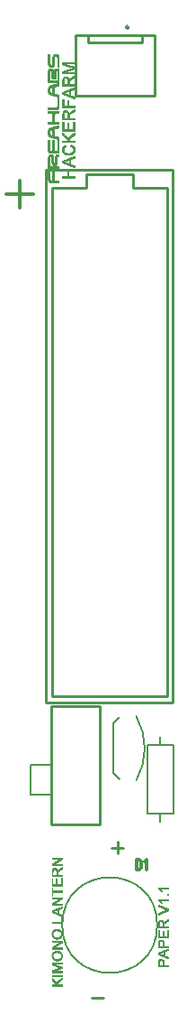
<source format=gto>
*
%LPD*%
%LNKIMONO2-ST*%
%FSLAX25Y25*%
%MOIN*%
%AD*%
%AD*%
%ADD11C,0.007870079*%
%ADD27C,0.009840157*%
%ADD37C,0.008*%
%ADD38C,0.012*%
%ADD40C,0.01*%
%ADD101C,0.001*%
G54D101*
%SRX1Y1I0.0J0.0*%
G1X107630Y23281D2*
G1X106073Y23281D1*
G1X106023Y23331D1*
G1X106023Y24665D1*
G1X105971Y24924D1*
G1X105869Y25178D1*
G1X105719Y25328D1*
G1X105358Y25586D1*
G1X104945Y25638D1*
G1X104690Y25638D1*
G1X104437Y25537D1*
G1X104231Y25382D1*
G1X104081Y25232D1*
G1X103924Y24763D1*
G1X103873Y24557D1*
G1X103873Y22845D1*
G1X107630Y22845D1*
G1X107630Y23281D1*
G1X105694Y24295D2*
G1X105694Y23331D1*
G1X105644Y23281D1*
G1X104251Y23281D1*
G1X104201Y23331D1*
G1X104201Y24563D1*
G1X104204Y24579D1*
G1X104311Y24900D1*
G1X104323Y24920D1*
G1X104484Y25080D1*
G1X104497Y25090D1*
G1X104711Y25197D1*
G1X104734Y25202D1*
G1X104948Y25202D1*
G1X104958Y25201D1*
G1X105225Y25148D1*
G1X105241Y25142D1*
G1X105509Y24981D1*
G1X105530Y24957D1*
G1X105637Y24689D1*
G1X105640Y24677D1*
G1X105694Y24302D1*
G1X105694Y24295D1*
G1X107630Y29471D2*
G1X103873Y27958D1*
G1X103873Y27436D1*
G1X107630Y25923D1*
G1X107630Y26403D1*
G1X106484Y26820D1*
G1X106451Y26867D1*
G1X106451Y28527D1*
G1X106484Y28574D1*
G1X107630Y28991D1*
G1X107630Y29471D1*
G1X106123Y28367D2*
G1X106123Y27027D1*
G1X106055Y26981D1*
G1X104930Y27409D1*
G1X104233Y27677D1*
G1X104238Y27772D1*
G1X104611Y27878D1*
G1X105037Y28038D1*
G1X106056Y28413D1*
G1X106123Y28367D1*
G1X107630Y30459D2*
G1X106073Y30459D1*
G1X106023Y30509D1*
G1X106023Y31844D1*
G1X105971Y32102D1*
G1X105869Y32356D1*
G1X105719Y32507D1*
G1X105358Y32765D1*
G1X104945Y32817D1*
G1X104690Y32817D1*
G1X104437Y32715D1*
G1X104231Y32561D1*
G1X104081Y32411D1*
G1X103924Y31942D1*
G1X103873Y31735D1*
G1X103873Y30024D1*
G1X107630Y30024D1*
G1X107630Y30459D1*
G1X105694Y31474D2*
G1X105694Y30509D1*
G1X105644Y30459D1*
G1X104251Y30459D1*
G1X104201Y30509D1*
G1X104201Y31742D1*
G1X104204Y31757D1*
G1X104311Y32079D1*
G1X104323Y32098D1*
G1X104484Y32259D1*
G1X104497Y32268D1*
G1X104711Y32376D1*
G1X104734Y32381D1*
G1X104948Y32381D1*
G1X104958Y32380D1*
G1X105225Y32326D1*
G1X105241Y32320D1*
G1X105509Y32159D1*
G1X105530Y32135D1*
G1X105637Y31867D1*
G1X105640Y31856D1*
G1X105694Y31481D1*
G1X105694Y31474D1*
G1X107630Y36406D2*
G1X107301Y36406D1*
G1X107301Y34099D1*
G1X107251Y34049D1*
G1X105912Y34049D1*
G1X105862Y34099D1*
G1X105862Y36138D1*
G1X105534Y36138D1*
G1X105534Y34099D1*
G1X105484Y34049D1*
G1X104251Y34049D1*
G1X104201Y34099D1*
G1X104201Y36299D1*
G1X103873Y36299D1*
G1X103873Y33613D1*
G1X107630Y33613D1*
G1X107630Y36406D1*
G1X107630Y40385D2*
G1X106637Y39790D1*
G1X106374Y39579D1*
G1X106164Y39369D1*
G1X105951Y39103D1*
G1X105864Y39122D1*
G1X105759Y39540D1*
G1X105502Y39849D1*
G1X105249Y40051D1*
G1X104895Y40102D1*
G1X104586Y40050D1*
G1X104330Y39948D1*
G1X104129Y39797D1*
G1X103977Y39545D1*
G1X103926Y39287D1*
G1X103873Y38810D1*
G1X103873Y37202D1*
G1X107630Y37202D1*
G1X107630Y37638D1*
G1X105966Y37638D1*
G1X105916Y37688D1*
G1X105916Y38545D1*
G1X105921Y38567D1*
G1X106028Y38782D1*
G1X106037Y38795D1*
G1X106145Y38902D1*
G1X106152Y38908D1*
G1X106312Y39015D1*
G1X106525Y39174D1*
G1X106527Y39176D1*
G1X106849Y39390D1*
G1X106851Y39392D1*
G1X107630Y39859D1*
G1X107630Y40385D1*
G1X105587Y39027D2*
G1X105587Y37688D1*
G1X105537Y37638D1*
G1X104251Y37638D1*
G1X104201Y37688D1*
G1X104201Y38867D1*
G1X104202Y38875D1*
G1X104256Y39196D1*
G1X104259Y39207D1*
G1X104366Y39474D1*
G1X104390Y39501D1*
G1X104604Y39608D1*
G1X104617Y39612D1*
G1X104884Y39666D1*
G1X104910Y39664D1*
G1X105231Y39557D1*
G1X105251Y39545D1*
G1X105519Y39277D1*
G1X105532Y39254D1*
G1X105586Y39039D1*
G1X105587Y39027D1*
G1X107630Y44189D2*
G1X103873Y45651D1*
G1X103873Y45169D1*
G1X106624Y44111D1*
G1X107264Y43951D1*
G1X107267Y43855D1*
G1X106625Y43641D1*
G1X103873Y42582D1*
G1X103873Y42101D1*
G1X107630Y43615D1*
G1X107630Y44189D1*
G1X107630Y47656D2*
G1X103873Y47656D1*
G1X103873Y47413D1*
G1X104116Y47267D1*
G1X104126Y47259D1*
G1X104394Y46991D1*
G1X104400Y46984D1*
G1X104614Y46662D1*
G1X104616Y46659D1*
G1X104816Y46309D1*
G1X105188Y46309D1*
G1X104959Y46769D1*
G1X104640Y47194D1*
G1X104680Y47274D1*
G1X107630Y47274D1*
G1X107630Y47656D1*
G1X107630Y49584D2*
G1X107248Y49584D1*
G1X107248Y49202D1*
G1X107630Y49202D1*
G1X107630Y49584D1*
G1X107630Y52156D2*
G1X103873Y52156D1*
G1X103873Y51913D1*
G1X104116Y51767D1*
G1X104126Y51759D1*
G1X104394Y51491D1*
G1X104400Y51484D1*
G1X104614Y51162D1*
G1X104616Y51159D1*
G1X104816Y50809D1*
G1X105188Y50809D1*
G1X104959Y51269D1*
G1X104640Y51694D1*
G1X104680Y51774D1*
G1X107630Y51774D1*
G1X107630Y52156D1*
G1X72830Y317417D2*
G1X68430Y317417D1*
G1X68430Y316892D1*
G1X70255Y316892D1*
G1X70305Y316842D1*
G1X70305Y314592D1*
G1X70255Y314542D1*
G1X68430Y314542D1*
G1X68430Y314017D1*
G1X72830Y314017D1*
G1X72830Y314542D1*
G1X70755Y314542D1*
G1X70705Y314592D1*
G1X70705Y316842D1*
G1X70755Y316892D1*
G1X72830Y316892D1*
G1X72830Y317417D1*
G1X72830Y322080D2*
G1X68430Y320308D1*
G1X68430Y319688D1*
G1X72830Y317916D1*
G1X72830Y318494D1*
G1X71488Y318982D1*
G1X71455Y319029D1*
G1X71455Y320967D1*
G1X71488Y321014D1*
G1X72830Y321502D1*
G1X72830Y322080D1*
G1X71055Y320779D2*
G1X71055Y319217D1*
G1X70987Y319170D1*
G1X69675Y319670D1*
G1X68862Y319982D1*
G1X68866Y320077D1*
G1X69302Y320202D1*
G1X69800Y320388D1*
G1X70988Y320826D1*
G1X71055Y320779D1*
G1X72892Y324529D2*
G1X72831Y325139D1*
G1X72528Y325684D1*
G1X72104Y326048D1*
G1X71480Y326275D1*
G1X71375Y325748D1*
G1X71835Y325576D1*
G1X71849Y325568D1*
G1X72161Y325318D1*
G1X72172Y325307D1*
G1X72422Y324932D1*
G1X72429Y324911D1*
G1X72492Y324474D1*
G1X72492Y324467D1*
G1X72492Y324458D1*
G1X72429Y324083D1*
G1X72427Y324076D1*
G1X72302Y323701D1*
G1X72286Y323677D1*
G1X71974Y323427D1*
G1X71968Y323424D1*
G1X71656Y323236D1*
G1X71642Y323231D1*
G1X71142Y323106D1*
G1X71135Y323104D1*
G1X70573Y323042D1*
G1X70559Y323042D1*
G1X70185Y323105D1*
G1X69748Y323167D1*
G1X69733Y323172D1*
G1X69358Y323359D1*
G1X69349Y323365D1*
G1X69036Y323615D1*
G1X69023Y323632D1*
G1X68835Y324007D1*
G1X68830Y324022D1*
G1X68768Y324459D1*
G1X68767Y324467D1*
G1X68768Y324475D1*
G1X68831Y324850D1*
G1X68837Y324867D1*
G1X69025Y325180D1*
G1X69032Y325189D1*
G1X69282Y325439D1*
G1X69298Y325450D1*
G1X69698Y325622D1*
G1X69593Y326145D1*
G1X69096Y325925D1*
G1X68732Y325560D1*
G1X68428Y325075D1*
G1X68368Y324529D1*
G1X68429Y323978D1*
G1X68611Y323492D1*
G1X68976Y323066D1*
G1X69403Y322762D1*
G1X69953Y322578D1*
G1X70630Y322517D1*
G1X71244Y322578D1*
G1X71798Y322763D1*
G1X72284Y323006D1*
G1X72587Y323430D1*
G1X72831Y323918D1*
G1X72892Y324529D1*
G1X72830Y330741D2*
G1X70285Y328802D1*
G1X70220Y328806D1*
G1X68430Y330596D1*
G1X68430Y329862D1*
G1X70478Y327814D1*
G1X70442Y327729D1*
G1X68430Y327729D1*
G1X68430Y327204D1*
G1X72830Y327204D1*
G1X72830Y327729D1*
G1X71317Y327729D1*
G1X71282Y327744D1*
G1X70657Y328369D1*
G1X70662Y328444D1*
G1X72830Y330116D1*
G1X72830Y330741D1*
G1X72830Y334667D2*
G1X72430Y334667D1*
G1X72430Y331967D1*
G1X72380Y331917D1*
G1X70817Y331917D1*
G1X70767Y331967D1*
G1X70767Y334354D1*
G1X70367Y334354D1*
G1X70367Y331967D1*
G1X70317Y331917D1*
G1X68880Y331917D1*
G1X68830Y331967D1*
G1X68830Y334542D1*
G1X68430Y334542D1*
G1X68430Y331392D1*
G1X72830Y331392D1*
G1X72830Y334667D1*
G1X72830Y339316D2*
G1X71659Y338613D1*
G1X71351Y338367D1*
G1X71105Y338121D1*
G1X70856Y337810D1*
G1X70769Y337829D1*
G1X70647Y338318D1*
G1X70345Y338681D1*
G1X70047Y338919D1*
G1X69631Y338978D1*
G1X69268Y338918D1*
G1X68967Y338798D1*
G1X68730Y338620D1*
G1X68552Y338323D1*
G1X68492Y338021D1*
G1X68430Y337464D1*
G1X68430Y335579D1*
G1X72830Y335579D1*
G1X72830Y336104D1*
G1X70880Y336104D1*
G1X70830Y336154D1*
G1X70830Y337154D1*
G1X70835Y337176D1*
G1X70960Y337426D1*
G1X70970Y337439D1*
G1X71095Y337564D1*
G1X71102Y337571D1*
G1X71289Y337695D1*
G1X71537Y337882D1*
G1X71540Y337883D1*
G1X71915Y338133D1*
G1X71917Y338134D1*
G1X72830Y338682D1*
G1X72830Y339316D1*
G1X70430Y337717D2*
G1X70430Y336154D1*
G1X70380Y336104D1*
G1X68880Y336104D1*
G1X68830Y336154D1*
G1X68830Y337529D1*
G1X68831Y337537D1*
G1X68893Y337912D1*
G1X68896Y337923D1*
G1X69021Y338235D1*
G1X69045Y338261D1*
G1X69295Y338386D1*
G1X69308Y338391D1*
G1X69620Y338453D1*
G1X69646Y338451D1*
G1X70021Y338326D1*
G1X70040Y338314D1*
G1X70353Y338002D1*
G1X70366Y337979D1*
G1X70428Y337729D1*
G1X70430Y337717D1*
G1X72830Y340604D2*
G1X70817Y340604D1*
G1X70767Y340654D1*
G1X70767Y342604D1*
G1X70367Y342604D1*
G1X70367Y340654D1*
G1X70317Y340604D1*
G1X68880Y340604D1*
G1X68830Y340654D1*
G1X68830Y342979D1*
G1X68430Y342979D1*
G1X68430Y340079D1*
G1X72830Y340079D1*
G1X72830Y340604D1*
G1X72830Y347455D2*
G1X68430Y345683D1*
G1X68430Y345063D1*
G1X72830Y343291D1*
G1X72830Y343869D1*
G1X71488Y344357D1*
G1X71455Y344404D1*
G1X71455Y346342D1*
G1X71488Y346389D1*
G1X72830Y346877D1*
G1X72830Y347455D1*
G1X71055Y346154D2*
G1X71055Y344592D1*
G1X70987Y344545D1*
G1X69675Y345045D1*
G1X68862Y345357D1*
G1X68866Y345452D1*
G1X69302Y345577D1*
G1X69800Y345763D1*
G1X70988Y346201D1*
G1X71055Y346154D1*
G1X72830Y351816D2*
G1X71659Y351113D1*
G1X71351Y350867D1*
G1X71105Y350621D1*
G1X70856Y350310D1*
G1X70769Y350329D1*
G1X70647Y350818D1*
G1X70345Y351181D1*
G1X70047Y351419D1*
G1X69631Y351478D1*
G1X69268Y351418D1*
G1X68967Y351298D1*
G1X68730Y351120D1*
G1X68552Y350823D1*
G1X68492Y350521D1*
G1X68430Y349964D1*
G1X68430Y348079D1*
G1X72830Y348079D1*
G1X72830Y348604D1*
G1X70880Y348604D1*
G1X70830Y348654D1*
G1X70830Y349654D1*
G1X70835Y349676D1*
G1X70960Y349926D1*
G1X70970Y349939D1*
G1X71095Y350064D1*
G1X71102Y350071D1*
G1X71289Y350195D1*
G1X71537Y350382D1*
G1X71540Y350383D1*
G1X71915Y350633D1*
G1X71917Y350634D1*
G1X72830Y351182D1*
G1X72830Y351816D1*
G1X70430Y350217D2*
G1X70430Y348654D1*
G1X70380Y348604D1*
G1X68880Y348604D1*
G1X68830Y348654D1*
G1X68830Y350029D1*
G1X68831Y350037D1*
G1X68893Y350412D1*
G1X68896Y350423D1*
G1X69021Y350735D1*
G1X69045Y350761D1*
G1X69295Y350886D1*
G1X69308Y350891D1*
G1X69620Y350953D1*
G1X69646Y350951D1*
G1X70021Y350826D1*
G1X70040Y350814D1*
G1X70353Y350502D1*
G1X70366Y350479D1*
G1X70428Y350229D1*
G1X70430Y350217D1*
G1X72830Y356729D2*
G1X68430Y356729D1*
G1X68430Y355878D1*
G1X71519Y354889D1*
G1X71955Y354765D1*
G1X72205Y354703D1*
G1X72215Y354609D1*
G1X71965Y354484D1*
G1X71958Y354482D1*
G1X71582Y354356D1*
G1X68430Y353367D1*
G1X68430Y352517D1*
G1X72830Y352517D1*
G1X72830Y353042D1*
G1X69067Y353042D1*
G1X69053Y353139D1*
G1X72830Y354316D1*
G1X72830Y354868D1*
G1X69052Y356107D1*
G1X69067Y356204D1*
G1X72830Y356204D1*
G1X72830Y356729D1*
G1X68230Y18755D2*
G1X66060Y17102D1*
G1X65995Y17106D1*
G1X64473Y18628D1*
G1X64473Y18019D1*
G1X66226Y16266D1*
G1X66191Y16181D1*
G1X64473Y16181D1*
G1X64473Y15745D1*
G1X68230Y15745D1*
G1X68230Y16181D1*
G1X66941Y16181D1*
G1X66905Y16195D1*
G1X66370Y16731D1*
G1X66374Y16806D1*
G1X68230Y18238D1*
G1X68230Y18755D1*
G1X68230Y19824D2*
G1X64473Y19824D1*
G1X64473Y19388D1*
G1X68230Y19388D1*
G1X68230Y19824D1*
G1X68230Y24377D2*
G1X64473Y24377D1*
G1X64473Y23660D1*
G1X67116Y22814D1*
G1X67489Y22708D1*
G1X67703Y22654D1*
G1X67713Y22561D1*
G1X67499Y22454D1*
G1X67492Y22451D1*
G1X67170Y22344D1*
G1X64473Y21498D1*
G1X64473Y20781D1*
G1X68230Y20781D1*
G1X68230Y21217D1*
G1X65012Y21217D1*
G1X64997Y21314D1*
G1X68230Y22321D1*
G1X68230Y22784D1*
G1X64997Y23844D1*
G1X65012Y23942D1*
G1X68230Y23942D1*
G1X68230Y24377D1*
G1X68283Y26892D2*
G1X68231Y27362D1*
G1X68076Y27776D1*
G1X67762Y28142D1*
G1X67398Y28454D1*
G1X66930Y28610D1*
G1X66352Y28663D1*
G1X65826Y28610D1*
G1X65356Y28454D1*
G1X64993Y28194D1*
G1X64680Y27829D1*
G1X64472Y27360D1*
G1X64420Y26892D1*
G1X64472Y26527D1*
G1X64576Y26162D1*
G1X64732Y25902D1*
G1X64941Y25641D1*
G1X65254Y25380D1*
G1X65563Y25226D1*
G1X66405Y25120D1*
G1X66876Y25173D1*
G1X67346Y25329D1*
G1X67710Y25589D1*
G1X68023Y25954D1*
G1X68231Y26423D1*
G1X68283Y26892D1*
G1X67954Y26881D2*
G1X67847Y26399D1*
G1X67840Y26383D1*
G1X67572Y25954D1*
G1X67554Y25937D1*
G1X67072Y25669D1*
G1X67056Y25664D1*
G1X66413Y25557D1*
G1X66405Y25556D1*
G1X66030Y25556D1*
G1X66016Y25558D1*
G1X65641Y25665D1*
G1X65636Y25667D1*
G1X65369Y25774D1*
G1X65357Y25780D1*
G1X65143Y25941D1*
G1X65130Y25954D1*
G1X64863Y26383D1*
G1X64856Y26399D1*
G1X64749Y26881D1*
G1X64748Y26892D1*
G1X64748Y26899D1*
G1X64802Y27274D1*
G1X64807Y27289D1*
G1X64967Y27610D1*
G1X64973Y27619D1*
G1X65187Y27887D1*
G1X65204Y27901D1*
G1X65525Y28061D1*
G1X65534Y28065D1*
G1X65909Y28172D1*
G1X65917Y28173D1*
G1X66345Y28227D1*
G1X66360Y28227D1*
G1X67002Y28119D1*
G1X67017Y28115D1*
G1X67552Y27847D1*
G1X67571Y27831D1*
G1X67838Y27456D1*
G1X67847Y27437D1*
G1X67954Y26901D1*
G1X67954Y26881D1*
G1X68230Y32359D2*
G1X64473Y32359D1*
G1X64473Y31924D1*
G1X67316Y31924D1*
G1X67343Y31832D1*
G1X64473Y29972D1*
G1X64473Y29459D1*
G1X68230Y29459D1*
G1X68230Y29895D1*
G1X65387Y29895D1*
G1X65360Y29987D1*
G1X68230Y31847D1*
G1X68230Y32359D1*
G1X68283Y34927D2*
G1X68231Y35398D1*
G1X68076Y35812D1*
G1X67762Y36178D1*
G1X67398Y36490D1*
G1X66930Y36646D1*
G1X66352Y36698D1*
G1X65826Y36646D1*
G1X65356Y36489D1*
G1X64993Y36229D1*
G1X64680Y35865D1*
G1X64472Y35396D1*
G1X64420Y34928D1*
G1X64472Y34563D1*
G1X64576Y34197D1*
G1X64732Y33938D1*
G1X64941Y33677D1*
G1X65254Y33416D1*
G1X65563Y33262D1*
G1X66405Y33156D1*
G1X66876Y33209D1*
G1X67346Y33365D1*
G1X67710Y33625D1*
G1X68023Y33990D1*
G1X68231Y34458D1*
G1X68283Y34927D1*
G1X67954Y34916D2*
G1X67847Y34434D1*
G1X67840Y34419D1*
G1X67572Y33990D1*
G1X67554Y33973D1*
G1X67072Y33705D1*
G1X67056Y33699D1*
G1X66413Y33592D1*
G1X66405Y33592D1*
G1X66030Y33592D1*
G1X66016Y33593D1*
G1X65641Y33701D1*
G1X65636Y33702D1*
G1X65369Y33809D1*
G1X65357Y33816D1*
G1X65143Y33977D1*
G1X65130Y33990D1*
G1X64863Y34419D1*
G1X64856Y34434D1*
G1X64749Y34916D1*
G1X64748Y34927D1*
G1X64748Y34934D1*
G1X64802Y35309D1*
G1X64807Y35325D1*
G1X64967Y35646D1*
G1X64973Y35655D1*
G1X65187Y35923D1*
G1X65204Y35936D1*
G1X65525Y36097D1*
G1X65534Y36100D1*
G1X65909Y36207D1*
G1X65917Y36209D1*
G1X66345Y36263D1*
G1X66360Y36262D1*
G1X67002Y36155D1*
G1X67017Y36151D1*
G1X67552Y35883D1*
G1X67571Y35867D1*
G1X67838Y35492D1*
G1X67847Y35473D1*
G1X67954Y34937D1*
G1X67954Y34916D1*
G1X68230Y41306D2*
G1X67901Y41306D1*
G1X67901Y39481D1*
G1X67851Y39431D1*
G1X64473Y39431D1*
G1X64473Y38995D1*
G1X68230Y38995D1*
G1X68230Y41306D1*
G1X68230Y45032D2*
G1X64473Y43518D1*
G1X64473Y42997D1*
G1X68230Y41483D1*
G1X68230Y41964D1*
G1X67084Y42380D1*
G1X67051Y42427D1*
G1X67051Y44088D1*
G1X67084Y44135D1*
G1X68230Y44552D1*
G1X68230Y45032D1*
G1X66723Y43927D2*
G1X66723Y42588D1*
G1X66655Y42541D1*
G1X65530Y42970D1*
G1X64833Y43238D1*
G1X64838Y43332D1*
G1X65211Y43439D1*
G1X65637Y43599D1*
G1X66656Y43974D1*
G1X66723Y43927D1*
G1X68230Y48484D2*
G1X64473Y48484D1*
G1X64473Y48049D1*
G1X67316Y48049D1*
G1X67343Y47957D1*
G1X64473Y46097D1*
G1X64473Y45584D1*
G1X68230Y45584D1*
G1X68230Y46020D1*
G1X65387Y46020D1*
G1X65360Y46112D1*
G1X68230Y47972D1*
G1X68230Y48484D1*
G1X68230Y50842D2*
G1X64851Y50842D1*
G1X64801Y50892D1*
G1X64801Y52127D1*
G1X64473Y52127D1*
G1X64473Y49120D1*
G1X64801Y49120D1*
G1X64801Y50356D1*
G1X64851Y50406D1*
G1X68230Y50406D1*
G1X68230Y50842D1*
G1X68230Y55556D2*
G1X67901Y55556D1*
G1X67901Y53249D1*
G1X67851Y53199D1*
G1X66512Y53199D1*
G1X66462Y53249D1*
G1X66462Y55288D1*
G1X66134Y55288D1*
G1X66134Y53249D1*
G1X66084Y53199D1*
G1X64851Y53199D1*
G1X64801Y53249D1*
G1X64801Y55449D1*
G1X64473Y55449D1*
G1X64473Y52763D1*
G1X68230Y52763D1*
G1X68230Y55556D1*
G1X68230Y59535D2*
G1X67237Y58940D1*
G1X66974Y58729D1*
G1X66764Y58519D1*
G1X66551Y58253D1*
G1X66464Y58272D1*
G1X66359Y58690D1*
G1X66102Y58999D1*
G1X65849Y59201D1*
G1X65495Y59252D1*
G1X65186Y59200D1*
G1X64930Y59098D1*
G1X64729Y58947D1*
G1X64577Y58695D1*
G1X64526Y58437D1*
G1X64473Y57960D1*
G1X64473Y56352D1*
G1X68230Y56352D1*
G1X68230Y56788D1*
G1X66566Y56788D1*
G1X66516Y56838D1*
G1X66516Y57695D1*
G1X66521Y57717D1*
G1X66628Y57932D1*
G1X66637Y57945D1*
G1X66745Y58052D1*
G1X66752Y58058D1*
G1X66912Y58165D1*
G1X67125Y58324D1*
G1X67127Y58326D1*
G1X67449Y58540D1*
G1X67451Y58542D1*
G1X68230Y59009D1*
G1X68230Y59535D1*
G1X66187Y58177D2*
G1X66187Y56838D1*
G1X66137Y56788D1*
G1X64851Y56788D1*
G1X64801Y56838D1*
G1X64801Y58017D1*
G1X64802Y58025D1*
G1X64856Y58346D1*
G1X64859Y58357D1*
G1X64966Y58624D1*
G1X64990Y58651D1*
G1X65204Y58758D1*
G1X65217Y58762D1*
G1X65484Y58816D1*
G1X65510Y58814D1*
G1X65831Y58707D1*
G1X65851Y58695D1*
G1X66119Y58427D1*
G1X66132Y58404D1*
G1X66186Y58189D1*
G1X66187Y58177D1*
G1X68230Y63109D2*
G1X64473Y63109D1*
G1X64473Y62674D1*
G1X67316Y62674D1*
G1X67343Y62582D1*
G1X64473Y60722D1*
G1X64473Y60209D1*
G1X68230Y60209D1*
G1X68230Y60645D1*
G1X65387Y60645D1*
G1X65360Y60737D1*
G1X68230Y62597D1*
G1X68230Y63109D1*
G1X67130Y313067D2*
G1X65488Y313067D1*
G1X65438Y313117D1*
G1X65438Y317092D1*
G1X64780Y317092D1*
G1X64780Y313117D1*
G1X64730Y313067D1*
G1X64088Y313067D1*
G1X64076Y313068D1*
G1X63843Y313126D1*
G1X63806Y313165D1*
G1X63748Y313457D1*
G1X63747Y313467D1*
G1X63747Y317092D1*
G1X63088Y317092D1*
G1X63088Y313470D1*
G1X63145Y313018D1*
G1X63366Y312686D1*
G1X63698Y312464D1*
G1X64092Y312408D1*
G1X67130Y312408D1*
G1X67130Y313067D1*
G1X67130Y322633D2*
G1X66659Y322633D1*
G1X66260Y322576D1*
G1X65991Y322469D1*
G1X65827Y322141D1*
G1X65772Y321919D1*
G1X65772Y319825D1*
G1X65770Y319813D1*
G1X65712Y319579D1*
G1X65675Y319543D1*
G1X65442Y319485D1*
G1X65418Y319485D1*
G1X65184Y319543D1*
G1X65148Y319579D1*
G1X65090Y319813D1*
G1X65088Y319825D1*
G1X65088Y321630D1*
G1X65031Y322142D1*
G1X64867Y322416D1*
G1X64593Y322635D1*
G1X64144Y322692D1*
G1X63975Y322692D1*
G1X63584Y322636D1*
G1X63310Y322416D1*
G1X63145Y322142D1*
G1X63088Y321630D1*
G1X63088Y317658D1*
G1X67130Y317658D1*
G1X67130Y318317D1*
G1X63797Y318317D1*
G1X63747Y318367D1*
G1X63747Y321633D1*
G1X63748Y321645D1*
G1X63806Y321879D1*
G1X63843Y321915D1*
G1X64076Y321973D1*
G1X64100Y321973D1*
G1X64334Y321915D1*
G1X64370Y321879D1*
G1X64428Y321645D1*
G1X64430Y321633D1*
G1X64430Y319711D1*
G1X64487Y319258D1*
G1X64650Y318986D1*
G1X64922Y318823D1*
G1X65317Y318767D1*
G1X65485Y318767D1*
G1X65882Y318823D1*
G1X66211Y318988D1*
G1X66373Y319258D1*
G1X66430Y319711D1*
G1X66430Y321633D1*
G1X66431Y321645D1*
G1X66490Y321879D1*
G1X66526Y321915D1*
G1X66759Y321973D1*
G1X66772Y321975D1*
G1X67130Y321975D1*
G1X67130Y322633D1*
G1X67130Y327942D2*
G1X66472Y327942D1*
G1X66472Y324083D1*
G1X66457Y324048D1*
G1X66340Y323931D1*
G1X66305Y323917D1*
G1X65372Y323917D1*
G1X65322Y323967D1*
G1X65322Y327942D1*
G1X64663Y327942D1*
G1X64663Y323967D1*
G1X64613Y323917D1*
G1X64088Y323917D1*
G1X64076Y323918D1*
G1X63843Y323976D1*
G1X63806Y324013D1*
G1X63748Y324246D1*
G1X63747Y324258D1*
G1X63747Y327942D1*
G1X63088Y327942D1*
G1X63088Y324261D1*
G1X63145Y323809D1*
G1X63365Y323479D1*
G1X63641Y323313D1*
G1X64094Y323200D1*
G1X66124Y323200D1*
G1X66579Y323314D1*
G1X66909Y323479D1*
G1X67073Y323806D1*
G1X67130Y324261D1*
G1X67130Y327942D1*
G1X67130Y333352D2*
G1X64162Y332610D1*
G1X63705Y332439D1*
G1X63368Y332158D1*
G1X63145Y331823D1*
G1X63088Y331430D1*
G1X63088Y330212D1*
G1X63145Y329818D1*
G1X63366Y329486D1*
G1X63703Y329261D1*
G1X64162Y329089D1*
G1X67130Y328347D1*
G1X67130Y329061D1*
G1X64134Y329810D1*
G1X64121Y329815D1*
G1X63829Y329990D1*
G1X63806Y330021D1*
G1X63748Y330254D1*
G1X63747Y330267D1*
G1X63747Y331375D1*
G1X63748Y331385D1*
G1X63806Y331676D1*
G1X63836Y331713D1*
G1X64128Y331830D1*
G1X64132Y331831D1*
G1X64716Y332006D1*
G1X64780Y331958D1*
G1X64780Y330073D1*
G1X65438Y329921D1*
G1X65438Y332192D1*
G1X65477Y332240D1*
G1X67130Y332639D1*
G1X67130Y333352D1*
G1X67130Y338792D2*
G1X66134Y338792D1*
G1X65789Y338734D1*
G1X65513Y338679D1*
G1X65293Y338459D1*
G1X65120Y338228D1*
G1X65035Y338236D1*
G1X64924Y338459D1*
G1X64705Y338623D1*
G1X64429Y338733D1*
G1X63088Y338733D1*
G1X63088Y338075D1*
G1X64322Y338075D1*
G1X64344Y338070D1*
G1X64577Y337953D1*
G1X64590Y337944D1*
G1X64765Y337769D1*
G1X64780Y337733D1*
G1X64780Y334583D1*
G1X64730Y334533D1*
G1X63088Y334533D1*
G1X63088Y333875D1*
G1X67130Y333875D1*
G1X67130Y334533D1*
G1X65488Y334533D1*
G1X65438Y334583D1*
G1X65438Y337383D1*
G1X65439Y337391D1*
G1X65497Y337741D1*
G1X65505Y337761D1*
G1X65622Y337936D1*
G1X65641Y337953D1*
G1X65874Y338070D1*
G1X65888Y338074D1*
G1X66238Y338133D1*
G1X66247Y338133D1*
G1X67130Y338133D1*
G1X67130Y338792D1*
G1X67130Y343575D2*
G1X66472Y343575D1*
G1X66472Y340533D1*
G1X66471Y340523D1*
G1X66412Y340232D1*
G1X66382Y340195D1*
G1X66090Y340078D1*
G1X66072Y340075D1*
G1X63088Y340075D1*
G1X63088Y339417D1*
G1X66069Y339417D1*
G1X66520Y339473D1*
G1X66852Y339694D1*
G1X67073Y340026D1*
G1X67130Y340536D1*
G1X67130Y343575D1*
G1X67130Y348927D2*
G1X64162Y348185D1*
G1X63705Y348014D1*
G1X63368Y347733D1*
G1X63145Y347398D1*
G1X63088Y347005D1*
G1X63088Y345787D1*
G1X63145Y345393D1*
G1X63366Y345061D1*
G1X63703Y344836D1*
G1X64162Y344664D1*
G1X67130Y343922D1*
G1X67130Y344636D1*
G1X64134Y345385D1*
G1X64121Y345390D1*
G1X63829Y345565D1*
G1X63806Y345596D1*
G1X63748Y345829D1*
G1X63747Y345842D1*
G1X63747Y346950D1*
G1X63748Y346960D1*
G1X63806Y347251D1*
G1X63836Y347288D1*
G1X64128Y347405D1*
G1X64132Y347406D1*
G1X64716Y347581D1*
G1X64780Y347533D1*
G1X64780Y345648D1*
G1X65438Y345496D1*
G1X65438Y347767D1*
G1X65477Y347815D1*
G1X67130Y348214D1*
G1X67130Y348927D1*
G1X67130Y353480D2*
G1X67074Y353874D1*
G1X66909Y354149D1*
G1X66693Y354311D1*
G1X66359Y354367D1*
G1X66076Y354367D1*
G1X65739Y354310D1*
G1X65470Y354149D1*
G1X65362Y353879D1*
G1X65305Y353480D1*
G1X65305Y351325D1*
G1X65255Y351275D1*
G1X65022Y351275D1*
G1X64977Y351303D1*
G1X64919Y351419D1*
G1X64913Y351442D1*
G1X64913Y353480D1*
G1X64856Y353879D1*
G1X64748Y354149D1*
G1X64479Y354310D1*
G1X64142Y354367D1*
G1X63859Y354367D1*
G1X63525Y354311D1*
G1X63309Y354149D1*
G1X63145Y353874D1*
G1X63088Y353480D1*
G1X63088Y349450D1*
G1X67130Y349450D1*
G1X67130Y353480D1*
G1X66472Y353600D2*
G1X66472Y350158D1*
G1X66422Y350108D1*
G1X63797Y350108D1*
G1X63747Y350158D1*
G1X63747Y353600D1*
G1X63774Y353645D1*
G1X63891Y353703D1*
G1X63913Y353708D1*
G1X64088Y353708D1*
G1X64111Y353703D1*
G1X64227Y353645D1*
G1X64255Y353600D1*
G1X64255Y351445D1*
G1X64311Y351050D1*
G1X64476Y350776D1*
G1X64692Y350614D1*
G1X65026Y350558D1*
G1X65192Y350558D1*
G1X65529Y350614D1*
G1X65798Y350776D1*
G1X65906Y351046D1*
G1X65963Y351445D1*
G1X65963Y353600D1*
G1X65997Y353647D1*
G1X66172Y353706D1*
G1X66188Y353708D1*
G1X66305Y353708D1*
G1X66327Y353703D1*
G1X66444Y353645D1*
G1X66472Y353600D1*
G1X67130Y358497D2*
G1X67073Y359009D1*
G1X66851Y359398D1*
G1X66520Y359618D1*
G1X66069Y359675D1*
G1X65842Y359675D1*
G1X65448Y359619D1*
G1X65118Y359398D1*
G1X64894Y359007D1*
G1X64780Y358494D1*
G1X64780Y356108D1*
G1X64777Y356092D1*
G1X64661Y355742D1*
G1X64636Y355713D1*
G1X64402Y355597D1*
G1X64380Y355592D1*
G1X64147Y355592D1*
G1X64124Y355597D1*
G1X64008Y355655D1*
G1X63995Y355665D1*
G1X63761Y355898D1*
G1X63747Y355933D1*
G1X63747Y359617D1*
G1X63088Y359617D1*
G1X63088Y356114D1*
G1X63202Y355601D1*
G1X63426Y355210D1*
G1X63757Y354989D1*
G1X64150Y354933D1*
G1X64376Y354933D1*
G1X64770Y354989D1*
G1X65102Y355211D1*
G1X65325Y355544D1*
G1X65438Y356113D1*
G1X65438Y358500D1*
G1X65439Y358508D1*
G1X65497Y358858D1*
G1X65528Y358896D1*
G1X65820Y359013D1*
G1X65838Y359017D1*
G1X66072Y359017D1*
G1X66094Y359011D1*
G1X66211Y358953D1*
G1X66224Y358944D1*
G1X66457Y358710D1*
G1X66472Y358675D1*
G1X66472Y354992D1*
G1X67130Y354992D1*
G1X67130Y358497D1*
G1X63102Y313360D2*
G1X63102Y317092D1*
G1X63102Y317658D2*
G1X63102Y321754D1*
G1X63102Y324152D2*
G1X63102Y327942D1*
G1X63102Y330116D2*
G1X63102Y331526D1*
G1X63102Y333875D2*
G1X63102Y334533D1*
G1X63102Y338075D2*
G1X63102Y338733D1*
G1X63102Y339417D2*
G1X63102Y340075D1*
G1X63102Y345691D2*
G1X63102Y347101D1*
G1X63102Y349450D2*
G1X63102Y353576D1*
G1X63102Y356052D2*
G1X63102Y359617D1*
G1X63202Y312932D2*
G1X63202Y317092D1*
G1X63202Y317658D2*
G1X63202Y322237D1*
G1X63202Y323724D2*
G1X63202Y327942D1*
G1X63202Y329732D2*
G1X63202Y331909D1*
G1X63202Y333875D2*
G1X63202Y334533D1*
G1X63202Y338075D2*
G1X63202Y338733D1*
G1X63202Y339417D2*
G1X63202Y340075D1*
G1X63202Y345307D2*
G1X63202Y347484D1*
G1X63202Y349450D2*
G1X63202Y353970D1*
G1X63202Y355602D2*
G1X63202Y359617D1*
G1X63302Y312782D2*
G1X63302Y317092D1*
G1X63302Y317658D2*
G1X63302Y322403D1*
G1X63302Y323574D2*
G1X63302Y327942D1*
G1X63302Y329582D2*
G1X63302Y332059D1*
G1X63302Y333875D2*
G1X63302Y334533D1*
G1X63302Y338075D2*
G1X63302Y338733D1*
G1X63302Y339417D2*
G1X63302Y340075D1*
G1X63302Y345157D2*
G1X63302Y347634D1*
G1X63302Y349450D2*
G1X63302Y354137D1*
G1X63302Y355427D2*
G1X63302Y359617D1*
G1X63402Y312662D2*
G1X63402Y317092D1*
G1X63402Y317658D2*
G1X63402Y322490D1*
G1X63402Y323457D2*
G1X63402Y327942D1*
G1X63402Y329462D2*
G1X63402Y332186D1*
G1X63402Y333875D2*
G1X63402Y334533D1*
G1X63402Y338075D2*
G1X63402Y338733D1*
G1X63402Y339417D2*
G1X63402Y340075D1*
G1X63402Y345037D2*
G1X63402Y347761D1*
G1X63402Y349450D2*
G1X63402Y354218D1*
G1X63402Y355252D2*
G1X63402Y359617D1*
G1X63502Y312595D2*
G1X63502Y317092D1*
G1X63502Y317658D2*
G1X63502Y322570D1*
G1X63502Y323397D2*
G1X63502Y327942D1*
G1X63502Y329395D2*
G1X63502Y332270D1*
G1X63502Y333875D2*
G1X63502Y334533D1*
G1X63502Y338075D2*
G1X63502Y338733D1*
G1X63502Y339417D2*
G1X63502Y340075D1*
G1X63502Y344970D2*
G1X63502Y347845D1*
G1X63502Y349450D2*
G1X63502Y354293D1*
G1X63502Y355159D2*
G1X63502Y359617D1*
G1X63602Y312529D2*
G1X63602Y317092D1*
G1X63602Y317658D2*
G1X63602Y322638D1*
G1X63602Y323337D2*
G1X63602Y327942D1*
G1X63602Y329329D2*
G1X63602Y332353D1*
G1X63602Y333875D2*
G1X63602Y334533D1*
G1X63602Y338075D2*
G1X63602Y338733D1*
G1X63602Y339417D2*
G1X63602Y340075D1*
G1X63602Y344904D2*
G1X63602Y347928D1*
G1X63602Y349450D2*
G1X63602Y354324D1*
G1X63602Y355092D2*
G1X63602Y359617D1*
G1X63702Y312464D2*
G1X63702Y317092D1*
G1X63702Y317658D2*
G1X63702Y322653D1*
G1X63702Y323298D2*
G1X63702Y327942D1*
G1X63702Y329262D2*
G1X63702Y332436D1*
G1X63702Y333875D2*
G1X63702Y334533D1*
G1X63702Y338075D2*
G1X63702Y338733D1*
G1X63702Y339417D2*
G1X63702Y340075D1*
G1X63702Y344837D2*
G1X63702Y348011D1*
G1X63702Y349450D2*
G1X63702Y354340D1*
G1X63702Y355026D2*
G1X63702Y359617D1*
G1X63802Y312450D2*
G1X63802Y313185D1*
G1X63802Y317658D2*
G1X63802Y318317D1*
G1X63802Y321861D2*
G1X63802Y322667D1*
G1X63802Y323273D2*
G1X63802Y324031D1*
G1X63802Y329224D2*
G1X63802Y330039D1*
G1X63802Y331657D2*
G1X63802Y332476D1*
G1X63802Y333875D2*
G1X63802Y334533D1*
G1X63802Y338075D2*
G1X63802Y338733D1*
G1X63802Y339417D2*
G1X63802Y340075D1*
G1X63802Y344799D2*
G1X63802Y345614D1*
G1X63802Y347232D2*
G1X63802Y348051D1*
G1X63802Y349450D2*
G1X63802Y350108D1*
G1X63802Y353658D2*
G1X63802Y354357D1*
G1X63802Y354983D2*
G1X63802Y355857D1*
G1X63902Y312435D2*
G1X63902Y313112D1*
G1X63902Y317658D2*
G1X63902Y318317D1*
G1X63902Y321930D2*
G1X63902Y322681D1*
G1X63902Y323248D2*
G1X63902Y323962D1*
G1X63902Y329187D2*
G1X63902Y329947D1*
G1X63902Y331739D2*
G1X63902Y332513D1*
G1X63902Y333875D2*
G1X63902Y334533D1*
G1X63902Y338075D2*
G1X63902Y338733D1*
G1X63902Y339417D2*
G1X63902Y340075D1*
G1X63902Y344762D2*
G1X63902Y345522D1*
G1X63902Y347314D2*
G1X63902Y348088D1*
G1X63902Y349450D2*
G1X63902Y350108D1*
G1X63902Y353707D2*
G1X63902Y354367D1*
G1X63902Y354969D2*
G1X63902Y355757D1*
G1X64002Y312421D2*
G1X64002Y313087D1*
G1X64002Y317658D2*
G1X64002Y318317D1*
G1X64002Y321955D2*
G1X64002Y322692D1*
G1X64002Y323223D2*
G1X64002Y323937D1*
G1X64002Y329149D2*
G1X64002Y329887D1*
G1X64002Y331779D2*
G1X64002Y332551D1*
G1X64002Y333875D2*
G1X64002Y334533D1*
G1X64002Y338075D2*
G1X64002Y338733D1*
G1X64002Y339417D2*
G1X64002Y340075D1*
G1X64002Y344724D2*
G1X64002Y345462D1*
G1X64002Y347354D2*
G1X64002Y348126D1*
G1X64002Y349450D2*
G1X64002Y350108D1*
G1X64002Y353708D2*
G1X64002Y354367D1*
G1X64002Y354954D2*
G1X64002Y355658D1*
G1X64102Y312408D2*
G1X64102Y313067D1*
G1X64102Y317658D2*
G1X64102Y318317D1*
G1X64102Y321973D2*
G1X64102Y322692D1*
G1X64102Y323200D2*
G1X64102Y323917D1*
G1X64102Y329112D2*
G1X64102Y329827D1*
G1X64102Y331819D2*
G1X64102Y332588D1*
G1X64102Y333875D2*
G1X64102Y334533D1*
G1X64102Y338075D2*
G1X64102Y338733D1*
G1X64102Y339417D2*
G1X64102Y340075D1*
G1X64102Y344687D2*
G1X64102Y345402D1*
G1X64102Y347394D2*
G1X64102Y348163D1*
G1X64102Y349450D2*
G1X64102Y350108D1*
G1X64102Y353706D2*
G1X64102Y354367D1*
G1X64102Y354940D2*
G1X64102Y355608D1*
G1X64202Y312408D2*
G1X64202Y313067D1*
G1X64202Y317658D2*
G1X64202Y318317D1*
G1X64202Y321948D2*
G1X64202Y322684D1*
G1X64202Y323200D2*
G1X64202Y323917D1*
G1X64202Y329079D2*
G1X64202Y329793D1*
G1X64202Y331852D2*
G1X64202Y332621D1*
G1X64202Y333875D2*
G1X64202Y334533D1*
G1X64202Y338075D2*
G1X64202Y338733D1*
G1X64202Y339417D2*
G1X64202Y340075D1*
G1X64202Y344654D2*
G1X64202Y345368D1*
G1X64202Y347427D2*
G1X64202Y348196D1*
G1X64202Y349450D2*
G1X64202Y350108D1*
G1X64202Y353657D2*
G1X64202Y354357D1*
G1X64202Y354933D2*
G1X64202Y355592D1*
G1X64302Y312408D2*
G1X64302Y313067D1*
G1X64302Y317658D2*
G1X64302Y318317D1*
G1X64302Y321923D2*
G1X64302Y322672D1*
G1X64302Y323200D2*
G1X64302Y323917D1*
G1X64302Y329054D2*
G1X64302Y329768D1*
G1X64302Y331882D2*
G1X64302Y332646D1*
G1X64302Y333875D2*
G1X64302Y334533D1*
G1X64302Y338075D2*
G1X64302Y338733D1*
G1X64302Y339417D2*
G1X64302Y340075D1*
G1X64302Y344629D2*
G1X64302Y345343D1*
G1X64302Y347457D2*
G1X64302Y348221D1*
G1X64302Y349450D2*
G1X64302Y350108D1*
G1X64302Y351116D2*
G1X64302Y354340D1*
G1X64302Y354933D2*
G1X64302Y355592D1*
G1X64402Y312408D2*
G1X64402Y313067D1*
G1X64402Y317658D2*
G1X64402Y318317D1*
G1X64402Y321751D2*
G1X64402Y322659D1*
G1X64402Y323200D2*
G1X64402Y323917D1*
G1X64402Y329029D2*
G1X64402Y329743D1*
G1X64402Y331912D2*
G1X64402Y332671D1*
G1X64402Y333875D2*
G1X64402Y334533D1*
G1X64402Y338041D2*
G1X64402Y338733D1*
G1X64402Y339417D2*
G1X64402Y340075D1*
G1X64402Y344604D2*
G1X64402Y345318D1*
G1X64402Y347487D2*
G1X64402Y348246D1*
G1X64402Y349450D2*
G1X64402Y350108D1*
G1X64402Y350899D2*
G1X64402Y354323D1*
G1X64402Y354937D2*
G1X64402Y355597D1*
G1X64502Y15745D2*
G1X64502Y16181D1*
G1X64502Y17990D2*
G1X64502Y18599D1*
G1X64502Y19388D2*
G1X64502Y19824D1*
G1X64502Y20781D2*
G1X64502Y21507D1*
G1X64502Y23651D2*
G1X64502Y24377D1*
G1X64502Y26421D2*
G1X64502Y27429D1*
G1X64502Y29459D2*
G1X64502Y29990D1*
G1X64502Y31924D2*
G1X64502Y32359D1*
G1X64502Y34457D2*
G1X64502Y35464D1*
G1X64502Y38995D2*
G1X64502Y39431D1*
G1X64502Y42985D2*
G1X64502Y43530D1*
G1X64502Y45584D2*
G1X64502Y46115D1*
G1X64502Y48049D2*
G1X64502Y48484D1*
G1X64502Y49120D2*
G1X64502Y52127D1*
G1X64502Y52763D2*
G1X64502Y55449D1*
G1X64502Y56352D2*
G1X64502Y58223D1*
G1X64502Y60209D2*
G1X64502Y60740D1*
G1X64502Y62674D2*
G1X64502Y63109D1*
G1X64502Y312408D2*
G1X64502Y313067D1*
G1X64502Y317658D2*
G1X64502Y318317D1*
G1X64502Y319233D2*
G1X64502Y322647D1*
G1X64502Y323200D2*
G1X64502Y323917D1*
G1X64502Y329004D2*
G1X64502Y329718D1*
G1X64502Y331942D2*
G1X64502Y332696D1*
G1X64502Y333875D2*
G1X64502Y334533D1*
G1X64502Y337991D2*
G1X64502Y338704D1*
G1X64502Y339417D2*
G1X64502Y340075D1*
G1X64502Y344579D2*
G1X64502Y345293D1*
G1X64502Y347517D2*
G1X64502Y348271D1*
G1X64502Y349450D2*
G1X64502Y350108D1*
G1X64502Y350756D2*
G1X64502Y354297D1*
G1X64502Y354951D2*
G1X64502Y355647D1*
G1X64602Y15745D2*
G1X64602Y16181D1*
G1X64602Y17890D2*
G1X64602Y18499D1*
G1X64602Y19388D2*
G1X64602Y19824D1*
G1X64602Y20781D2*
G1X64602Y21538D1*
G1X64602Y23619D2*
G1X64602Y24377D1*
G1X64602Y26119D2*
G1X64602Y27654D1*
G1X64602Y29459D2*
G1X64602Y30055D1*
G1X64602Y31924D2*
G1X64602Y32359D1*
G1X64602Y34154D2*
G1X64602Y35689D1*
G1X64602Y38995D2*
G1X64602Y39431D1*
G1X64602Y42945D2*
G1X64602Y43571D1*
G1X64602Y45584D2*
G1X64602Y46180D1*
G1X64602Y48049D2*
G1X64602Y48484D1*
G1X64602Y49120D2*
G1X64602Y52127D1*
G1X64602Y52763D2*
G1X64602Y55449D1*
G1X64602Y56352D2*
G1X64602Y58736D1*
G1X64602Y60209D2*
G1X64602Y60805D1*
G1X64602Y62674D2*
G1X64602Y63109D1*
G1X64602Y312408D2*
G1X64602Y313067D1*
G1X64602Y317658D2*
G1X64602Y318317D1*
G1X64602Y319066D2*
G1X64602Y322628D1*
G1X64602Y323200D2*
G1X64602Y323917D1*
G1X64602Y328979D2*
G1X64602Y329693D1*
G1X64602Y331972D2*
G1X64602Y332721D1*
G1X64602Y333875D2*
G1X64602Y334533D1*
G1X64602Y337932D2*
G1X64602Y338664D1*
G1X64602Y339417D2*
G1X64602Y340075D1*
G1X64602Y344554D2*
G1X64602Y345268D1*
G1X64602Y347547D2*
G1X64602Y348296D1*
G1X64602Y349450D2*
G1X64602Y350108D1*
G1X64602Y350681D2*
G1X64602Y354237D1*
G1X64602Y354965D2*
G1X64602Y355697D1*
G1X64702Y15745D2*
G1X64702Y16181D1*
G1X64702Y17790D2*
G1X64702Y18399D1*
G1X64702Y19388D2*
G1X64702Y19824D1*
G1X64702Y20781D2*
G1X64702Y21570D1*
G1X64702Y23587D2*
G1X64702Y24377D1*
G1X64702Y25952D2*
G1X64702Y27855D1*
G1X64702Y29459D2*
G1X64702Y30120D1*
G1X64702Y31924D2*
G1X64702Y32359D1*
G1X64702Y33988D2*
G1X64702Y35890D1*
G1X64702Y38995D2*
G1X64702Y39431D1*
G1X64702Y42904D2*
G1X64702Y43611D1*
G1X64702Y45584D2*
G1X64702Y46245D1*
G1X64702Y48049D2*
G1X64702Y48484D1*
G1X64702Y49120D2*
G1X64702Y52127D1*
G1X64702Y52763D2*
G1X64702Y55449D1*
G1X64702Y56352D2*
G1X64702Y58903D1*
G1X64702Y60209D2*
G1X64702Y60870D1*
G1X64702Y62674D2*
G1X64702Y63109D1*
G1X64702Y312408D2*
G1X64702Y313067D1*
G1X64702Y317658D2*
G1X64702Y318317D1*
G1X64702Y318955D2*
G1X64702Y322548D1*
G1X64702Y323200D2*
G1X64702Y327942D1*
G1X64702Y328954D2*
G1X64702Y329668D1*
G1X64702Y332002D2*
G1X64702Y332746D1*
G1X64702Y333875D2*
G1X64702Y334533D1*
G1X64702Y337832D2*
G1X64702Y338624D1*
G1X64702Y339417D2*
G1X64702Y340075D1*
G1X64702Y344529D2*
G1X64702Y345243D1*
G1X64702Y347577D2*
G1X64702Y348321D1*
G1X64702Y349450D2*
G1X64702Y350108D1*
G1X64702Y350612D2*
G1X64702Y354177D1*
G1X64702Y354980D2*
G1X64702Y355866D1*
G1X64802Y15745D2*
G1X64802Y16181D1*
G1X64802Y17690D2*
G1X64802Y18299D1*
G1X64802Y19388D2*
G1X64802Y19824D1*
G1X64802Y20781D2*
G1X64802Y21601D1*
G1X64802Y23555D2*
G1X64802Y24377D1*
G1X64802Y25815D2*
G1X64802Y26642D1*
G1X64802Y27274D2*
G1X64802Y27971D1*
G1X64802Y29459D2*
G1X64802Y30185D1*
G1X64802Y31924D2*
G1X64802Y32359D1*
G1X64802Y33850D2*
G1X64802Y34678D1*
G1X64802Y35310D2*
G1X64802Y36007D1*
G1X64802Y38995D2*
G1X64802Y39431D1*
G1X64802Y42864D2*
G1X64802Y43277D1*
G1X64802Y43292D2*
G1X64802Y43651D1*
G1X64802Y45584D2*
G1X64802Y46310D1*
G1X64802Y48049D2*
G1X64802Y48484D1*
G1X64802Y50364D2*
G1X64802Y50884D1*
G1X64802Y52763D2*
G1X64802Y53241D1*
G1X64802Y56352D2*
G1X64802Y56830D1*
G1X64802Y58024D2*
G1X64802Y59002D1*
G1X64802Y60209D2*
G1X64802Y60935D1*
G1X64802Y62674D2*
G1X64802Y63109D1*
G1X64802Y312408D2*
G1X64802Y317092D1*
G1X64802Y317658D2*
G1X64802Y318317D1*
G1X64802Y318895D2*
G1X64802Y322468D1*
G1X64802Y323200D2*
G1X64802Y327942D1*
G1X64802Y328929D2*
G1X64802Y329643D1*
G1X64802Y330068D2*
G1X64802Y332771D1*
G1X64802Y333875D2*
G1X64802Y338550D1*
G1X64802Y339417D2*
G1X64802Y340075D1*
G1X64802Y344504D2*
G1X64802Y345218D1*
G1X64802Y345643D2*
G1X64802Y348346D1*
G1X64802Y349450D2*
G1X64802Y350108D1*
G1X64802Y350595D2*
G1X64802Y354014D1*
G1X64802Y355011D2*
G1X64802Y358594D1*
G1X64902Y15745D2*
G1X64902Y16181D1*
G1X64902Y17590D2*
G1X64902Y18199D1*
G1X64902Y19388D2*
G1X64902Y19824D1*
G1X64902Y20781D2*
G1X64902Y21632D1*
G1X64902Y23523D2*
G1X64902Y24377D1*
G1X64902Y25690D2*
G1X64902Y26320D1*
G1X64902Y27480D2*
G1X64902Y28088D1*
G1X64902Y29459D2*
G1X64902Y30250D1*
G1X64902Y31924D2*
G1X64902Y32359D1*
G1X64902Y33725D2*
G1X64902Y34355D1*
G1X64902Y35515D2*
G1X64902Y36124D1*
G1X64902Y38995D2*
G1X64902Y39431D1*
G1X64902Y42824D2*
G1X64902Y43211D1*
G1X64902Y43351D2*
G1X64902Y43691D1*
G1X64902Y45584D2*
G1X64902Y46375D1*
G1X64902Y48049D2*
G1X64902Y48484D1*
G1X64902Y50406D2*
G1X64902Y50842D1*
G1X64902Y52763D2*
G1X64902Y53199D1*
G1X64902Y56352D2*
G1X64902Y56788D1*
G1X64902Y58465D2*
G1X64902Y59077D1*
G1X64902Y60209D2*
G1X64902Y61000D1*
G1X64902Y62674D2*
G1X64902Y63109D1*
G1X64902Y312408D2*
G1X64902Y317092D1*
G1X64902Y317658D2*
G1X64902Y318317D1*
G1X64902Y318835D2*
G1X64902Y322358D1*
G1X64902Y323200D2*
G1X64902Y327942D1*
G1X64902Y328904D2*
G1X64902Y329618D1*
G1X64902Y330045D2*
G1X64902Y332796D1*
G1X64902Y333875D2*
G1X64902Y338475D1*
G1X64902Y339417D2*
G1X64902Y340075D1*
G1X64902Y344479D2*
G1X64902Y345193D1*
G1X64902Y345620D2*
G1X64902Y348371D1*
G1X64902Y349450D2*
G1X64902Y350108D1*
G1X64902Y350579D2*
G1X64902Y353559D1*
G1X64902Y355077D2*
G1X64902Y359021D1*
G1X65002Y15745D2*
G1X65002Y16181D1*
G1X65002Y17490D2*
G1X65002Y18099D1*
G1X65002Y19388D2*
G1X65002Y19824D1*
G1X65002Y20781D2*
G1X65002Y21218D1*
G1X65002Y21316D2*
G1X65002Y21664D1*
G1X65002Y23491D2*
G1X65002Y23842D1*
G1X65002Y23941D2*
G1X65002Y24377D1*
G1X65002Y25590D2*
G1X65002Y26160D1*
G1X65002Y27655D2*
G1X65002Y28200D1*
G1X65002Y29459D2*
G1X65002Y30314D1*
G1X65002Y31924D2*
G1X65002Y32359D1*
G1X65002Y33626D2*
G1X65002Y34195D1*
G1X65002Y35691D2*
G1X65002Y36236D1*
G1X65002Y38995D2*
G1X65002Y39431D1*
G1X65002Y42784D2*
G1X65002Y43173D1*
G1X65002Y43379D2*
G1X65002Y43732D1*
G1X65002Y45584D2*
G1X65002Y46439D1*
G1X65002Y48049D2*
G1X65002Y48484D1*
G1X65002Y50406D2*
G1X65002Y50842D1*
G1X65002Y52763D2*
G1X65002Y53199D1*
G1X65002Y56352D2*
G1X65002Y56788D1*
G1X65002Y58657D2*
G1X65002Y59127D1*
G1X65002Y60209D2*
G1X65002Y61064D1*
G1X65002Y62674D2*
G1X65002Y63109D1*
G1X65002Y312408D2*
G1X65002Y317092D1*
G1X65002Y317658D2*
G1X65002Y318317D1*
G1X65002Y318812D2*
G1X65002Y322191D1*
G1X65002Y323200D2*
G1X65002Y327942D1*
G1X65002Y328879D2*
G1X65002Y329593D1*
G1X65002Y330022D2*
G1X65002Y332821D1*
G1X65002Y333875D2*
G1X65002Y338302D1*
G1X65002Y339417D2*
G1X65002Y340075D1*
G1X65002Y344454D2*
G1X65002Y345168D1*
G1X65002Y345597D2*
G1X65002Y348396D1*
G1X65002Y349450D2*
G1X65002Y350108D1*
G1X65002Y350562D2*
G1X65002Y351279D1*
G1X65002Y355144D2*
G1X65002Y359196D1*
G1X65102Y15745D2*
G1X65102Y16181D1*
G1X65102Y17390D2*
G1X65102Y17999D1*
G1X65102Y19388D2*
G1X65102Y19824D1*
G1X65102Y20781D2*
G1X65102Y21217D1*
G1X65102Y21347D2*
G1X65102Y21695D1*
G1X65102Y23459D2*
G1X65102Y23809D1*
G1X65102Y23942D2*
G1X65102Y24377D1*
G1X65102Y25507D2*
G1X65102Y26000D1*
G1X65102Y27780D2*
G1X65102Y28272D1*
G1X65102Y29459D2*
G1X65102Y30379D1*
G1X65102Y31924D2*
G1X65102Y32359D1*
G1X65102Y33542D2*
G1X65102Y34035D1*
G1X65102Y35816D2*
G1X65102Y36308D1*
G1X65102Y38995D2*
G1X65102Y39431D1*
G1X65102Y42743D2*
G1X65102Y43134D1*
G1X65102Y43408D2*
G1X65102Y43772D1*
G1X65102Y45584D2*
G1X65102Y46504D1*
G1X65102Y48049D2*
G1X65102Y48484D1*
G1X65102Y50406D2*
G1X65102Y50842D1*
G1X65102Y52763D2*
G1X65102Y53199D1*
G1X65102Y56352D2*
G1X65102Y56788D1*
G1X65102Y58707D2*
G1X65102Y59167D1*
G1X65102Y60209D2*
G1X65102Y61129D1*
G1X65102Y62674D2*
G1X65102Y63109D1*
G1X65102Y312408D2*
G1X65102Y317092D1*
G1X65102Y317658D2*
G1X65102Y318317D1*
G1X65102Y318797D2*
G1X65102Y319764D1*
G1X65102Y323200D2*
G1X65102Y327942D1*
G1X65102Y328854D2*
G1X65102Y329568D1*
G1X65102Y329999D2*
G1X65102Y332846D1*
G1X65102Y333875D2*
G1X65102Y338213D1*
G1X65102Y339417D2*
G1X65102Y340075D1*
G1X65102Y344429D2*
G1X65102Y345143D1*
G1X65102Y345574D2*
G1X65102Y348421D1*
G1X65102Y349450D2*
G1X65102Y350108D1*
G1X65102Y350558D2*
G1X65102Y351275D1*
G1X65102Y355211D2*
G1X65102Y359371D1*
G1X65202Y15745D2*
G1X65202Y16181D1*
G1X65202Y17290D2*
G1X65202Y17899D1*
G1X65202Y19388D2*
G1X65202Y19824D1*
G1X65202Y20781D2*
G1X65202Y21217D1*
G1X65202Y21378D2*
G1X65202Y21726D1*
G1X65202Y23427D2*
G1X65202Y23777D1*
G1X65202Y23942D2*
G1X65202Y24377D1*
G1X65202Y25423D2*
G1X65202Y25896D1*
G1X65202Y27899D2*
G1X65202Y28343D1*
G1X65202Y29459D2*
G1X65202Y30444D1*
G1X65202Y31924D2*
G1X65202Y32359D1*
G1X65202Y33459D2*
G1X65202Y33932D1*
G1X65202Y35935D2*
G1X65202Y36379D1*
G1X65202Y38995D2*
G1X65202Y39431D1*
G1X65202Y42703D2*
G1X65202Y43096D1*
G1X65202Y43437D2*
G1X65202Y43812D1*
G1X65202Y45584D2*
G1X65202Y46569D1*
G1X65202Y48049D2*
G1X65202Y48484D1*
G1X65202Y50406D2*
G1X65202Y50842D1*
G1X65202Y52763D2*
G1X65202Y53199D1*
G1X65202Y56352D2*
G1X65202Y56788D1*
G1X65202Y58757D2*
G1X65202Y59203D1*
G1X65202Y60209D2*
G1X65202Y61194D1*
G1X65202Y62674D2*
G1X65202Y63109D1*
G1X65202Y312408D2*
G1X65202Y317092D1*
G1X65202Y317658D2*
G1X65202Y318317D1*
G1X65202Y318783D2*
G1X65202Y319539D1*
G1X65202Y323200D2*
G1X65202Y327942D1*
G1X65202Y328829D2*
G1X65202Y329543D1*
G1X65202Y329976D2*
G1X65202Y332871D1*
G1X65202Y333875D2*
G1X65202Y338338D1*
G1X65202Y339417D2*
G1X65202Y340075D1*
G1X65202Y344404D2*
G1X65202Y345118D1*
G1X65202Y345551D2*
G1X65202Y348446D1*
G1X65202Y349450D2*
G1X65202Y350108D1*
G1X65202Y350560D2*
G1X65202Y351275D1*
G1X65202Y355361D2*
G1X65202Y359454D1*
G1X65302Y15745D2*
G1X65302Y16181D1*
G1X65302Y17190D2*
G1X65302Y17799D1*
G1X65302Y19388D2*
G1X65302Y19824D1*
G1X65302Y20781D2*
G1X65302Y21217D1*
G1X65302Y21409D2*
G1X65302Y21758D1*
G1X65302Y23395D2*
G1X65302Y23744D1*
G1X65302Y23942D2*
G1X65302Y24377D1*
G1X65302Y25356D2*
G1X65302Y25821D1*
G1X65302Y27950D2*
G1X65302Y28415D1*
G1X65302Y29459D2*
G1X65302Y30509D1*
G1X65302Y31924D2*
G1X65302Y32359D1*
G1X65302Y33392D2*
G1X65302Y33857D1*
G1X65302Y35985D2*
G1X65302Y36450D1*
G1X65302Y38995D2*
G1X65302Y39431D1*
G1X65302Y42663D2*
G1X65302Y43058D1*
G1X65302Y43473D2*
G1X65302Y43852D1*
G1X65302Y45584D2*
G1X65302Y46634D1*
G1X65302Y48049D2*
G1X65302Y48484D1*
G1X65302Y50406D2*
G1X65302Y50842D1*
G1X65302Y52763D2*
G1X65302Y53199D1*
G1X65302Y56352D2*
G1X65302Y56788D1*
G1X65302Y58779D2*
G1X65302Y59220D1*
G1X65302Y60209D2*
G1X65302Y61259D1*
G1X65302Y62674D2*
G1X65302Y63109D1*
G1X65302Y312408D2*
G1X65302Y317092D1*
G1X65302Y317658D2*
G1X65302Y318317D1*
G1X65302Y318769D2*
G1X65302Y319514D1*
G1X65302Y323200D2*
G1X65302Y327942D1*
G1X65302Y328804D2*
G1X65302Y329518D1*
G1X65302Y329953D2*
G1X65302Y332896D1*
G1X65302Y333875D2*
G1X65302Y338468D1*
G1X65302Y339417D2*
G1X65302Y340075D1*
G1X65302Y344379D2*
G1X65302Y345093D1*
G1X65302Y345528D2*
G1X65302Y348471D1*
G1X65302Y349450D2*
G1X65302Y350108D1*
G1X65302Y350576D2*
G1X65302Y351308D1*
G1X65302Y355511D2*
G1X65302Y359521D1*
G1X65402Y15745D2*
G1X65402Y16181D1*
G1X65402Y17090D2*
G1X65402Y17699D1*
G1X65402Y19388D2*
G1X65402Y19824D1*
G1X65402Y20781D2*
G1X65402Y21217D1*
G1X65402Y21440D2*
G1X65402Y21789D1*
G1X65402Y23363D2*
G1X65402Y23711D1*
G1X65402Y23942D2*
G1X65402Y24377D1*
G1X65402Y25306D2*
G1X65402Y25760D1*
G1X65402Y28000D2*
G1X65402Y28469D1*
G1X65402Y29459D2*
G1X65402Y29895D1*
G1X65402Y30014D2*
G1X65402Y30574D1*
G1X65402Y31924D2*
G1X65402Y32359D1*
G1X65402Y33342D2*
G1X65402Y33796D1*
G1X65402Y36035D2*
G1X65402Y36505D1*
G1X65402Y38995D2*
G1X65402Y39431D1*
G1X65402Y42622D2*
G1X65402Y43019D1*
G1X65402Y43511D2*
G1X65402Y43893D1*
G1X65402Y45584D2*
G1X65402Y46020D1*
G1X65402Y46139D2*
G1X65402Y46699D1*
G1X65402Y48049D2*
G1X65402Y48484D1*
G1X65402Y50406D2*
G1X65402Y50842D1*
G1X65402Y52763D2*
G1X65402Y53199D1*
G1X65402Y56352D2*
G1X65402Y56788D1*
G1X65402Y58799D2*
G1X65402Y59236D1*
G1X65402Y60209D2*
G1X65402Y60645D1*
G1X65402Y60764D2*
G1X65402Y61324D1*
G1X65402Y62674D2*
G1X65402Y63109D1*
G1X65402Y312408D2*
G1X65402Y317092D1*
G1X65402Y317658D2*
G1X65402Y318317D1*
G1X65402Y318767D2*
G1X65402Y319489D1*
G1X65402Y323200D2*
G1X65402Y323917D1*
G1X65402Y328779D2*
G1X65402Y329493D1*
G1X65402Y329929D2*
G1X65402Y332921D1*
G1X65402Y333875D2*
G1X65402Y338568D1*
G1X65402Y339417D2*
G1X65402Y340075D1*
G1X65402Y344354D2*
G1X65402Y345068D1*
G1X65402Y345504D2*
G1X65402Y348496D1*
G1X65402Y349450D2*
G1X65402Y350108D1*
G1X65402Y350593D2*
G1X65402Y353979D1*
G1X65402Y355932D2*
G1X65402Y359588D1*
G1X65502Y15745D2*
G1X65502Y16181D1*
G1X65502Y16990D2*
G1X65502Y17599D1*
G1X65502Y19388D2*
G1X65502Y19824D1*
G1X65502Y20781D2*
G1X65502Y21217D1*
G1X65502Y21471D2*
G1X65502Y21821D1*
G1X65502Y23331D2*
G1X65502Y23678D1*
G1X65502Y23942D2*
G1X65502Y24377D1*
G1X65502Y25256D2*
G1X65502Y25720D1*
G1X65502Y28050D2*
G1X65502Y28502D1*
G1X65502Y29459D2*
G1X65502Y29895D1*
G1X65502Y30079D2*
G1X65502Y30639D1*
G1X65502Y31924D2*
G1X65502Y32359D1*
G1X65502Y33292D2*
G1X65502Y33756D1*
G1X65502Y36085D2*
G1X65502Y36538D1*
G1X65502Y38995D2*
G1X65502Y39431D1*
G1X65502Y42582D2*
G1X65502Y42981D1*
G1X65502Y43548D2*
G1X65502Y43933D1*
G1X65502Y45584D2*
G1X65502Y46020D1*
G1X65502Y46204D2*
G1X65502Y46764D1*
G1X65502Y48049D2*
G1X65502Y48484D1*
G1X65502Y50406D2*
G1X65502Y50842D1*
G1X65502Y52763D2*
G1X65502Y53199D1*
G1X65502Y56352D2*
G1X65502Y56788D1*
G1X65502Y58816D2*
G1X65502Y59251D1*
G1X65502Y60209D2*
G1X65502Y60645D1*
G1X65502Y60829D2*
G1X65502Y61389D1*
G1X65502Y62674D2*
G1X65502Y63109D1*
G1X65502Y312408D2*
G1X65502Y313067D1*
G1X65502Y317658D2*
G1X65502Y318317D1*
G1X65502Y318769D2*
G1X65502Y319500D1*
G1X65502Y323200D2*
G1X65502Y323917D1*
G1X65502Y328754D2*
G1X65502Y329468D1*
G1X65502Y332246D2*
G1X65502Y332946D1*
G1X65502Y333875D2*
G1X65502Y334533D1*
G1X65502Y337756D2*
G1X65502Y338668D1*
G1X65502Y339417D2*
G1X65502Y340075D1*
G1X65502Y344329D2*
G1X65502Y345043D1*
G1X65502Y347821D2*
G1X65502Y348521D1*
G1X65502Y349450D2*
G1X65502Y350108D1*
G1X65502Y350610D2*
G1X65502Y354168D1*
G1X65502Y358872D2*
G1X65502Y359626D1*
G1X65602Y15745D2*
G1X65602Y16181D1*
G1X65602Y16890D2*
G1X65602Y17499D1*
G1X65602Y19388D2*
G1X65602Y19824D1*
G1X65602Y20781D2*
G1X65602Y21217D1*
G1X65602Y21503D2*
G1X65602Y21852D1*
G1X65602Y23299D2*
G1X65602Y23646D1*
G1X65602Y23942D2*
G1X65602Y24377D1*
G1X65602Y25221D2*
G1X65602Y25680D1*
G1X65602Y28084D2*
G1X65602Y28535D1*
G1X65602Y29459D2*
G1X65602Y29895D1*
G1X65602Y30144D2*
G1X65602Y30703D1*
G1X65602Y31924D2*
G1X65602Y32359D1*
G1X65602Y33257D2*
G1X65602Y33716D1*
G1X65602Y36120D2*
G1X65602Y36571D1*
G1X65602Y38995D2*
G1X65602Y39431D1*
G1X65602Y42542D2*
G1X65602Y42942D1*
G1X65602Y43586D2*
G1X65602Y43973D1*
G1X65602Y45584D2*
G1X65602Y46020D1*
G1X65602Y46269D2*
G1X65602Y46828D1*
G1X65602Y48049D2*
G1X65602Y48484D1*
G1X65602Y50406D2*
G1X65602Y50842D1*
G1X65602Y52763D2*
G1X65602Y53199D1*
G1X65602Y56352D2*
G1X65602Y56788D1*
G1X65602Y58783D2*
G1X65602Y59236D1*
G1X65602Y60209D2*
G1X65602Y60645D1*
G1X65602Y60894D2*
G1X65602Y61453D1*
G1X65602Y62674D2*
G1X65602Y63109D1*
G1X65602Y312408D2*
G1X65602Y313067D1*
G1X65602Y317658D2*
G1X65602Y318317D1*
G1X65602Y318783D2*
G1X65602Y319525D1*
G1X65602Y323200D2*
G1X65602Y323917D1*
G1X65602Y328729D2*
G1X65602Y329443D1*
G1X65602Y332270D2*
G1X65602Y332971D1*
G1X65602Y333875D2*
G1X65602Y334533D1*
G1X65602Y337906D2*
G1X65602Y338697D1*
G1X65602Y339417D2*
G1X65602Y340075D1*
G1X65602Y344304D2*
G1X65602Y345018D1*
G1X65602Y347845D2*
G1X65602Y348546D1*
G1X65602Y349450D2*
G1X65602Y350108D1*
G1X65602Y350658D2*
G1X65602Y354228D1*
G1X65602Y358926D2*
G1X65602Y359641D1*
G1X65702Y15745D2*
G1X65702Y16181D1*
G1X65702Y16790D2*
G1X65702Y17399D1*
G1X65702Y19388D2*
G1X65702Y19824D1*
G1X65702Y20781D2*
G1X65702Y21217D1*
G1X65702Y21534D2*
G1X65702Y21883D1*
G1X65702Y23267D2*
G1X65702Y23613D1*
G1X65702Y23942D2*
G1X65702Y24377D1*
G1X65702Y25208D2*
G1X65702Y25648D1*
G1X65702Y28113D2*
G1X65702Y28569D1*
G1X65702Y29459D2*
G1X65702Y29895D1*
G1X65702Y30209D2*
G1X65702Y30768D1*
G1X65702Y31924D2*
G1X65702Y32359D1*
G1X65702Y33244D2*
G1X65702Y33683D1*
G1X65702Y36148D2*
G1X65702Y36605D1*
G1X65702Y38995D2*
G1X65702Y39431D1*
G1X65702Y42502D2*
G1X65702Y42904D1*
G1X65702Y43623D2*
G1X65702Y44014D1*
G1X65702Y45584D2*
G1X65702Y46020D1*
G1X65702Y46334D2*
G1X65702Y46893D1*
G1X65702Y48049D2*
G1X65702Y48484D1*
G1X65702Y50406D2*
G1X65702Y50842D1*
G1X65702Y52763D2*
G1X65702Y53199D1*
G1X65702Y56352D2*
G1X65702Y56788D1*
G1X65702Y58750D2*
G1X65702Y59222D1*
G1X65702Y60209D2*
G1X65702Y60645D1*
G1X65702Y60959D2*
G1X65702Y61518D1*
G1X65702Y62674D2*
G1X65702Y63109D1*
G1X65702Y312408D2*
G1X65702Y313067D1*
G1X65702Y317658D2*
G1X65702Y318317D1*
G1X65702Y318798D2*
G1X65702Y319560D1*
G1X65702Y323200D2*
G1X65702Y323917D1*
G1X65702Y328704D2*
G1X65702Y329418D1*
G1X65702Y332295D2*
G1X65702Y332996D1*
G1X65702Y333875D2*
G1X65702Y334533D1*
G1X65702Y337983D2*
G1X65702Y338717D1*
G1X65702Y339417D2*
G1X65702Y340075D1*
G1X65702Y344279D2*
G1X65702Y344993D1*
G1X65702Y347870D2*
G1X65702Y348571D1*
G1X65702Y349450D2*
G1X65702Y350108D1*
G1X65702Y350718D2*
G1X65702Y354288D1*
G1X65702Y358966D2*
G1X65702Y359655D1*
G1X65802Y15745D2*
G1X65802Y16181D1*
G1X65802Y16690D2*
G1X65802Y17299D1*
G1X65802Y19388D2*
G1X65802Y19824D1*
G1X65802Y20781D2*
G1X65802Y21217D1*
G1X65802Y21565D2*
G1X65802Y21915D1*
G1X65802Y23235D2*
G1X65802Y23580D1*
G1X65802Y23942D2*
G1X65802Y24377D1*
G1X65802Y25196D2*
G1X65802Y25619D1*
G1X65802Y28141D2*
G1X65802Y28602D1*
G1X65802Y29459D2*
G1X65802Y29895D1*
G1X65802Y30274D2*
G1X65802Y30833D1*
G1X65802Y31924D2*
G1X65802Y32359D1*
G1X65802Y33232D2*
G1X65802Y33655D1*
G1X65802Y36177D2*
G1X65802Y36638D1*
G1X65802Y38995D2*
G1X65802Y39431D1*
G1X65802Y42461D2*
G1X65802Y42866D1*
G1X65802Y43660D2*
G1X65802Y44054D1*
G1X65802Y45584D2*
G1X65802Y46020D1*
G1X65802Y46399D2*
G1X65802Y46958D1*
G1X65802Y48049D2*
G1X65802Y48484D1*
G1X65802Y50406D2*
G1X65802Y50842D1*
G1X65802Y52763D2*
G1X65802Y53199D1*
G1X65802Y56352D2*
G1X65802Y56788D1*
G1X65802Y58717D2*
G1X65802Y59208D1*
G1X65802Y60209D2*
G1X65802Y60645D1*
G1X65802Y61024D2*
G1X65802Y61583D1*
G1X65802Y62674D2*
G1X65802Y63109D1*
G1X65802Y312408D2*
G1X65802Y313067D1*
G1X65802Y317658D2*
G1X65802Y318317D1*
G1X65802Y318812D2*
G1X65802Y322040D1*
G1X65802Y323200D2*
G1X65802Y323917D1*
G1X65802Y328679D2*
G1X65802Y329393D1*
G1X65802Y332319D2*
G1X65802Y333021D1*
G1X65802Y333875D2*
G1X65802Y334533D1*
G1X65802Y338033D2*
G1X65802Y338736D1*
G1X65802Y339417D2*
G1X65802Y340075D1*
G1X65802Y344254D2*
G1X65802Y344968D1*
G1X65802Y347894D2*
G1X65802Y348596D1*
G1X65802Y349450D2*
G1X65802Y350108D1*
G1X65802Y350785D2*
G1X65802Y354321D1*
G1X65802Y359006D2*
G1X65802Y359669D1*
G1X65902Y15745D2*
G1X65902Y16181D1*
G1X65902Y16590D2*
G1X65902Y17199D1*
G1X65902Y19388D2*
G1X65902Y19824D1*
G1X65902Y20781D2*
G1X65902Y21217D1*
G1X65902Y21596D2*
G1X65902Y21946D1*
G1X65902Y23203D2*
G1X65902Y23547D1*
G1X65902Y23942D2*
G1X65902Y24377D1*
G1X65902Y25183D2*
G1X65902Y25590D1*
G1X65902Y28170D2*
G1X65902Y28618D1*
G1X65902Y29459D2*
G1X65902Y29895D1*
G1X65902Y30338D2*
G1X65902Y30898D1*
G1X65902Y31924D2*
G1X65902Y32359D1*
G1X65902Y33219D2*
G1X65902Y33626D1*
G1X65902Y36205D2*
G1X65902Y36653D1*
G1X65902Y38995D2*
G1X65902Y39431D1*
G1X65902Y42421D2*
G1X65902Y42828D1*
G1X65902Y43697D2*
G1X65902Y44094D1*
G1X65902Y45584D2*
G1X65902Y46020D1*
G1X65902Y46463D2*
G1X65902Y47023D1*
G1X65902Y48049D2*
G1X65902Y48484D1*
G1X65902Y50406D2*
G1X65902Y50842D1*
G1X65902Y52763D2*
G1X65902Y53199D1*
G1X65902Y56352D2*
G1X65902Y56788D1*
G1X65902Y58644D2*
G1X65902Y59158D1*
G1X65902Y60209D2*
G1X65902Y60645D1*
G1X65902Y61088D2*
G1X65902Y61648D1*
G1X65902Y62674D2*
G1X65902Y63109D1*
G1X65902Y312408D2*
G1X65902Y313067D1*
G1X65902Y317658D2*
G1X65902Y318317D1*
G1X65902Y318833D2*
G1X65902Y322290D1*
G1X65902Y323200D2*
G1X65902Y323917D1*
G1X65902Y328654D2*
G1X65902Y329368D1*
G1X65902Y332343D2*
G1X65902Y333046D1*
G1X65902Y333875D2*
G1X65902Y334533D1*
G1X65902Y338076D2*
G1X65902Y338753D1*
G1X65902Y339417D2*
G1X65902Y340075D1*
G1X65902Y344229D2*
G1X65902Y344943D1*
G1X65902Y347918D2*
G1X65902Y348621D1*
G1X65902Y349450D2*
G1X65902Y350108D1*
G1X65902Y351035D2*
G1X65902Y354338D1*
G1X65902Y359017D2*
G1X65902Y359675D1*
G1X66002Y15745D2*
G1X66002Y16181D1*
G1X66002Y16490D2*
G1X66002Y17100D1*
G1X66002Y19388D2*
G1X66002Y19824D1*
G1X66002Y20781D2*
G1X66002Y21217D1*
G1X66002Y21627D2*
G1X66002Y21977D1*
G1X66002Y23171D2*
G1X66002Y23514D1*
G1X66002Y23942D2*
G1X66002Y24377D1*
G1X66002Y25171D2*
G1X66002Y25562D1*
G1X66002Y28184D2*
G1X66002Y28628D1*
G1X66002Y29459D2*
G1X66002Y29895D1*
G1X66002Y30403D2*
G1X66002Y30963D1*
G1X66002Y31924D2*
G1X66002Y32359D1*
G1X66002Y33207D2*
G1X66002Y33598D1*
G1X66002Y36220D2*
G1X66002Y36663D1*
G1X66002Y38995D2*
G1X66002Y39431D1*
G1X66002Y42381D2*
G1X66002Y42790D1*
G1X66002Y43733D2*
G1X66002Y44134D1*
G1X66002Y45584D2*
G1X66002Y46020D1*
G1X66002Y46528D2*
G1X66002Y47088D1*
G1X66002Y48049D2*
G1X66002Y48484D1*
G1X66002Y50406D2*
G1X66002Y50842D1*
G1X66002Y52763D2*
G1X66002Y53199D1*
G1X66002Y56352D2*
G1X66002Y56788D1*
G1X66002Y58544D2*
G1X66002Y59078D1*
G1X66002Y60209D2*
G1X66002Y60645D1*
G1X66002Y61153D2*
G1X66002Y61713D1*
G1X66002Y62674D2*
G1X66002Y63109D1*
G1X66002Y312408D2*
G1X66002Y313067D1*
G1X66002Y317658D2*
G1X66002Y318317D1*
G1X66002Y318883D2*
G1X66002Y322473D1*
G1X66002Y323200D2*
G1X66002Y323917D1*
G1X66002Y328629D2*
G1X66002Y329343D1*
G1X66002Y332367D2*
G1X66002Y333071D1*
G1X66002Y333875D2*
G1X66002Y334533D1*
G1X66002Y338093D2*
G1X66002Y338770D1*
G1X66002Y339417D2*
G1X66002Y340075D1*
G1X66002Y344204D2*
G1X66002Y344918D1*
G1X66002Y347942D2*
G1X66002Y348646D1*
G1X66002Y349450D2*
G1X66002Y350108D1*
G1X66002Y353649D2*
G1X66002Y354354D1*
G1X66002Y359017D2*
G1X66002Y359675D1*
G1X66102Y15745D2*
G1X66102Y16181D1*
G1X66102Y16390D2*
G1X66102Y17134D1*
G1X66102Y19388D2*
G1X66102Y19824D1*
G1X66102Y20781D2*
G1X66102Y21217D1*
G1X66102Y21658D2*
G1X66102Y22009D1*
G1X66102Y23139D2*
G1X66102Y23482D1*
G1X66102Y23942D2*
G1X66102Y24377D1*
G1X66102Y25158D2*
G1X66102Y25556D1*
G1X66102Y28196D2*
G1X66102Y28638D1*
G1X66102Y29459D2*
G1X66102Y29895D1*
G1X66102Y30468D2*
G1X66102Y31027D1*
G1X66102Y31924D2*
G1X66102Y32359D1*
G1X66102Y33194D2*
G1X66102Y33592D1*
G1X66102Y36232D2*
G1X66102Y36673D1*
G1X66102Y38995D2*
G1X66102Y39431D1*
G1X66102Y42341D2*
G1X66102Y42752D1*
G1X66102Y43770D2*
G1X66102Y44175D1*
G1X66102Y45584D2*
G1X66102Y46020D1*
G1X66102Y46593D2*
G1X66102Y47152D1*
G1X66102Y48049D2*
G1X66102Y48484D1*
G1X66102Y50406D2*
G1X66102Y50842D1*
G1X66102Y52763D2*
G1X66102Y53202D1*
G1X66102Y56352D2*
G1X66102Y56788D1*
G1X66102Y58444D2*
G1X66102Y58998D1*
G1X66102Y60209D2*
G1X66102Y60645D1*
G1X66102Y61218D2*
G1X66102Y61777D1*
G1X66102Y62674D2*
G1X66102Y63109D1*
G1X66102Y312408D2*
G1X66102Y313067D1*
G1X66102Y317658D2*
G1X66102Y318317D1*
G1X66102Y318933D2*
G1X66102Y322513D1*
G1X66102Y323200D2*
G1X66102Y323917D1*
G1X66102Y328604D2*
G1X66102Y329318D1*
G1X66102Y332391D2*
G1X66102Y333096D1*
G1X66102Y333875D2*
G1X66102Y334533D1*
G1X66102Y338110D2*
G1X66102Y338786D1*
G1X66102Y339421D2*
G1X66102Y340083D1*
G1X66102Y344179D2*
G1X66102Y344893D1*
G1X66102Y347966D2*
G1X66102Y348671D1*
G1X66102Y349450D2*
G1X66102Y350108D1*
G1X66102Y353682D2*
G1X66102Y354367D1*
G1X66102Y359007D2*
G1X66102Y359671D1*
G1X66202Y15745D2*
G1X66202Y16182D1*
G1X66202Y16290D2*
G1X66202Y17210D1*
G1X66202Y19388D2*
G1X66202Y19824D1*
G1X66202Y20781D2*
G1X66202Y21217D1*
G1X66202Y21690D2*
G1X66202Y22040D1*
G1X66202Y23107D2*
G1X66202Y23449D1*
G1X66202Y23942D2*
G1X66202Y24377D1*
G1X66202Y25146D2*
G1X66202Y25556D1*
G1X66202Y28209D2*
G1X66202Y28648D1*
G1X66202Y29459D2*
G1X66202Y29895D1*
G1X66202Y30533D2*
G1X66202Y31092D1*
G1X66202Y31924D2*
G1X66202Y32359D1*
G1X66202Y33182D2*
G1X66202Y33592D1*
G1X66202Y36245D2*
G1X66202Y36683D1*
G1X66202Y38995D2*
G1X66202Y39431D1*
G1X66202Y42300D2*
G1X66202Y42714D1*
G1X66202Y43807D2*
G1X66202Y44215D1*
G1X66202Y45584D2*
G1X66202Y46020D1*
G1X66202Y46658D2*
G1X66202Y47217D1*
G1X66202Y48049D2*
G1X66202Y48484D1*
G1X66202Y50406D2*
G1X66202Y50842D1*
G1X66202Y52763D2*
G1X66202Y55288D1*
G1X66202Y56352D2*
G1X66202Y58878D1*
G1X66202Y60209D2*
G1X66202Y60645D1*
G1X66202Y61283D2*
G1X66202Y61842D1*
G1X66202Y62674D2*
G1X66202Y63109D1*
G1X66202Y312408D2*
G1X66202Y313067D1*
G1X66202Y317658D2*
G1X66202Y318317D1*
G1X66202Y318983D2*
G1X66202Y322553D1*
G1X66202Y323219D2*
G1X66202Y323917D1*
G1X66202Y328579D2*
G1X66202Y329293D1*
G1X66202Y332415D2*
G1X66202Y333121D1*
G1X66202Y333875D2*
G1X66202Y334533D1*
G1X66202Y338126D2*
G1X66202Y338792D1*
G1X66202Y339433D2*
G1X66202Y340123D1*
G1X66202Y344154D2*
G1X66202Y344868D1*
G1X66202Y347990D2*
G1X66202Y348696D1*
G1X66202Y349450D2*
G1X66202Y350108D1*
G1X66202Y353708D2*
G1X66202Y354367D1*
G1X66202Y358957D2*
G1X66202Y359658D1*
G1X66302Y15745D2*
G1X66302Y17286D1*
G1X66302Y19388D2*
G1X66302Y19824D1*
G1X66302Y20781D2*
G1X66302Y21217D1*
G1X66302Y21721D2*
G1X66302Y22072D1*
G1X66302Y23075D2*
G1X66302Y23416D1*
G1X66302Y23942D2*
G1X66302Y24377D1*
G1X66302Y25133D2*
G1X66302Y25556D1*
G1X66302Y28221D2*
G1X66302Y28658D1*
G1X66302Y29459D2*
G1X66302Y29895D1*
G1X66302Y30598D2*
G1X66302Y31157D1*
G1X66302Y31924D2*
G1X66302Y32359D1*
G1X66302Y33169D2*
G1X66302Y33592D1*
G1X66302Y36257D2*
G1X66302Y36693D1*
G1X66302Y38995D2*
G1X66302Y39431D1*
G1X66302Y42260D2*
G1X66302Y42676D1*
G1X66302Y43844D2*
G1X66302Y44255D1*
G1X66302Y45584D2*
G1X66302Y46020D1*
G1X66302Y46723D2*
G1X66302Y47282D1*
G1X66302Y48049D2*
G1X66302Y48484D1*
G1X66302Y50406D2*
G1X66302Y50842D1*
G1X66302Y52763D2*
G1X66302Y55288D1*
G1X66302Y56352D2*
G1X66302Y58758D1*
G1X66302Y60209D2*
G1X66302Y60645D1*
G1X66302Y61348D2*
G1X66302Y61907D1*
G1X66302Y62674D2*
G1X66302Y63109D1*
G1X66302Y312408D2*
G1X66302Y313067D1*
G1X66302Y317658D2*
G1X66302Y318317D1*
G1X66302Y319139D2*
G1X66302Y322582D1*
G1X66302Y323244D2*
G1X66302Y323917D1*
G1X66302Y328554D2*
G1X66302Y329268D1*
G1X66302Y332439D2*
G1X66302Y333146D1*
G1X66302Y333875D2*
G1X66302Y334533D1*
G1X66302Y338133D2*
G1X66302Y338792D1*
G1X66302Y339446D2*
G1X66302Y340163D1*
G1X66302Y344129D2*
G1X66302Y344843D1*
G1X66302Y348014D2*
G1X66302Y348721D1*
G1X66302Y349450D2*
G1X66302Y350108D1*
G1X66302Y353708D2*
G1X66302Y354367D1*
G1X66302Y358865D2*
G1X66302Y359646D1*
G1X66402Y15745D2*
G1X66402Y16699D1*
G1X66402Y16827D2*
G1X66402Y17362D1*
G1X66402Y19388D2*
G1X66402Y19824D1*
G1X66402Y20781D2*
G1X66402Y21217D1*
G1X66402Y21752D2*
G1X66402Y22103D1*
G1X66402Y23043D2*
G1X66402Y23383D1*
G1X66402Y23942D2*
G1X66402Y24377D1*
G1X66402Y25121D2*
G1X66402Y25556D1*
G1X66402Y28220D2*
G1X66402Y28658D1*
G1X66402Y29459D2*
G1X66402Y29895D1*
G1X66402Y30663D2*
G1X66402Y31222D1*
G1X66402Y31924D2*
G1X66402Y32359D1*
G1X66402Y33157D2*
G1X66402Y33592D1*
G1X66402Y36255D2*
G1X66402Y36694D1*
G1X66402Y38995D2*
G1X66402Y39431D1*
G1X66402Y42220D2*
G1X66402Y42638D1*
G1X66402Y43881D2*
G1X66402Y44296D1*
G1X66402Y45584D2*
G1X66402Y46020D1*
G1X66402Y46788D2*
G1X66402Y47347D1*
G1X66402Y48049D2*
G1X66402Y48484D1*
G1X66402Y50406D2*
G1X66402Y50842D1*
G1X66402Y52763D2*
G1X66402Y55288D1*
G1X66402Y56352D2*
G1X66402Y58519D1*
G1X66402Y60209D2*
G1X66402Y60645D1*
G1X66402Y61413D2*
G1X66402Y61972D1*
G1X66402Y62674D2*
G1X66402Y63109D1*
G1X66402Y312408D2*
G1X66402Y313067D1*
G1X66402Y317658D2*
G1X66402Y318317D1*
G1X66402Y319488D2*
G1X66402Y322597D1*
G1X66402Y323269D2*
G1X66402Y323993D1*
G1X66402Y328529D2*
G1X66402Y329243D1*
G1X66402Y332464D2*
G1X66402Y333171D1*
G1X66402Y333875D2*
G1X66402Y334533D1*
G1X66402Y338133D2*
G1X66402Y338792D1*
G1X66402Y339458D2*
G1X66402Y340210D1*
G1X66402Y344104D2*
G1X66402Y344818D1*
G1X66402Y348039D2*
G1X66402Y348746D1*
G1X66402Y349450D2*
G1X66402Y350108D1*
G1X66402Y353666D2*
G1X66402Y354359D1*
G1X66402Y358765D2*
G1X66402Y359633D1*
G1X66502Y15745D2*
G1X66502Y16599D1*
G1X66502Y16905D2*
G1X66502Y17438D1*
G1X66502Y19388D2*
G1X66502Y19824D1*
G1X66502Y20781D2*
G1X66502Y21217D1*
G1X66502Y21783D2*
G1X66502Y22134D1*
G1X66502Y23011D2*
G1X66502Y23350D1*
G1X66502Y23942D2*
G1X66502Y24377D1*
G1X66502Y25131D2*
G1X66502Y25571D1*
G1X66502Y28203D2*
G1X66502Y28649D1*
G1X66502Y29459D2*
G1X66502Y29895D1*
G1X66502Y30727D2*
G1X66502Y31287D1*
G1X66502Y31924D2*
G1X66502Y32359D1*
G1X66502Y33167D2*
G1X66502Y33607D1*
G1X66502Y36239D2*
G1X66502Y36685D1*
G1X66502Y38995D2*
G1X66502Y39431D1*
G1X66502Y42179D2*
G1X66502Y42600D1*
G1X66502Y43918D2*
G1X66502Y44336D1*
G1X66502Y45584D2*
G1X66502Y46020D1*
G1X66502Y46852D2*
G1X66502Y47412D1*
G1X66502Y48049D2*
G1X66502Y48484D1*
G1X66502Y50406D2*
G1X66502Y50842D1*
G1X66502Y52763D2*
G1X66502Y53200D1*
G1X66502Y56352D2*
G1X66502Y58235D1*
G1X66502Y60209D2*
G1X66502Y60645D1*
G1X66502Y61477D2*
G1X66502Y62037D1*
G1X66502Y62674D2*
G1X66502Y63109D1*
G1X66502Y312408D2*
G1X66502Y313067D1*
G1X66502Y317658D2*
G1X66502Y318317D1*
G1X66502Y321901D2*
G1X66502Y322611D1*
G1X66502Y323294D2*
G1X66502Y327942D1*
G1X66502Y328504D2*
G1X66502Y329218D1*
G1X66502Y332488D2*
G1X66502Y333196D1*
G1X66502Y333875D2*
G1X66502Y334533D1*
G1X66502Y338133D2*
G1X66502Y338792D1*
G1X66502Y339471D2*
G1X66502Y343575D1*
G1X66502Y344079D2*
G1X66502Y344793D1*
G1X66502Y348063D2*
G1X66502Y348771D1*
G1X66502Y349450D2*
G1X66502Y354343D1*
G1X66502Y354992D2*
G1X66502Y359621D1*
G1X66602Y15745D2*
G1X66602Y16499D1*
G1X66602Y16982D2*
G1X66602Y17515D1*
G1X66602Y19388D2*
G1X66602Y19824D1*
G1X66602Y20781D2*
G1X66602Y21217D1*
G1X66602Y21814D2*
G1X66602Y22166D1*
G1X66602Y22979D2*
G1X66602Y23318D1*
G1X66602Y23942D2*
G1X66602Y24377D1*
G1X66602Y25142D2*
G1X66602Y25588D1*
G1X66602Y28186D2*
G1X66602Y28640D1*
G1X66602Y29459D2*
G1X66602Y29895D1*
G1X66602Y30792D2*
G1X66602Y31352D1*
G1X66602Y31924D2*
G1X66602Y32359D1*
G1X66602Y33178D2*
G1X66602Y33624D1*
G1X66602Y36222D2*
G1X66602Y36676D1*
G1X66602Y38995D2*
G1X66602Y39431D1*
G1X66602Y42139D2*
G1X66602Y42561D1*
G1X66602Y43954D2*
G1X66602Y44376D1*
G1X66602Y45584D2*
G1X66602Y46020D1*
G1X66602Y46917D2*
G1X66602Y47477D1*
G1X66602Y48049D2*
G1X66602Y48484D1*
G1X66602Y50406D2*
G1X66602Y50842D1*
G1X66602Y52763D2*
G1X66602Y53199D1*
G1X66602Y56352D2*
G1X66602Y56788D1*
G1X66602Y57880D2*
G1X66602Y58317D1*
G1X66602Y60209D2*
G1X66602Y60645D1*
G1X66602Y61542D2*
G1X66602Y62102D1*
G1X66602Y62674D2*
G1X66602Y63109D1*
G1X66602Y312408D2*
G1X66602Y313067D1*
G1X66602Y317658D2*
G1X66602Y318317D1*
G1X66602Y321934D2*
G1X66602Y322625D1*
G1X66602Y323325D2*
G1X66602Y327942D1*
G1X66602Y328479D2*
G1X66602Y329193D1*
G1X66602Y332512D2*
G1X66602Y333221D1*
G1X66602Y333875D2*
G1X66602Y334533D1*
G1X66602Y338133D2*
G1X66602Y338792D1*
G1X66602Y339527D2*
G1X66602Y343575D1*
G1X66602Y344054D2*
G1X66602Y344768D1*
G1X66602Y348087D2*
G1X66602Y348796D1*
G1X66602Y349450D2*
G1X66602Y354326D1*
G1X66602Y354992D2*
G1X66602Y359564D1*
G1X66702Y15745D2*
G1X66702Y16399D1*
G1X66702Y17059D2*
G1X66702Y17591D1*
G1X66702Y19388D2*
G1X66702Y19824D1*
G1X66702Y20781D2*
G1X66702Y21217D1*
G1X66702Y21845D2*
G1X66702Y22197D1*
G1X66702Y22947D2*
G1X66702Y23285D1*
G1X66702Y23942D2*
G1X66702Y24377D1*
G1X66702Y25153D2*
G1X66702Y25605D1*
G1X66702Y28170D2*
G1X66702Y28631D1*
G1X66702Y29459D2*
G1X66702Y29895D1*
G1X66702Y30857D2*
G1X66702Y31416D1*
G1X66702Y31924D2*
G1X66702Y32359D1*
G1X66702Y33189D2*
G1X66702Y33640D1*
G1X66702Y36205D2*
G1X66702Y36667D1*
G1X66702Y38995D2*
G1X66702Y39431D1*
G1X66702Y42099D2*
G1X66702Y42547D1*
G1X66702Y43968D2*
G1X66702Y44416D1*
G1X66702Y45584D2*
G1X66702Y46020D1*
G1X66702Y46982D2*
G1X66702Y47541D1*
G1X66702Y48049D2*
G1X66702Y48484D1*
G1X66702Y50406D2*
G1X66702Y50842D1*
G1X66702Y52763D2*
G1X66702Y53199D1*
G1X66702Y56352D2*
G1X66702Y56788D1*
G1X66702Y58009D2*
G1X66702Y58442D1*
G1X66702Y60209D2*
G1X66702Y60645D1*
G1X66702Y61607D2*
G1X66702Y62166D1*
G1X66702Y62674D2*
G1X66702Y63109D1*
G1X66702Y312408D2*
G1X66702Y313067D1*
G1X66702Y317658D2*
G1X66702Y318317D1*
G1X66702Y321959D2*
G1X66702Y322633D1*
G1X66702Y323375D2*
G1X66702Y327942D1*
G1X66702Y328454D2*
G1X66702Y329168D1*
G1X66702Y332536D2*
G1X66702Y333246D1*
G1X66702Y333875D2*
G1X66702Y334533D1*
G1X66702Y338133D2*
G1X66702Y338792D1*
G1X66702Y339594D2*
G1X66702Y343575D1*
G1X66702Y344029D2*
G1X66702Y344743D1*
G1X66702Y348111D2*
G1X66702Y348821D1*
G1X66702Y349450D2*
G1X66702Y354304D1*
G1X66702Y354992D2*
G1X66702Y359497D1*
G1X66802Y15745D2*
G1X66802Y16299D1*
G1X66802Y17136D2*
G1X66802Y17667D1*
G1X66802Y19388D2*
G1X66802Y19824D1*
G1X66802Y20781D2*
G1X66802Y21217D1*
G1X66802Y21876D2*
G1X66802Y22228D1*
G1X66802Y22915D2*
G1X66802Y23252D1*
G1X66802Y23942D2*
G1X66802Y24377D1*
G1X66802Y25165D2*
G1X66802Y25621D1*
G1X66802Y28153D2*
G1X66802Y28622D1*
G1X66802Y29459D2*
G1X66802Y29895D1*
G1X66802Y30922D2*
G1X66802Y31481D1*
G1X66802Y31924D2*
G1X66802Y32359D1*
G1X66802Y33200D2*
G1X66802Y33657D1*
G1X66802Y36189D2*
G1X66802Y36658D1*
G1X66802Y38995D2*
G1X66802Y39431D1*
G1X66802Y42059D2*
G1X66802Y44457D1*
G1X66802Y45584D2*
G1X66802Y46020D1*
G1X66802Y47047D2*
G1X66802Y47606D1*
G1X66802Y48049D2*
G1X66802Y48484D1*
G1X66802Y50406D2*
G1X66802Y50842D1*
G1X66802Y52763D2*
G1X66802Y53199D1*
G1X66802Y56352D2*
G1X66802Y56788D1*
G1X66802Y58091D2*
G1X66802Y58557D1*
G1X66802Y60209D2*
G1X66802Y60645D1*
G1X66802Y61672D2*
G1X66802Y62231D1*
G1X66802Y62674D2*
G1X66802Y63109D1*
G1X66802Y312408D2*
G1X66802Y313067D1*
G1X66802Y317658D2*
G1X66802Y318317D1*
G1X66802Y321975D2*
G1X66802Y322633D1*
G1X66802Y323425D2*
G1X66802Y327942D1*
G1X66802Y328429D2*
G1X66802Y329143D1*
G1X66802Y332560D2*
G1X66802Y333271D1*
G1X66802Y333875D2*
G1X66802Y334533D1*
G1X66802Y338133D2*
G1X66802Y338792D1*
G1X66802Y339661D2*
G1X66802Y343575D1*
G1X66802Y344004D2*
G1X66802Y344718D1*
G1X66802Y348135D2*
G1X66802Y348846D1*
G1X66802Y349450D2*
G1X66802Y354229D1*
G1X66802Y354992D2*
G1X66802Y359431D1*
G1X66902Y15745D2*
G1X66902Y16199D1*
G1X66902Y17213D2*
G1X66902Y17743D1*
G1X66902Y19388D2*
G1X66902Y19824D1*
G1X66902Y20781D2*
G1X66902Y21217D1*
G1X66902Y21908D2*
G1X66902Y22260D1*
G1X66902Y22883D2*
G1X66902Y23219D1*
G1X66902Y23942D2*
G1X66902Y24377D1*
G1X66902Y25181D2*
G1X66902Y25638D1*
G1X66902Y28136D2*
G1X66902Y28613D1*
G1X66902Y29459D2*
G1X66902Y29895D1*
G1X66902Y30987D2*
G1X66902Y31546D1*
G1X66902Y31924D2*
G1X66902Y32359D1*
G1X66902Y33217D2*
G1X66902Y33674D1*
G1X66902Y36172D2*
G1X66902Y36648D1*
G1X66902Y38995D2*
G1X66902Y39431D1*
G1X66902Y42018D2*
G1X66902Y44497D1*
G1X66902Y45584D2*
G1X66902Y46020D1*
G1X66902Y47112D2*
G1X66902Y47671D1*
G1X66902Y48049D2*
G1X66902Y48484D1*
G1X66902Y50406D2*
G1X66902Y50842D1*
G1X66902Y52763D2*
G1X66902Y53199D1*
G1X66902Y56352D2*
G1X66902Y56788D1*
G1X66902Y58158D2*
G1X66902Y58657D1*
G1X66902Y60209D2*
G1X66902Y60645D1*
G1X66902Y61737D2*
G1X66902Y62296D1*
G1X66902Y62674D2*
G1X66902Y63109D1*
G1X66902Y312408D2*
G1X66902Y313067D1*
G1X66902Y317658D2*
G1X66902Y318317D1*
G1X66902Y321975D2*
G1X66902Y322633D1*
G1X66902Y323475D2*
G1X66902Y327942D1*
G1X66902Y328404D2*
G1X66902Y329118D1*
G1X66902Y332584D2*
G1X66902Y333296D1*
G1X66902Y333875D2*
G1X66902Y334533D1*
G1X66902Y338133D2*
G1X66902Y338792D1*
G1X66902Y339769D2*
G1X66902Y343575D1*
G1X66902Y343979D2*
G1X66902Y344693D1*
G1X66902Y348159D2*
G1X66902Y348871D1*
G1X66902Y349450D2*
G1X66902Y354154D1*
G1X66902Y354992D2*
G1X66902Y359308D1*
G1X67002Y15745D2*
G1X67002Y16181D1*
G1X67002Y17290D2*
G1X67002Y17819D1*
G1X67002Y19388D2*
G1X67002Y19824D1*
G1X67002Y20781D2*
G1X67002Y21217D1*
G1X67002Y21939D2*
G1X67002Y22291D1*
G1X67002Y22851D2*
G1X67002Y23186D1*
G1X67002Y23942D2*
G1X67002Y24377D1*
G1X67002Y25215D2*
G1X67002Y25655D1*
G1X67002Y28120D2*
G1X67002Y28586D1*
G1X67002Y29459D2*
G1X67002Y29895D1*
G1X67002Y31051D2*
G1X67002Y31611D1*
G1X67002Y31924D2*
G1X67002Y32359D1*
G1X67002Y33250D2*
G1X67002Y33690D1*
G1X67002Y36155D2*
G1X67002Y36622D1*
G1X67002Y38995D2*
G1X67002Y39431D1*
G1X67002Y41978D2*
G1X67002Y44537D1*
G1X67002Y45584D2*
G1X67002Y46020D1*
G1X67002Y47176D2*
G1X67002Y47736D1*
G1X67002Y48049D2*
G1X67002Y48484D1*
G1X67002Y50406D2*
G1X67002Y50842D1*
G1X67002Y52763D2*
G1X67002Y53199D1*
G1X67002Y56352D2*
G1X67002Y56788D1*
G1X67002Y58232D2*
G1X67002Y58752D1*
G1X67002Y60209D2*
G1X67002Y60645D1*
G1X67002Y61801D2*
G1X67002Y62361D1*
G1X67002Y62674D2*
G1X67002Y63109D1*
G1X67002Y312408D2*
G1X67002Y313067D1*
G1X67002Y317658D2*
G1X67002Y318317D1*
G1X67002Y321975D2*
G1X67002Y322633D1*
G1X67002Y323664D2*
G1X67002Y327942D1*
G1X67002Y328379D2*
G1X67002Y329093D1*
G1X67002Y332608D2*
G1X67002Y333321D1*
G1X67002Y333875D2*
G1X67002Y334533D1*
G1X67002Y338133D2*
G1X67002Y338792D1*
G1X67002Y339919D2*
G1X67002Y343575D1*
G1X67002Y343954D2*
G1X67002Y344668D1*
G1X67002Y348183D2*
G1X67002Y348896D1*
G1X67002Y349450D2*
G1X67002Y353994D1*
G1X67002Y354992D2*
G1X67002Y359133D1*
G1X67102Y15745D2*
G1X67102Y16181D1*
G1X67102Y17367D2*
G1X67102Y17895D1*
G1X67102Y19388D2*
G1X67102Y19824D1*
G1X67102Y20781D2*
G1X67102Y21217D1*
G1X67102Y21970D2*
G1X67102Y22323D1*
G1X67102Y22819D2*
G1X67102Y23154D1*
G1X67102Y23942D2*
G1X67102Y24377D1*
G1X67102Y25248D2*
G1X67102Y25686D1*
G1X67102Y28072D2*
G1X67102Y28553D1*
G1X67102Y29459D2*
G1X67102Y29895D1*
G1X67102Y31116D2*
G1X67102Y31676D1*
G1X67102Y31924D2*
G1X67102Y32359D1*
G1X67102Y33284D2*
G1X67102Y33722D1*
G1X67102Y36108D2*
G1X67102Y36589D1*
G1X67102Y38995D2*
G1X67102Y39431D1*
G1X67102Y41938D2*
G1X67102Y42374D1*
G1X67102Y44141D2*
G1X67102Y44577D1*
G1X67102Y45584D2*
G1X67102Y46020D1*
G1X67102Y47241D2*
G1X67102Y47801D1*
G1X67102Y48049D2*
G1X67102Y48484D1*
G1X67102Y50406D2*
G1X67102Y50842D1*
G1X67102Y52763D2*
G1X67102Y53199D1*
G1X67102Y56352D2*
G1X67102Y56788D1*
G1X67102Y58307D2*
G1X67102Y58832D1*
G1X67102Y60209D2*
G1X67102Y60645D1*
G1X67102Y61866D2*
G1X67102Y62426D1*
G1X67102Y62674D2*
G1X67102Y63109D1*
G1X67102Y312408D2*
G1X67102Y313067D1*
G1X67102Y317658D2*
G1X67102Y318317D1*
G1X67102Y321975D2*
G1X67102Y322633D1*
G1X67102Y324038D2*
G1X67102Y327942D1*
G1X67102Y328354D2*
G1X67102Y329068D1*
G1X67102Y332632D2*
G1X67102Y333346D1*
G1X67102Y333875D2*
G1X67102Y334533D1*
G1X67102Y338133D2*
G1X67102Y338792D1*
G1X67102Y340284D2*
G1X67102Y343575D1*
G1X67102Y343929D2*
G1X67102Y344643D1*
G1X67102Y348207D2*
G1X67102Y348921D1*
G1X67102Y349450D2*
G1X67102Y353675D1*
G1X67102Y354992D2*
G1X67102Y358749D1*
G1X67202Y15745D2*
G1X67202Y16181D1*
G1X67202Y17445D2*
G1X67202Y17972D1*
G1X67202Y19388D2*
G1X67202Y19824D1*
G1X67202Y20781D2*
G1X67202Y21217D1*
G1X67202Y22001D2*
G1X67202Y22355D1*
G1X67202Y22790D2*
G1X67202Y23121D1*
G1X67202Y23942D2*
G1X67202Y24377D1*
G1X67202Y25281D2*
G1X67202Y25741D1*
G1X67202Y28022D2*
G1X67202Y28520D1*
G1X67202Y29459D2*
G1X67202Y29895D1*
G1X67202Y31181D2*
G1X67202Y31740D1*
G1X67202Y31924D2*
G1X67202Y32359D1*
G1X67202Y33317D2*
G1X67202Y33777D1*
G1X67202Y36058D2*
G1X67202Y36555D1*
G1X67202Y38995D2*
G1X67202Y39431D1*
G1X67202Y41897D2*
G1X67202Y42337D1*
G1X67202Y44178D2*
G1X67202Y44618D1*
G1X67202Y45584D2*
G1X67202Y46020D1*
G1X67202Y47306D2*
G1X67202Y47865D1*
G1X67202Y48049D2*
G1X67202Y48484D1*
G1X67202Y50406D2*
G1X67202Y50842D1*
G1X67202Y52763D2*
G1X67202Y53199D1*
G1X67202Y56352D2*
G1X67202Y56788D1*
G1X67202Y58376D2*
G1X67202Y58912D1*
G1X67202Y60209D2*
G1X67202Y60645D1*
G1X67202Y61931D2*
G1X67202Y62490D1*
G1X67202Y62674D2*
G1X67202Y63109D1*
G1X67302Y15745D2*
G1X67302Y16181D1*
G1X67302Y17522D2*
G1X67302Y18048D1*
G1X67302Y19388D2*
G1X67302Y19824D1*
G1X67302Y20781D2*
G1X67302Y21217D1*
G1X67302Y22032D2*
G1X67302Y22388D1*
G1X67302Y22761D2*
G1X67302Y23088D1*
G1X67302Y23942D2*
G1X67302Y24377D1*
G1X67302Y25315D2*
G1X67302Y25797D1*
G1X67302Y27972D2*
G1X67302Y28486D1*
G1X67302Y29459D2*
G1X67302Y29895D1*
G1X67302Y31246D2*
G1X67302Y31805D1*
G1X67302Y31924D2*
G1X67302Y32359D1*
G1X67302Y33350D2*
G1X67302Y33833D1*
G1X67302Y36008D2*
G1X67302Y36522D1*
G1X67302Y38995D2*
G1X67302Y39431D1*
G1X67302Y41857D2*
G1X67302Y42301D1*
G1X67302Y44214D2*
G1X67302Y44658D1*
G1X67302Y45584D2*
G1X67302Y46020D1*
G1X67302Y47371D2*
G1X67302Y47930D1*
G1X67302Y48049D2*
G1X67302Y48484D1*
G1X67302Y50406D2*
G1X67302Y50842D1*
G1X67302Y52763D2*
G1X67302Y53199D1*
G1X67302Y56352D2*
G1X67302Y56788D1*
G1X67302Y58443D2*
G1X67302Y58979D1*
G1X67302Y60209D2*
G1X67302Y60645D1*
G1X67302Y61996D2*
G1X67302Y62555D1*
G1X67302Y62674D2*
G1X67302Y63109D1*
G1X67402Y15745D2*
G1X67402Y16181D1*
G1X67402Y17599D2*
G1X67402Y18124D1*
G1X67402Y19388D2*
G1X67402Y19824D1*
G1X67402Y20781D2*
G1X67402Y21217D1*
G1X67402Y22063D2*
G1X67402Y22421D1*
G1X67402Y22733D2*
G1X67402Y23055D1*
G1X67402Y23942D2*
G1X67402Y24377D1*
G1X67402Y25369D2*
G1X67402Y25853D1*
G1X67402Y27922D2*
G1X67402Y28451D1*
G1X67402Y29459D2*
G1X67402Y29895D1*
G1X67402Y31311D2*
G1X67402Y32359D1*
G1X67402Y33405D2*
G1X67402Y33888D1*
G1X67402Y35958D2*
G1X67402Y36486D1*
G1X67402Y38995D2*
G1X67402Y39431D1*
G1X67402Y41817D2*
G1X67402Y42265D1*
G1X67402Y44250D2*
G1X67402Y44698D1*
G1X67402Y45584D2*
G1X67402Y46020D1*
G1X67402Y47436D2*
G1X67402Y48484D1*
G1X67402Y50406D2*
G1X67402Y50842D1*
G1X67402Y52763D2*
G1X67402Y53199D1*
G1X67402Y56352D2*
G1X67402Y56788D1*
G1X67402Y58509D2*
G1X67402Y59039D1*
G1X67402Y60209D2*
G1X67402Y60645D1*
G1X67402Y62061D2*
G1X67402Y63109D1*
G1X67502Y15745D2*
G1X67502Y16181D1*
G1X67502Y17676D2*
G1X67502Y18200D1*
G1X67502Y19388D2*
G1X67502Y19824D1*
G1X67502Y20781D2*
G1X67502Y21217D1*
G1X67502Y22094D2*
G1X67502Y22456D1*
G1X67502Y22705D2*
G1X67502Y23023D1*
G1X67502Y23942D2*
G1X67502Y24377D1*
G1X67502Y25441D2*
G1X67502Y25908D1*
G1X67502Y27872D2*
G1X67502Y28365D1*
G1X67502Y29459D2*
G1X67502Y29895D1*
G1X67502Y31375D2*
G1X67502Y32359D1*
G1X67502Y33476D2*
G1X67502Y33944D1*
G1X67502Y35908D2*
G1X67502Y36401D1*
G1X67502Y38995D2*
G1X67502Y39431D1*
G1X67502Y41777D2*
G1X67502Y42228D1*
G1X67502Y44287D2*
G1X67502Y44739D1*
G1X67502Y45584D2*
G1X67502Y46020D1*
G1X67502Y47500D2*
G1X67502Y48484D1*
G1X67502Y50406D2*
G1X67502Y50842D1*
G1X67502Y52763D2*
G1X67502Y53199D1*
G1X67502Y56352D2*
G1X67502Y56788D1*
G1X67502Y58572D2*
G1X67502Y59099D1*
G1X67502Y60209D2*
G1X67502Y60645D1*
G1X67502Y62125D2*
G1X67502Y63109D1*
G1X67602Y15745D2*
G1X67602Y16181D1*
G1X67602Y17753D2*
G1X67602Y18276D1*
G1X67602Y19388D2*
G1X67602Y19824D1*
G1X67602Y20781D2*
G1X67602Y21217D1*
G1X67602Y22126D2*
G1X67602Y22506D1*
G1X67602Y22680D2*
G1X67602Y22990D1*
G1X67602Y23942D2*
G1X67602Y24377D1*
G1X67602Y25512D2*
G1X67602Y26002D1*
G1X67602Y27787D2*
G1X67602Y28279D1*
G1X67602Y29459D2*
G1X67602Y29895D1*
G1X67602Y31440D2*
G1X67602Y32359D1*
G1X67602Y33548D2*
G1X67602Y34037D1*
G1X67602Y35823D2*
G1X67602Y36315D1*
G1X67602Y38995D2*
G1X67602Y39431D1*
G1X67602Y41736D2*
G1X67602Y42192D1*
G1X67602Y44323D2*
G1X67602Y44779D1*
G1X67602Y45584D2*
G1X67602Y46020D1*
G1X67602Y47565D2*
G1X67602Y48484D1*
G1X67602Y50406D2*
G1X67602Y50842D1*
G1X67602Y52763D2*
G1X67602Y53199D1*
G1X67602Y56352D2*
G1X67602Y56788D1*
G1X67602Y58632D2*
G1X67602Y59159D1*
G1X67602Y60209D2*
G1X67602Y60645D1*
G1X67602Y62190D2*
G1X67602Y63109D1*
G1X67702Y15745D2*
G1X67702Y16181D1*
G1X67702Y17830D2*
G1X67702Y18353D1*
G1X67702Y19388D2*
G1X67702Y19824D1*
G1X67702Y20781D2*
G1X67702Y21217D1*
G1X67702Y22157D2*
G1X67702Y22556D1*
G1X67702Y22655D2*
G1X67702Y22957D1*
G1X67702Y23942D2*
G1X67702Y24377D1*
G1X67702Y25584D2*
G1X67702Y26162D1*
G1X67702Y27647D2*
G1X67702Y28194D1*
G1X67702Y29459D2*
G1X67702Y29895D1*
G1X67702Y31505D2*
G1X67702Y32359D1*
G1X67702Y33619D2*
G1X67702Y34197D1*
G1X67702Y35683D2*
G1X67702Y36229D1*
G1X67702Y38995D2*
G1X67702Y39431D1*
G1X67702Y41696D2*
G1X67702Y42156D1*
G1X67702Y44360D2*
G1X67702Y44819D1*
G1X67702Y45584D2*
G1X67702Y46020D1*
G1X67702Y47630D2*
G1X67702Y48484D1*
G1X67702Y50406D2*
G1X67702Y50842D1*
G1X67702Y52763D2*
G1X67702Y53199D1*
G1X67702Y56352D2*
G1X67702Y56788D1*
G1X67702Y58692D2*
G1X67702Y59219D1*
G1X67702Y60209D2*
G1X67702Y60645D1*
G1X67702Y62255D2*
G1X67702Y63109D1*
G1X67802Y15745D2*
G1X67802Y16181D1*
G1X67802Y17907D2*
G1X67802Y18429D1*
G1X67802Y19388D2*
G1X67802Y19824D1*
G1X67802Y20781D2*
G1X67802Y21217D1*
G1X67802Y22188D2*
G1X67802Y22924D1*
G1X67802Y23942D2*
G1X67802Y24377D1*
G1X67802Y25696D2*
G1X67802Y26322D1*
G1X67802Y27507D2*
G1X67802Y28096D1*
G1X67802Y29459D2*
G1X67802Y29895D1*
G1X67802Y31570D2*
G1X67802Y32359D1*
G1X67802Y33732D2*
G1X67802Y34357D1*
G1X67802Y35543D2*
G1X67802Y36131D1*
G1X67802Y38995D2*
G1X67802Y39431D1*
G1X67802Y41656D2*
G1X67802Y42119D1*
G1X67802Y44396D2*
G1X67802Y44859D1*
G1X67802Y45584D2*
G1X67802Y46020D1*
G1X67802Y47695D2*
G1X67802Y48484D1*
G1X67802Y50406D2*
G1X67802Y50842D1*
G1X67802Y52763D2*
G1X67802Y53199D1*
G1X67802Y56352D2*
G1X67802Y56788D1*
G1X67802Y58752D2*
G1X67802Y59279D1*
G1X67802Y60209D2*
G1X67802Y60645D1*
G1X67802Y62320D2*
G1X67802Y63109D1*
G1X67902Y15745D2*
G1X67902Y16181D1*
G1X67902Y17985D2*
G1X67902Y18505D1*
G1X67902Y19388D2*
G1X67902Y19824D1*
G1X67902Y20781D2*
G1X67902Y21217D1*
G1X67902Y22219D2*
G1X67902Y22891D1*
G1X67902Y23942D2*
G1X67902Y24377D1*
G1X67902Y25813D2*
G1X67902Y26648D1*
G1X67902Y27161D2*
G1X67902Y27979D1*
G1X67902Y29459D2*
G1X67902Y29895D1*
G1X67902Y31635D2*
G1X67902Y32359D1*
G1X67902Y33849D2*
G1X67902Y34683D1*
G1X67902Y35197D2*
G1X67902Y36015D1*
G1X67902Y38995D2*
G1X67902Y41306D1*
G1X67902Y41616D2*
G1X67902Y42083D1*
G1X67902Y44432D2*
G1X67902Y44900D1*
G1X67902Y45584D2*
G1X67902Y46020D1*
G1X67902Y47760D2*
G1X67902Y48484D1*
G1X67902Y50406D2*
G1X67902Y50842D1*
G1X67902Y52763D2*
G1X67902Y55556D1*
G1X67902Y56352D2*
G1X67902Y56788D1*
G1X67902Y58812D2*
G1X67902Y59339D1*
G1X67902Y60209D2*
G1X67902Y60645D1*
G1X67902Y62385D2*
G1X67902Y63109D1*
G1X68002Y15745D2*
G1X68002Y16181D1*
G1X68002Y18062D2*
G1X68002Y18581D1*
G1X68002Y19388D2*
G1X68002Y19824D1*
G1X68002Y20781D2*
G1X68002Y21217D1*
G1X68002Y22250D2*
G1X68002Y22859D1*
G1X68002Y23942D2*
G1X68002Y24377D1*
G1X68002Y25930D2*
G1X68002Y27862D1*
G1X68002Y29459D2*
G1X68002Y29895D1*
G1X68002Y31700D2*
G1X68002Y32359D1*
G1X68002Y33966D2*
G1X68002Y35898D1*
G1X68002Y38995D2*
G1X68002Y41306D1*
G1X68002Y41575D2*
G1X68002Y42047D1*
G1X68002Y44469D2*
G1X68002Y44940D1*
G1X68002Y45584D2*
G1X68002Y46020D1*
G1X68002Y47825D2*
G1X68002Y48484D1*
G1X68002Y50406D2*
G1X68002Y50842D1*
G1X68002Y52763D2*
G1X68002Y55556D1*
G1X68002Y56352D2*
G1X68002Y56788D1*
G1X68002Y58872D2*
G1X68002Y59399D1*
G1X68002Y60209D2*
G1X68002Y60645D1*
G1X68002Y62450D2*
G1X68002Y63109D1*
G1X68102Y15745D2*
G1X68102Y16181D1*
G1X68102Y18139D2*
G1X68102Y18657D1*
G1X68102Y19388D2*
G1X68102Y19824D1*
G1X68102Y20781D2*
G1X68102Y21217D1*
G1X68102Y22281D2*
G1X68102Y22826D1*
G1X68102Y23942D2*
G1X68102Y24377D1*
G1X68102Y26132D2*
G1X68102Y27706D1*
G1X68102Y29459D2*
G1X68102Y29895D1*
G1X68102Y31764D2*
G1X68102Y32359D1*
G1X68102Y34168D2*
G1X68102Y35742D1*
G1X68102Y38995D2*
G1X68102Y41306D1*
G1X68102Y41535D2*
G1X68102Y42010D1*
G1X68102Y44505D2*
G1X68102Y44980D1*
G1X68102Y45584D2*
G1X68102Y46020D1*
G1X68102Y47889D2*
G1X68102Y48484D1*
G1X68102Y50406D2*
G1X68102Y50842D1*
G1X68102Y52763D2*
G1X68102Y55556D1*
G1X68102Y56352D2*
G1X68102Y56788D1*
G1X68102Y58932D2*
G1X68102Y59459D1*
G1X68102Y60209D2*
G1X68102Y60645D1*
G1X68102Y62514D2*
G1X68102Y63109D1*
G1X68202Y15745D2*
G1X68202Y16181D1*
G1X68202Y18216D2*
G1X68202Y18734D1*
G1X68202Y19388D2*
G1X68202Y19824D1*
G1X68202Y20781D2*
G1X68202Y21217D1*
G1X68202Y22312D2*
G1X68202Y22793D1*
G1X68202Y23942D2*
G1X68202Y24377D1*
G1X68202Y26357D2*
G1X68202Y27439D1*
G1X68202Y29459D2*
G1X68202Y29895D1*
G1X68202Y31829D2*
G1X68202Y32359D1*
G1X68202Y34393D2*
G1X68202Y35475D1*
G1X68202Y38995D2*
G1X68202Y41306D1*
G1X68202Y41495D2*
G1X68202Y41974D1*
G1X68202Y44541D2*
G1X68202Y45021D1*
G1X68202Y45584D2*
G1X68202Y46020D1*
G1X68202Y47954D2*
G1X68202Y48484D1*
G1X68202Y50406D2*
G1X68202Y50842D1*
G1X68202Y52763D2*
G1X68202Y55556D1*
G1X68202Y56352D2*
G1X68202Y56788D1*
G1X68202Y58992D2*
G1X68202Y59519D1*
G1X68202Y60209D2*
G1X68202Y60645D1*
G1X68202Y62579D2*
G1X68202Y63109D1*
G1X68402Y324221D2*
G1X68402Y324837D1*
G1X68502Y314017D2*
G1X68502Y314542D1*
G1X68502Y316892D2*
G1X68502Y317417D1*
G1X68502Y319659D2*
G1X68502Y320337D1*
G1X68502Y323783D2*
G1X68502Y325192D1*
G1X68502Y327204D2*
G1X68502Y327729D1*
G1X68502Y329790D2*
G1X68502Y330524D1*
G1X68502Y331392D2*
G1X68502Y334542D1*
G1X68502Y335579D2*
G1X68502Y338072D1*
G1X68502Y340079D2*
G1X68502Y342979D1*
G1X68502Y345034D2*
G1X68502Y345712D1*
G1X68502Y348079D2*
G1X68502Y350572D1*
G1X68502Y352517D2*
G1X68502Y353390D1*
G1X68502Y355855D2*
G1X68502Y356729D1*
G1X68602Y314017D2*
G1X68602Y314542D1*
G1X68602Y316892D2*
G1X68602Y317417D1*
G1X68602Y319619D2*
G1X68602Y320377D1*
G1X68602Y323517D2*
G1X68602Y325352D1*
G1X68602Y327204D2*
G1X68602Y327729D1*
G1X68602Y329690D2*
G1X68602Y330424D1*
G1X68602Y331392D2*
G1X68602Y334542D1*
G1X68602Y335579D2*
G1X68602Y338406D1*
G1X68602Y340079D2*
G1X68602Y342979D1*
G1X68602Y344994D2*
G1X68602Y345752D1*
G1X68602Y348079D2*
G1X68602Y350906D1*
G1X68602Y352517D2*
G1X68602Y353421D1*
G1X68602Y355823D2*
G1X68602Y356729D1*
G1X68702Y314017D2*
G1X68702Y314542D1*
G1X68702Y316892D2*
G1X68702Y317417D1*
G1X68702Y319578D2*
G1X68702Y320417D1*
G1X68702Y323386D2*
G1X68702Y325512D1*
G1X68702Y327204D2*
G1X68702Y327729D1*
G1X68702Y329590D2*
G1X68702Y330324D1*
G1X68702Y331392D2*
G1X68702Y334542D1*
G1X68702Y335579D2*
G1X68702Y338573D1*
G1X68702Y340079D2*
G1X68702Y342979D1*
G1X68702Y344953D2*
G1X68702Y345792D1*
G1X68702Y348079D2*
G1X68702Y351073D1*
G1X68702Y352517D2*
G1X68702Y353453D1*
G1X68702Y355791D2*
G1X68702Y356729D1*
G1X68802Y314017D2*
G1X68802Y314542D1*
G1X68802Y316892D2*
G1X68802Y317417D1*
G1X68802Y319538D2*
G1X68802Y320458D1*
G1X68802Y323270D2*
G1X68802Y324221D1*
G1X68802Y324678D2*
G1X68802Y325630D1*
G1X68802Y327204D2*
G1X68802Y327729D1*
G1X68802Y329490D2*
G1X68802Y330224D1*
G1X68802Y331392D2*
G1X68802Y334542D1*
G1X68802Y335579D2*
G1X68802Y338674D1*
G1X68802Y340079D2*
G1X68802Y342979D1*
G1X68802Y344913D2*
G1X68802Y345833D1*
G1X68802Y348079D2*
G1X68802Y351174D1*
G1X68802Y352517D2*
G1X68802Y353484D1*
G1X68802Y355759D2*
G1X68802Y356729D1*
G1X68902Y314017D2*
G1X68902Y314542D1*
G1X68902Y316892D2*
G1X68902Y317417D1*
G1X68902Y319498D2*
G1X68902Y319967D1*
G1X68902Y320087D2*
G1X68902Y320498D1*
G1X68902Y323153D2*
G1X68902Y323873D1*
G1X68902Y324975D2*
G1X68902Y325730D1*
G1X68902Y327204D2*
G1X68902Y327729D1*
G1X68902Y329390D2*
G1X68902Y330124D1*
G1X68902Y331392D2*
G1X68902Y331917D1*
G1X68902Y335579D2*
G1X68902Y336104D1*
G1X68902Y337938D2*
G1X68902Y338749D1*
G1X68902Y340079D2*
G1X68902Y340604D1*
G1X68902Y344873D2*
G1X68902Y345342D1*
G1X68902Y345462D2*
G1X68902Y345873D1*
G1X68902Y348079D2*
G1X68902Y348604D1*
G1X68902Y350438D2*
G1X68902Y351249D1*
G1X68902Y352517D2*
G1X68902Y353515D1*
G1X68902Y355727D2*
G1X68902Y356729D1*
G1X69002Y314017D2*
G1X69002Y314542D1*
G1X69002Y316892D2*
G1X69002Y317417D1*
G1X69002Y319457D2*
G1X69002Y319929D1*
G1X69002Y320116D2*
G1X69002Y320538D1*
G1X69002Y323048D2*
G1X69002Y323673D1*
G1X69002Y325142D2*
G1X69002Y325830D1*
G1X69002Y327204D2*
G1X69002Y327729D1*
G1X69002Y329290D2*
G1X69002Y330024D1*
G1X69002Y331392D2*
G1X69002Y331917D1*
G1X69002Y335579D2*
G1X69002Y336104D1*
G1X69002Y338188D2*
G1X69002Y338812D1*
G1X69002Y340079D2*
G1X69002Y340604D1*
G1X69002Y344832D2*
G1X69002Y345304D1*
G1X69002Y345491D2*
G1X69002Y345913D1*
G1X69002Y348079D2*
G1X69002Y348604D1*
G1X69002Y350688D2*
G1X69002Y351312D1*
G1X69002Y352517D2*
G1X69002Y353547D1*
G1X69002Y355695D2*
G1X69002Y356729D1*
G1X69102Y314017D2*
G1X69102Y314542D1*
G1X69102Y316892D2*
G1X69102Y317417D1*
G1X69102Y319417D2*
G1X69102Y319890D1*
G1X69102Y320144D2*
G1X69102Y320578D1*
G1X69102Y322977D2*
G1X69102Y323562D1*
G1X69102Y325259D2*
G1X69102Y325927D1*
G1X69102Y327204D2*
G1X69102Y327729D1*
G1X69102Y329190D2*
G1X69102Y329924D1*
G1X69102Y331392D2*
G1X69102Y331917D1*
G1X69102Y335579D2*
G1X69102Y336104D1*
G1X69102Y338290D2*
G1X69102Y338852D1*
G1X69102Y340079D2*
G1X69102Y340604D1*
G1X69102Y344792D2*
G1X69102Y345265D1*
G1X69102Y345519D2*
G1X69102Y345953D1*
G1X69102Y348079D2*
G1X69102Y348604D1*
G1X69102Y350790D2*
G1X69102Y351352D1*
G1X69102Y352517D2*
G1X69102Y353042D1*
G1X69102Y353155D2*
G1X69102Y353578D1*
G1X69102Y355663D2*
G1X69102Y356090D1*
G1X69102Y356204D2*
G1X69102Y356729D1*
G1X69202Y314017D2*
G1X69202Y314542D1*
G1X69202Y316892D2*
G1X69202Y317417D1*
G1X69202Y319377D2*
G1X69202Y319852D1*
G1X69202Y320173D2*
G1X69202Y320619D1*
G1X69202Y322905D2*
G1X69202Y323482D1*
G1X69202Y325359D2*
G1X69202Y325972D1*
G1X69202Y327204D2*
G1X69202Y327729D1*
G1X69202Y329090D2*
G1X69202Y329824D1*
G1X69202Y331392D2*
G1X69202Y331917D1*
G1X69202Y335579D2*
G1X69202Y336104D1*
G1X69202Y338340D2*
G1X69202Y338892D1*
G1X69202Y340079D2*
G1X69202Y340604D1*
G1X69202Y344752D2*
G1X69202Y345227D1*
G1X69202Y345548D2*
G1X69202Y345994D1*
G1X69202Y348079D2*
G1X69202Y348604D1*
G1X69202Y350840D2*
G1X69202Y351392D1*
G1X69202Y352517D2*
G1X69202Y353042D1*
G1X69202Y353186D2*
G1X69202Y353610D1*
G1X69202Y355631D2*
G1X69202Y356057D1*
G1X69202Y356204D2*
G1X69202Y356729D1*
G1X69302Y314017D2*
G1X69302Y314542D1*
G1X69302Y316892D2*
G1X69302Y317417D1*
G1X69302Y319337D2*
G1X69302Y319813D1*
G1X69302Y320202D2*
G1X69302Y320659D1*
G1X69302Y322834D2*
G1X69302Y323402D1*
G1X69302Y325452D2*
G1X69302Y326016D1*
G1X69302Y327204D2*
G1X69302Y327729D1*
G1X69302Y328990D2*
G1X69302Y329724D1*
G1X69302Y331392D2*
G1X69302Y331917D1*
G1X69302Y335579D2*
G1X69302Y336104D1*
G1X69302Y338389D2*
G1X69302Y338924D1*
G1X69302Y340079D2*
G1X69302Y340604D1*
G1X69302Y344712D2*
G1X69302Y345188D1*
G1X69302Y345577D2*
G1X69302Y346034D1*
G1X69302Y348079D2*
G1X69302Y348604D1*
G1X69302Y350889D2*
G1X69302Y351424D1*
G1X69302Y352517D2*
G1X69302Y353042D1*
G1X69302Y353217D2*
G1X69302Y353641D1*
G1X69302Y355599D2*
G1X69302Y356025D1*
G1X69302Y356204D2*
G1X69302Y356729D1*
G1X69402Y314017D2*
G1X69402Y314542D1*
G1X69402Y316892D2*
G1X69402Y317417D1*
G1X69402Y319296D2*
G1X69402Y319775D1*
G1X69402Y320239D2*
G1X69402Y320699D1*
G1X69402Y322762D2*
G1X69402Y323337D1*
G1X69402Y325495D2*
G1X69402Y326061D1*
G1X69402Y327204D2*
G1X69402Y327729D1*
G1X69402Y328890D2*
G1X69402Y329624D1*
G1X69402Y331392D2*
G1X69402Y331917D1*
G1X69402Y335579D2*
G1X69402Y336104D1*
G1X69402Y338409D2*
G1X69402Y338940D1*
G1X69402Y340079D2*
G1X69402Y340604D1*
G1X69402Y344671D2*
G1X69402Y345150D1*
G1X69402Y345614D2*
G1X69402Y346074D1*
G1X69402Y348079D2*
G1X69402Y348604D1*
G1X69402Y350909D2*
G1X69402Y351440D1*
G1X69402Y352517D2*
G1X69402Y353042D1*
G1X69402Y353248D2*
G1X69402Y353672D1*
G1X69402Y355567D2*
G1X69402Y355992D1*
G1X69402Y356204D2*
G1X69402Y356729D1*
G1X69502Y314017D2*
G1X69502Y314542D1*
G1X69502Y316892D2*
G1X69502Y317417D1*
G1X69502Y319256D2*
G1X69502Y319736D1*
G1X69502Y320277D2*
G1X69502Y320740D1*
G1X69502Y322729D2*
G1X69502Y323287D1*
G1X69502Y325538D2*
G1X69502Y326105D1*
G1X69502Y327204D2*
G1X69502Y327729D1*
G1X69502Y328790D2*
G1X69502Y329524D1*
G1X69502Y331392D2*
G1X69502Y331917D1*
G1X69502Y335579D2*
G1X69502Y336104D1*
G1X69502Y338429D2*
G1X69502Y338957D1*
G1X69502Y340079D2*
G1X69502Y340604D1*
G1X69502Y344631D2*
G1X69502Y345111D1*
G1X69502Y345652D2*
G1X69502Y346115D1*
G1X69502Y348079D2*
G1X69502Y348604D1*
G1X69502Y350929D2*
G1X69502Y351457D1*
G1X69502Y352517D2*
G1X69502Y353042D1*
G1X69502Y353279D2*
G1X69502Y353704D1*
G1X69502Y355535D2*
G1X69502Y355959D1*
G1X69502Y356204D2*
G1X69502Y356729D1*
G1X69602Y314017D2*
G1X69602Y314542D1*
G1X69602Y316892D2*
G1X69602Y317417D1*
G1X69602Y319216D2*
G1X69602Y319698D1*
G1X69602Y320314D2*
G1X69602Y320780D1*
G1X69602Y322695D2*
G1X69602Y323237D1*
G1X69602Y325580D2*
G1X69602Y326101D1*
G1X69602Y327204D2*
G1X69602Y327729D1*
G1X69602Y328690D2*
G1X69602Y329424D1*
G1X69602Y331392D2*
G1X69602Y331917D1*
G1X69602Y335579D2*
G1X69602Y336104D1*
G1X69602Y338449D2*
G1X69602Y338974D1*
G1X69602Y340079D2*
G1X69602Y340604D1*
G1X69602Y344591D2*
G1X69602Y345073D1*
G1X69602Y345689D2*
G1X69602Y346155D1*
G1X69602Y348079D2*
G1X69602Y348604D1*
G1X69602Y350949D2*
G1X69602Y351474D1*
G1X69602Y352517D2*
G1X69602Y353042D1*
G1X69602Y353310D2*
G1X69602Y353735D1*
G1X69602Y355503D2*
G1X69602Y355926D1*
G1X69602Y356204D2*
G1X69602Y356729D1*
G1X69702Y314017D2*
G1X69702Y314542D1*
G1X69702Y316892D2*
G1X69702Y317417D1*
G1X69702Y319175D2*
G1X69702Y319659D1*
G1X69702Y320352D2*
G1X69702Y320820D1*
G1X69702Y322662D2*
G1X69702Y323187D1*
G1X69702Y327204D2*
G1X69702Y327729D1*
G1X69702Y328590D2*
G1X69702Y329324D1*
G1X69702Y331392D2*
G1X69702Y331917D1*
G1X69702Y335579D2*
G1X69702Y336104D1*
G1X69702Y338433D2*
G1X69702Y338968D1*
G1X69702Y340079D2*
G1X69702Y340604D1*
G1X69702Y344550D2*
G1X69702Y345034D1*
G1X69702Y345727D2*
G1X69702Y346195D1*
G1X69702Y348079D2*
G1X69702Y348604D1*
G1X69702Y350933D2*
G1X69702Y351468D1*
G1X69702Y352517D2*
G1X69702Y353042D1*
G1X69702Y353342D2*
G1X69702Y353766D1*
G1X69702Y355471D2*
G1X69702Y355893D1*
G1X69702Y356204D2*
G1X69702Y356729D1*
G1X69802Y314017D2*
G1X69802Y314542D1*
G1X69802Y316892D2*
G1X69802Y317417D1*
G1X69802Y319135D2*
G1X69802Y319621D1*
G1X69802Y320389D2*
G1X69802Y320860D1*
G1X69802Y322629D2*
G1X69802Y323159D1*
G1X69802Y327204D2*
G1X69802Y327729D1*
G1X69802Y328490D2*
G1X69802Y329224D1*
G1X69802Y331392D2*
G1X69802Y331917D1*
G1X69802Y335579D2*
G1X69802Y336104D1*
G1X69802Y338399D2*
G1X69802Y338954D1*
G1X69802Y340079D2*
G1X69802Y340604D1*
G1X69802Y344510D2*
G1X69802Y344996D1*
G1X69802Y345764D2*
G1X69802Y346235D1*
G1X69802Y348079D2*
G1X69802Y348604D1*
G1X69802Y350899D2*
G1X69802Y351454D1*
G1X69802Y352517D2*
G1X69802Y353042D1*
G1X69802Y353373D2*
G1X69802Y353798D1*
G1X69802Y355439D2*
G1X69802Y355861D1*
G1X69802Y356204D2*
G1X69802Y356729D1*
G1X69902Y314017D2*
G1X69902Y314542D1*
G1X69902Y316892D2*
G1X69902Y317417D1*
G1X69902Y319095D2*
G1X69902Y319583D1*
G1X69902Y320426D2*
G1X69902Y320901D1*
G1X69902Y322595D2*
G1X69902Y323145D1*
G1X69902Y327204D2*
G1X69902Y327729D1*
G1X69902Y328390D2*
G1X69902Y329124D1*
G1X69902Y331392D2*
G1X69902Y331917D1*
G1X69902Y335579D2*
G1X69902Y336104D1*
G1X69902Y338366D2*
G1X69902Y338940D1*
G1X69902Y340079D2*
G1X69902Y340604D1*
G1X69902Y344470D2*
G1X69902Y344958D1*
G1X69902Y345801D2*
G1X69902Y346276D1*
G1X69902Y348079D2*
G1X69902Y348604D1*
G1X69902Y350866D2*
G1X69902Y351440D1*
G1X69902Y352517D2*
G1X69902Y353042D1*
G1X69902Y353404D2*
G1X69902Y353829D1*
G1X69902Y355407D2*
G1X69902Y355828D1*
G1X69902Y356204D2*
G1X69902Y356729D1*
G1X70002Y314017D2*
G1X70002Y314542D1*
G1X70002Y316892D2*
G1X70002Y317417D1*
G1X70002Y319055D2*
G1X70002Y319545D1*
G1X70002Y320463D2*
G1X70002Y320941D1*
G1X70002Y322574D2*
G1X70002Y323131D1*
G1X70002Y327204D2*
G1X70002Y327729D1*
G1X70002Y328290D2*
G1X70002Y329024D1*
G1X70002Y331392D2*
G1X70002Y331917D1*
G1X70002Y335579D2*
G1X70002Y336104D1*
G1X70002Y338333D2*
G1X70002Y338925D1*
G1X70002Y340079D2*
G1X70002Y340604D1*
G1X70002Y344430D2*
G1X70002Y344920D1*
G1X70002Y345838D2*
G1X70002Y346316D1*
G1X70002Y348079D2*
G1X70002Y348604D1*
G1X70002Y350833D2*
G1X70002Y351425D1*
G1X70002Y352517D2*
G1X70002Y353042D1*
G1X70002Y353435D2*
G1X70002Y353861D1*
G1X70002Y355375D2*
G1X70002Y355795D1*
G1X70002Y356204D2*
G1X70002Y356729D1*
G1X70102Y314017D2*
G1X70102Y314542D1*
G1X70102Y316892D2*
G1X70102Y317417D1*
G1X70102Y319014D2*
G1X70102Y319507D1*
G1X70102Y320500D2*
G1X70102Y320981D1*
G1X70102Y322565D2*
G1X70102Y323116D1*
G1X70102Y327204D2*
G1X70102Y327729D1*
G1X70102Y328190D2*
G1X70102Y328924D1*
G1X70102Y331392D2*
G1X70102Y331917D1*
G1X70102Y335579D2*
G1X70102Y336104D1*
G1X70102Y338253D2*
G1X70102Y338875D1*
G1X70102Y340079D2*
G1X70102Y340604D1*
G1X70102Y344389D2*
G1X70102Y344882D1*
G1X70102Y345875D2*
G1X70102Y346356D1*
G1X70102Y348079D2*
G1X70102Y348604D1*
G1X70102Y350753D2*
G1X70102Y351375D1*
G1X70102Y352517D2*
G1X70102Y353042D1*
G1X70102Y353466D2*
G1X70102Y353892D1*
G1X70102Y355343D2*
G1X70102Y355762D1*
G1X70102Y356204D2*
G1X70102Y356729D1*
G1X70202Y314017D2*
G1X70202Y314542D1*
G1X70202Y316892D2*
G1X70202Y317417D1*
G1X70202Y318974D2*
G1X70202Y319469D1*
G1X70202Y320536D2*
G1X70202Y321022D1*
G1X70202Y322556D2*
G1X70202Y323102D1*
G1X70202Y327204D2*
G1X70202Y327729D1*
G1X70202Y328090D2*
G1X70202Y328824D1*
G1X70202Y331392D2*
G1X70202Y331917D1*
G1X70202Y335579D2*
G1X70202Y336104D1*
G1X70202Y338153D2*
G1X70202Y338795D1*
G1X70202Y340079D2*
G1X70202Y340604D1*
G1X70202Y344349D2*
G1X70202Y344844D1*
G1X70202Y345911D2*
G1X70202Y346397D1*
G1X70202Y348079D2*
G1X70202Y348604D1*
G1X70202Y350653D2*
G1X70202Y351295D1*
G1X70202Y352517D2*
G1X70202Y353042D1*
G1X70202Y353497D2*
G1X70202Y353923D1*
G1X70202Y355311D2*
G1X70202Y355729D1*
G1X70202Y356204D2*
G1X70202Y356729D1*
G1X70302Y314017D2*
G1X70302Y314575D1*
G1X70302Y316858D2*
G1X70302Y317417D1*
G1X70302Y318934D2*
G1X70302Y319431D1*
G1X70302Y320573D2*
G1X70302Y321062D1*
G1X70302Y322547D2*
G1X70302Y323085D1*
G1X70302Y327204D2*
G1X70302Y327729D1*
G1X70302Y327990D2*
G1X70302Y328815D1*
G1X70302Y331392D2*
G1X70302Y331917D1*
G1X70302Y335579D2*
G1X70302Y336104D1*
G1X70302Y338053D2*
G1X70302Y338715D1*
G1X70302Y340079D2*
G1X70302Y340604D1*
G1X70302Y344309D2*
G1X70302Y344806D1*
G1X70302Y345948D2*
G1X70302Y346437D1*
G1X70302Y348079D2*
G1X70302Y348604D1*
G1X70302Y350553D2*
G1X70302Y351215D1*
G1X70302Y352517D2*
G1X70302Y353042D1*
G1X70302Y353528D2*
G1X70302Y353955D1*
G1X70302Y355279D2*
G1X70302Y355697D1*
G1X70302Y356204D2*
G1X70302Y356729D1*
G1X70402Y314017D2*
G1X70402Y317417D1*
G1X70402Y318894D2*
G1X70402Y319393D1*
G1X70402Y320610D2*
G1X70402Y321102D1*
G1X70402Y322537D2*
G1X70402Y323068D1*
G1X70402Y327204D2*
G1X70402Y327729D1*
G1X70402Y327890D2*
G1X70402Y328891D1*
G1X70402Y331392D2*
G1X70402Y334354D1*
G1X70402Y335579D2*
G1X70402Y336109D1*
G1X70402Y337834D2*
G1X70402Y338612D1*
G1X70402Y340079D2*
G1X70402Y342604D1*
G1X70402Y344269D2*
G1X70402Y344768D1*
G1X70402Y345985D2*
G1X70402Y346477D1*
G1X70402Y348079D2*
G1X70402Y348609D1*
G1X70402Y350334D2*
G1X70402Y351112D1*
G1X70402Y352517D2*
G1X70402Y353042D1*
G1X70402Y353560D2*
G1X70402Y353986D1*
G1X70402Y355247D2*
G1X70402Y355664D1*
G1X70402Y356204D2*
G1X70402Y356729D1*
G1X70502Y314017D2*
G1X70502Y317417D1*
G1X70502Y318853D2*
G1X70502Y319355D1*
G1X70502Y320647D2*
G1X70502Y321142D1*
G1X70502Y322528D2*
G1X70502Y323052D1*
G1X70502Y327204D2*
G1X70502Y328967D1*
G1X70502Y331392D2*
G1X70502Y334354D1*
G1X70502Y335579D2*
G1X70502Y338492D1*
G1X70502Y340079D2*
G1X70502Y342604D1*
G1X70502Y344228D2*
G1X70502Y344730D1*
G1X70502Y346022D2*
G1X70502Y346517D1*
G1X70502Y348079D2*
G1X70502Y350992D1*
G1X70502Y352517D2*
G1X70502Y353042D1*
G1X70502Y353591D2*
G1X70502Y354017D1*
G1X70502Y355215D2*
G1X70502Y355631D1*
G1X70502Y356204D2*
G1X70502Y356729D1*
G1X70602Y314017D2*
G1X70602Y317417D1*
G1X70602Y318813D2*
G1X70602Y319317D1*
G1X70602Y320684D2*
G1X70602Y321183D1*
G1X70602Y322519D2*
G1X70602Y323045D1*
G1X70602Y327204D2*
G1X70602Y329043D1*
G1X70602Y331392D2*
G1X70602Y334354D1*
G1X70602Y335579D2*
G1X70602Y338372D1*
G1X70602Y340079D2*
G1X70602Y342604D1*
G1X70602Y344188D2*
G1X70602Y344692D1*
G1X70602Y346059D2*
G1X70602Y346558D1*
G1X70602Y348079D2*
G1X70602Y350872D1*
G1X70602Y352517D2*
G1X70602Y353042D1*
G1X70602Y353622D2*
G1X70602Y354049D1*
G1X70602Y355183D2*
G1X70602Y355598D1*
G1X70602Y356204D2*
G1X70602Y356729D1*
G1X70702Y314017D2*
G1X70702Y317417D1*
G1X70702Y318773D2*
G1X70702Y319278D1*
G1X70702Y320721D2*
G1X70702Y321223D1*
G1X70702Y322524D2*
G1X70702Y323056D1*
G1X70702Y327204D2*
G1X70702Y328324D1*
G1X70702Y328475D2*
G1X70702Y329119D1*
G1X70702Y331392D2*
G1X70702Y334354D1*
G1X70702Y335579D2*
G1X70702Y338097D1*
G1X70702Y340079D2*
G1X70702Y342604D1*
G1X70702Y344148D2*
G1X70702Y344653D1*
G1X70702Y346096D2*
G1X70702Y346598D1*
G1X70702Y348079D2*
G1X70702Y350597D1*
G1X70702Y352517D2*
G1X70702Y353042D1*
G1X70702Y353653D2*
G1X70702Y354080D1*
G1X70702Y355151D2*
G1X70702Y355566D1*
G1X70702Y356204D2*
G1X70702Y356729D1*
G1X70802Y314017D2*
G1X70802Y314542D1*
G1X70802Y316892D2*
G1X70802Y317417D1*
G1X70802Y318732D2*
G1X70802Y319240D1*
G1X70802Y320758D2*
G1X70802Y321263D1*
G1X70802Y322534D2*
G1X70802Y323067D1*
G1X70802Y327204D2*
G1X70802Y328224D1*
G1X70802Y328552D2*
G1X70802Y329195D1*
G1X70802Y331392D2*
G1X70802Y331919D1*
G1X70802Y335579D2*
G1X70802Y337794D1*
G1X70802Y340079D2*
G1X70802Y340606D1*
G1X70802Y344107D2*
G1X70802Y344615D1*
G1X70802Y346133D2*
G1X70802Y346638D1*
G1X70802Y348079D2*
G1X70802Y350294D1*
G1X70802Y352517D2*
G1X70802Y353042D1*
G1X70802Y353684D2*
G1X70802Y354111D1*
G1X70802Y355119D2*
G1X70802Y355533D1*
G1X70802Y356204D2*
G1X70802Y356729D1*
G1X70902Y314017D2*
G1X70902Y314542D1*
G1X70902Y316892D2*
G1X70902Y317417D1*
G1X70902Y318692D2*
G1X70902Y319202D1*
G1X70902Y320794D2*
G1X70902Y321303D1*
G1X70902Y322544D2*
G1X70902Y323078D1*
G1X70902Y327204D2*
G1X70902Y328124D1*
G1X70902Y328629D2*
G1X70902Y329272D1*
G1X70902Y331392D2*
G1X70902Y331917D1*
G1X70902Y335579D2*
G1X70902Y336104D1*
G1X70902Y337310D2*
G1X70902Y337867D1*
G1X70902Y340079D2*
G1X70902Y340604D1*
G1X70902Y344067D2*
G1X70902Y344577D1*
G1X70902Y346169D2*
G1X70902Y346678D1*
G1X70902Y348079D2*
G1X70902Y348604D1*
G1X70902Y349810D2*
G1X70902Y350367D1*
G1X70902Y352517D2*
G1X70902Y353042D1*
G1X70902Y353715D2*
G1X70902Y354143D1*
G1X70902Y355087D2*
G1X70902Y355500D1*
G1X70902Y356204D2*
G1X70902Y356729D1*
G1X71002Y314017D2*
G1X71002Y314542D1*
G1X71002Y316892D2*
G1X71002Y317417D1*
G1X71002Y318652D2*
G1X71002Y319167D1*
G1X71002Y320829D2*
G1X71002Y321344D1*
G1X71002Y322554D2*
G1X71002Y323090D1*
G1X71002Y327204D2*
G1X71002Y328024D1*
G1X71002Y328706D2*
G1X71002Y329348D1*
G1X71002Y331392D2*
G1X71002Y331917D1*
G1X71002Y335579D2*
G1X71002Y336104D1*
G1X71002Y337472D2*
G1X71002Y337992D1*
G1X71002Y340079D2*
G1X71002Y340604D1*
G1X71002Y344027D2*
G1X71002Y344542D1*
G1X71002Y346204D2*
G1X71002Y346719D1*
G1X71002Y348079D2*
G1X71002Y348604D1*
G1X71002Y349972D2*
G1X71002Y350492D1*
G1X71002Y352517D2*
G1X71002Y353042D1*
G1X71002Y353746D2*
G1X71002Y354174D1*
G1X71002Y355055D2*
G1X71002Y355467D1*
G1X71002Y356204D2*
G1X71002Y356729D1*
G1X71102Y314017D2*
G1X71102Y314542D1*
G1X71102Y316892D2*
G1X71102Y317417D1*
G1X71102Y318612D2*
G1X71102Y321384D1*
G1X71102Y322564D2*
G1X71102Y323101D1*
G1X71102Y327204D2*
G1X71102Y327924D1*
G1X71102Y328783D2*
G1X71102Y329424D1*
G1X71102Y331392D2*
G1X71102Y331917D1*
G1X71102Y335579D2*
G1X71102Y336104D1*
G1X71102Y337570D2*
G1X71102Y338117D1*
G1X71102Y340079D2*
G1X71102Y340604D1*
G1X71102Y343987D2*
G1X71102Y346759D1*
G1X71102Y348079D2*
G1X71102Y348604D1*
G1X71102Y350070D2*
G1X71102Y350617D1*
G1X71102Y352517D2*
G1X71102Y353042D1*
G1X71102Y353778D2*
G1X71102Y354206D1*
G1X71102Y355023D2*
G1X71102Y355434D1*
G1X71102Y356204D2*
G1X71102Y356729D1*
G1X71202Y314017D2*
G1X71202Y314542D1*
G1X71202Y316892D2*
G1X71202Y317417D1*
G1X71202Y318571D2*
G1X71202Y321424D1*
G1X71202Y322574D2*
G1X71202Y323121D1*
G1X71202Y327204D2*
G1X71202Y327824D1*
G1X71202Y328860D2*
G1X71202Y329500D1*
G1X71202Y331392D2*
G1X71202Y331917D1*
G1X71202Y335579D2*
G1X71202Y336104D1*
G1X71202Y337637D2*
G1X71202Y338218D1*
G1X71202Y340079D2*
G1X71202Y340604D1*
G1X71202Y343946D2*
G1X71202Y346799D1*
G1X71202Y348079D2*
G1X71202Y348604D1*
G1X71202Y350137D2*
G1X71202Y350718D1*
G1X71202Y352517D2*
G1X71202Y353042D1*
G1X71202Y353809D2*
G1X71202Y354237D1*
G1X71202Y354991D2*
G1X71202Y355402D1*
G1X71202Y356204D2*
G1X71202Y356729D1*
G1X71302Y314017D2*
G1X71302Y314542D1*
G1X71302Y316892D2*
G1X71302Y317417D1*
G1X71302Y318531D2*
G1X71302Y321465D1*
G1X71302Y322597D2*
G1X71302Y323146D1*
G1X71302Y327204D2*
G1X71302Y327731D1*
G1X71302Y328937D2*
G1X71302Y329576D1*
G1X71302Y331392D2*
G1X71302Y331917D1*
G1X71302Y335579D2*
G1X71302Y336104D1*
G1X71302Y337705D2*
G1X71302Y338318D1*
G1X71302Y340079D2*
G1X71302Y340604D1*
G1X71302Y343906D2*
G1X71302Y346840D1*
G1X71302Y348079D2*
G1X71302Y348604D1*
G1X71302Y350205D2*
G1X71302Y350818D1*
G1X71302Y352517D2*
G1X71302Y353042D1*
G1X71302Y353840D2*
G1X71302Y354268D1*
G1X71302Y354959D2*
G1X71302Y355369D1*
G1X71302Y356204D2*
G1X71302Y356729D1*
G1X71402Y314017D2*
G1X71402Y314542D1*
G1X71402Y316892D2*
G1X71402Y317417D1*
G1X71402Y318491D2*
G1X71402Y321505D1*
G1X71402Y322631D2*
G1X71402Y323171D1*
G1X71402Y325738D2*
G1X71402Y325884D1*
G1X71402Y327204D2*
G1X71402Y327729D1*
G1X71402Y329015D2*
G1X71402Y329653D1*
G1X71402Y331392D2*
G1X71402Y331917D1*
G1X71402Y335579D2*
G1X71402Y336104D1*
G1X71402Y337780D2*
G1X71402Y338408D1*
G1X71402Y340079D2*
G1X71402Y340604D1*
G1X71402Y343866D2*
G1X71402Y346880D1*
G1X71402Y348079D2*
G1X71402Y348604D1*
G1X71402Y350280D2*
G1X71402Y350908D1*
G1X71402Y352517D2*
G1X71402Y353042D1*
G1X71402Y353871D2*
G1X71402Y354300D1*
G1X71402Y354927D2*
G1X71402Y355336D1*
G1X71402Y356204D2*
G1X71402Y356729D1*
G1X71502Y314017D2*
G1X71502Y314542D1*
G1X71502Y316892D2*
G1X71502Y317417D1*
G1X71502Y318450D2*
G1X71502Y318977D1*
G1X71502Y321019D2*
G1X71502Y321545D1*
G1X71502Y322664D2*
G1X71502Y323196D1*
G1X71502Y325701D2*
G1X71502Y326267D1*
G1X71502Y327204D2*
G1X71502Y327729D1*
G1X71502Y329092D2*
G1X71502Y329729D1*
G1X71502Y331392D2*
G1X71502Y331917D1*
G1X71502Y335579D2*
G1X71502Y336104D1*
G1X71502Y337855D2*
G1X71502Y338488D1*
G1X71502Y340079D2*
G1X71502Y340604D1*
G1X71502Y343825D2*
G1X71502Y344352D1*
G1X71502Y346394D2*
G1X71502Y346920D1*
G1X71502Y348079D2*
G1X71502Y348604D1*
G1X71502Y350355D2*
G1X71502Y350988D1*
G1X71502Y352517D2*
G1X71502Y353042D1*
G1X71502Y353902D2*
G1X71502Y354331D1*
G1X71502Y354895D2*
G1X71502Y355303D1*
G1X71502Y356204D2*
G1X71502Y356729D1*
G1X71602Y314017D2*
G1X71602Y314542D1*
G1X71602Y316892D2*
G1X71602Y317417D1*
G1X71602Y318410D2*
G1X71602Y318941D1*
G1X71602Y321055D2*
G1X71602Y321585D1*
G1X71602Y322697D2*
G1X71602Y323221D1*
G1X71602Y325663D2*
G1X71602Y326230D1*
G1X71602Y327204D2*
G1X71602Y327729D1*
G1X71602Y329169D2*
G1X71602Y329805D1*
G1X71602Y331392D2*
G1X71602Y331917D1*
G1X71602Y335579D2*
G1X71602Y336104D1*
G1X71602Y337925D2*
G1X71602Y338568D1*
G1X71602Y340079D2*
G1X71602Y340604D1*
G1X71602Y343785D2*
G1X71602Y344316D1*
G1X71602Y346430D2*
G1X71602Y346960D1*
G1X71602Y348079D2*
G1X71602Y348604D1*
G1X71602Y350425D2*
G1X71602Y351068D1*
G1X71602Y352517D2*
G1X71602Y353042D1*
G1X71602Y353933D2*
G1X71602Y354363D1*
G1X71602Y354866D2*
G1X71602Y355270D1*
G1X71602Y356204D2*
G1X71602Y356729D1*
G1X71702Y314017D2*
G1X71702Y314542D1*
G1X71702Y316892D2*
G1X71702Y317417D1*
G1X71702Y318370D2*
G1X71702Y318904D1*
G1X71702Y321091D2*
G1X71702Y321626D1*
G1X71702Y322731D2*
G1X71702Y323264D1*
G1X71702Y325626D2*
G1X71702Y326194D1*
G1X71702Y327204D2*
G1X71702Y327729D1*
G1X71702Y329246D2*
G1X71702Y329881D1*
G1X71702Y331392D2*
G1X71702Y331917D1*
G1X71702Y335579D2*
G1X71702Y336104D1*
G1X71702Y337991D2*
G1X71702Y338639D1*
G1X71702Y340079D2*
G1X71702Y340604D1*
G1X71702Y343745D2*
G1X71702Y344279D1*
G1X71702Y346466D2*
G1X71702Y347001D1*
G1X71702Y348079D2*
G1X71702Y348604D1*
G1X71702Y350491D2*
G1X71702Y351139D1*
G1X71702Y352517D2*
G1X71702Y353042D1*
G1X71702Y353965D2*
G1X71702Y354396D1*
G1X71702Y354837D2*
G1X71702Y355238D1*
G1X71702Y356204D2*
G1X71702Y356729D1*
G1X71802Y314017D2*
G1X71802Y314542D1*
G1X71802Y316892D2*
G1X71802Y317417D1*
G1X71802Y318330D2*
G1X71802Y318868D1*
G1X71802Y321128D2*
G1X71802Y321666D1*
G1X71802Y322765D2*
G1X71802Y323324D1*
G1X71802Y325588D2*
G1X71802Y326158D1*
G1X71802Y327204D2*
G1X71802Y327729D1*
G1X71802Y329323D2*
G1X71802Y329957D1*
G1X71802Y331392D2*
G1X71802Y331917D1*
G1X71802Y335579D2*
G1X71802Y336104D1*
G1X71802Y338058D2*
G1X71802Y338699D1*
G1X71802Y340079D2*
G1X71802Y340604D1*
G1X71802Y343705D2*
G1X71802Y344243D1*
G1X71802Y346503D2*
G1X71802Y347041D1*
G1X71802Y348079D2*
G1X71802Y348604D1*
G1X71802Y350558D2*
G1X71802Y351199D1*
G1X71802Y352517D2*
G1X71802Y353042D1*
G1X71802Y353996D2*
G1X71802Y354430D1*
G1X71802Y354809D2*
G1X71802Y355205D1*
G1X71802Y356204D2*
G1X71802Y356729D1*
G1X71902Y314017D2*
G1X71902Y314542D1*
G1X71902Y316892D2*
G1X71902Y317417D1*
G1X71902Y318289D2*
G1X71902Y318831D1*
G1X71902Y321164D2*
G1X71902Y321706D1*
G1X71902Y322815D2*
G1X71902Y323384D1*
G1X71902Y325525D2*
G1X71902Y326121D1*
G1X71902Y327204D2*
G1X71902Y327729D1*
G1X71902Y329400D2*
G1X71902Y330034D1*
G1X71902Y331392D2*
G1X71902Y331917D1*
G1X71902Y335579D2*
G1X71902Y336104D1*
G1X71902Y338125D2*
G1X71902Y338759D1*
G1X71902Y340079D2*
G1X71902Y340604D1*
G1X71902Y343664D2*
G1X71902Y344206D1*
G1X71902Y346539D2*
G1X71902Y347081D1*
G1X71902Y348079D2*
G1X71902Y348604D1*
G1X71902Y350625D2*
G1X71902Y351259D1*
G1X71902Y352517D2*
G1X71902Y353042D1*
G1X71902Y354027D2*
G1X71902Y354463D1*
G1X71902Y354780D2*
G1X71902Y355172D1*
G1X71902Y356204D2*
G1X71902Y356729D1*
G1X72002Y314017D2*
G1X72002Y314542D1*
G1X72002Y316892D2*
G1X72002Y317417D1*
G1X72002Y318249D2*
G1X72002Y318795D1*
G1X72002Y321200D2*
G1X72002Y321747D1*
G1X72002Y322865D2*
G1X72002Y323450D1*
G1X72002Y325445D2*
G1X72002Y326085D1*
G1X72002Y327204D2*
G1X72002Y327729D1*
G1X72002Y329477D2*
G1X72002Y330110D1*
G1X72002Y331392D2*
G1X72002Y331917D1*
G1X72002Y335579D2*
G1X72002Y336104D1*
G1X72002Y338186D2*
G1X72002Y338819D1*
G1X72002Y340079D2*
G1X72002Y340604D1*
G1X72002Y343624D2*
G1X72002Y344170D1*
G1X72002Y346575D2*
G1X72002Y347122D1*
G1X72002Y348079D2*
G1X72002Y348604D1*
G1X72002Y350686D2*
G1X72002Y351319D1*
G1X72002Y352517D2*
G1X72002Y353042D1*
G1X72002Y354058D2*
G1X72002Y354503D1*
G1X72002Y354753D2*
G1X72002Y355139D1*
G1X72002Y356204D2*
G1X72002Y356729D1*
G1X72102Y314017D2*
G1X72102Y314542D1*
G1X72102Y316892D2*
G1X72102Y317417D1*
G1X72102Y318209D2*
G1X72102Y318759D1*
G1X72102Y321237D2*
G1X72102Y321787D1*
G1X72102Y322915D2*
G1X72102Y323530D1*
G1X72102Y325365D2*
G1X72102Y326048D1*
G1X72102Y327204D2*
G1X72102Y327729D1*
G1X72102Y329555D2*
G1X72102Y330186D1*
G1X72102Y331392D2*
G1X72102Y331917D1*
G1X72102Y335579D2*
G1X72102Y336104D1*
G1X72102Y338246D2*
G1X72102Y338879D1*
G1X72102Y340079D2*
G1X72102Y340604D1*
G1X72102Y343584D2*
G1X72102Y344134D1*
G1X72102Y346612D2*
G1X72102Y347162D1*
G1X72102Y348079D2*
G1X72102Y348604D1*
G1X72102Y350746D2*
G1X72102Y351379D1*
G1X72102Y352517D2*
G1X72102Y353042D1*
G1X72102Y354089D2*
G1X72102Y354553D1*
G1X72102Y354728D2*
G1X72102Y355106D1*
G1X72102Y356204D2*
G1X72102Y356729D1*
G1X72202Y314017D2*
G1X72202Y314542D1*
G1X72202Y316892D2*
G1X72202Y317417D1*
G1X72202Y318169D2*
G1X72202Y318722D1*
G1X72202Y321273D2*
G1X72202Y321827D1*
G1X72202Y322965D2*
G1X72202Y323610D1*
G1X72202Y325261D2*
G1X72202Y325964D1*
G1X72202Y327204D2*
G1X72202Y327729D1*
G1X72202Y329632D2*
G1X72202Y330262D1*
G1X72202Y331392D2*
G1X72202Y331917D1*
G1X72202Y335579D2*
G1X72202Y336104D1*
G1X72202Y338306D2*
G1X72202Y338939D1*
G1X72202Y340079D2*
G1X72202Y340604D1*
G1X72202Y343544D2*
G1X72202Y344097D1*
G1X72202Y346648D2*
G1X72202Y347202D1*
G1X72202Y348079D2*
G1X72202Y348604D1*
G1X72202Y350806D2*
G1X72202Y351439D1*
G1X72202Y352517D2*
G1X72202Y353042D1*
G1X72202Y354120D2*
G1X72202Y354603D1*
G1X72202Y354703D2*
G1X72202Y355074D1*
G1X72202Y356204D2*
G1X72202Y356729D1*
G1X72302Y314017D2*
G1X72302Y314542D1*
G1X72302Y316892D2*
G1X72302Y317417D1*
G1X72302Y318128D2*
G1X72302Y318686D1*
G1X72302Y321310D2*
G1X72302Y321867D1*
G1X72302Y323031D2*
G1X72302Y323700D1*
G1X72302Y325111D2*
G1X72302Y325878D1*
G1X72302Y327204D2*
G1X72302Y327729D1*
G1X72302Y329709D2*
G1X72302Y330338D1*
G1X72302Y331392D2*
G1X72302Y331917D1*
G1X72302Y335579D2*
G1X72302Y336104D1*
G1X72302Y338366D2*
G1X72302Y338999D1*
G1X72302Y340079D2*
G1X72302Y340604D1*
G1X72302Y343503D2*
G1X72302Y344061D1*
G1X72302Y346685D2*
G1X72302Y347242D1*
G1X72302Y348079D2*
G1X72302Y348604D1*
G1X72302Y350866D2*
G1X72302Y351499D1*
G1X72302Y352517D2*
G1X72302Y353042D1*
G1X72302Y354151D2*
G1X72302Y355041D1*
G1X72302Y356204D2*
G1X72302Y356729D1*
G1X72402Y314017D2*
G1X72402Y314542D1*
G1X72402Y316892D2*
G1X72402Y317417D1*
G1X72402Y318088D2*
G1X72402Y318650D1*
G1X72402Y321346D2*
G1X72402Y321908D1*
G1X72402Y323171D2*
G1X72402Y324000D1*
G1X72402Y324961D2*
G1X72402Y325792D1*
G1X72402Y327204D2*
G1X72402Y327729D1*
G1X72402Y329786D2*
G1X72402Y330415D1*
G1X72402Y331392D2*
G1X72402Y331922D1*
G1X72402Y335579D2*
G1X72402Y336104D1*
G1X72402Y338426D2*
G1X72402Y339059D1*
G1X72402Y340079D2*
G1X72402Y340604D1*
G1X72402Y343463D2*
G1X72402Y344025D1*
G1X72402Y346721D2*
G1X72402Y347283D1*
G1X72402Y348079D2*
G1X72402Y348604D1*
G1X72402Y350926D2*
G1X72402Y351559D1*
G1X72402Y352517D2*
G1X72402Y353042D1*
G1X72402Y354183D2*
G1X72402Y355008D1*
G1X72402Y356204D2*
G1X72402Y356729D1*
G1X72502Y314017D2*
G1X72502Y314542D1*
G1X72502Y316892D2*
G1X72502Y317417D1*
G1X72502Y318048D2*
G1X72502Y318613D1*
G1X72502Y321382D2*
G1X72502Y321948D1*
G1X72502Y323311D2*
G1X72502Y325707D1*
G1X72502Y327204D2*
G1X72502Y327729D1*
G1X72502Y329863D2*
G1X72502Y330491D1*
G1X72502Y331392D2*
G1X72502Y334667D1*
G1X72502Y335579D2*
G1X72502Y336104D1*
G1X72502Y338486D2*
G1X72502Y339119D1*
G1X72502Y340079D2*
G1X72502Y340604D1*
G1X72502Y343423D2*
G1X72502Y343988D1*
G1X72502Y346757D2*
G1X72502Y347323D1*
G1X72502Y348079D2*
G1X72502Y348604D1*
G1X72502Y350986D2*
G1X72502Y351619D1*
G1X72502Y352517D2*
G1X72502Y353042D1*
G1X72502Y354214D2*
G1X72502Y354975D1*
G1X72502Y356204D2*
G1X72502Y356729D1*
G1X72602Y314017D2*
G1X72602Y314542D1*
G1X72602Y316892D2*
G1X72602Y317417D1*
G1X72602Y318007D2*
G1X72602Y318577D1*
G1X72602Y321419D2*
G1X72602Y321988D1*
G1X72602Y323460D2*
G1X72602Y325551D1*
G1X72602Y327204D2*
G1X72602Y327729D1*
G1X72602Y329940D2*
G1X72602Y330567D1*
G1X72602Y331392D2*
G1X72602Y334667D1*
G1X72602Y335579D2*
G1X72602Y336104D1*
G1X72602Y338546D2*
G1X72602Y339179D1*
G1X72602Y340079D2*
G1X72602Y340604D1*
G1X72602Y343382D2*
G1X72602Y343952D1*
G1X72602Y346794D2*
G1X72602Y347363D1*
G1X72602Y348079D2*
G1X72602Y348604D1*
G1X72602Y351046D2*
G1X72602Y351679D1*
G1X72602Y352517D2*
G1X72602Y353042D1*
G1X72602Y354245D2*
G1X72602Y354943D1*
G1X72602Y356204D2*
G1X72602Y356729D1*
G1X72702Y314017D2*
G1X72702Y314542D1*
G1X72702Y316892D2*
G1X72702Y317417D1*
G1X72702Y317967D2*
G1X72702Y318541D1*
G1X72702Y321455D2*
G1X72702Y322028D1*
G1X72702Y323660D2*
G1X72702Y325371D1*
G1X72702Y327204D2*
G1X72702Y327729D1*
G1X72702Y330017D2*
G1X72702Y330643D1*
G1X72702Y331392D2*
G1X72702Y334667D1*
G1X72702Y335579D2*
G1X72702Y336104D1*
G1X72702Y338606D2*
G1X72702Y339239D1*
G1X72702Y340079D2*
G1X72702Y340604D1*
G1X72702Y343342D2*
G1X72702Y343916D1*
G1X72702Y346830D2*
G1X72702Y347403D1*
G1X72702Y348079D2*
G1X72702Y348604D1*
G1X72702Y351106D2*
G1X72702Y351739D1*
G1X72702Y352517D2*
G1X72702Y353042D1*
G1X72702Y354276D2*
G1X72702Y354910D1*
G1X72702Y356204D2*
G1X72702Y356729D1*
G1X72802Y314017D2*
G1X72802Y314542D1*
G1X72802Y316892D2*
G1X72802Y317417D1*
G1X72802Y317927D2*
G1X72802Y318504D1*
G1X72802Y321491D2*
G1X72802Y322069D1*
G1X72802Y323860D2*
G1X72802Y325191D1*
G1X72802Y327204D2*
G1X72802Y327729D1*
G1X72802Y330095D2*
G1X72802Y330719D1*
G1X72802Y331392D2*
G1X72802Y334667D1*
G1X72802Y335579D2*
G1X72802Y336104D1*
G1X72802Y338666D2*
G1X72802Y339299D1*
G1X72802Y340079D2*
G1X72802Y340604D1*
G1X72802Y343302D2*
G1X72802Y343879D1*
G1X72802Y346866D2*
G1X72802Y347444D1*
G1X72802Y348079D2*
G1X72802Y348604D1*
G1X72802Y351166D2*
G1X72802Y351799D1*
G1X72802Y352517D2*
G1X72802Y353042D1*
G1X72802Y354307D2*
G1X72802Y354877D1*
G1X72802Y356204D2*
G1X72802Y356729D1*
G1X103902Y22845D2*
G1X103902Y24674D1*
G1X103902Y27424D2*
G1X103902Y27970D1*
G1X103902Y30024D2*
G1X103902Y31852D1*
G1X103902Y33613D2*
G1X103902Y36299D1*
G1X103902Y37202D2*
G1X103902Y39073D1*
G1X103902Y42113D2*
G1X103902Y42593D1*
G1X103902Y45158D2*
G1X103902Y45639D1*
G1X103902Y47395D2*
G1X103902Y47656D1*
G1X103902Y51895D2*
G1X103902Y52156D1*
G1X104002Y22845D2*
G1X104002Y24996D1*
G1X104002Y27384D2*
G1X104002Y28010D1*
G1X104002Y30024D2*
G1X104002Y32175D1*
G1X104002Y33613D2*
G1X104002Y36299D1*
G1X104002Y37202D2*
G1X104002Y39586D1*
G1X104002Y42153D2*
G1X104002Y42632D1*
G1X104002Y45119D2*
G1X104002Y45600D1*
G1X104002Y47335D2*
G1X104002Y47656D1*
G1X104002Y51835D2*
G1X104002Y52156D1*
G1X104102Y22845D2*
G1X104102Y25254D1*
G1X104102Y27344D2*
G1X104102Y28050D1*
G1X104102Y30024D2*
G1X104102Y32432D1*
G1X104102Y33613D2*
G1X104102Y36299D1*
G1X104102Y37202D2*
G1X104102Y39753D1*
G1X104102Y42194D2*
G1X104102Y42670D1*
G1X104102Y45081D2*
G1X104102Y45561D1*
G1X104102Y47275D2*
G1X104102Y47656D1*
G1X104102Y51775D2*
G1X104102Y52156D1*
G1X104202Y22845D2*
G1X104202Y23323D1*
G1X104202Y24571D2*
G1X104202Y25354D1*
G1X104202Y27303D2*
G1X104202Y27716D1*
G1X104202Y27732D2*
G1X104202Y28090D1*
G1X104202Y30024D2*
G1X104202Y30502D1*
G1X104202Y31749D2*
G1X104202Y32532D1*
G1X104202Y33613D2*
G1X104202Y34091D1*
G1X104202Y37202D2*
G1X104202Y37680D1*
G1X104202Y38874D2*
G1X104202Y39852D1*
G1X104202Y42234D2*
G1X104202Y42709D1*
G1X104202Y45042D2*
G1X104202Y45523D1*
G1X104202Y47183D2*
G1X104202Y47656D1*
G1X104202Y51683D2*
G1X104202Y52156D1*
G1X104302Y22845D2*
G1X104302Y23281D1*
G1X104302Y24873D2*
G1X104302Y25436D1*
G1X104302Y27263D2*
G1X104302Y27651D1*
G1X104302Y27790D2*
G1X104302Y28131D1*
G1X104302Y30024D2*
G1X104302Y30459D1*
G1X104302Y32051D2*
G1X104302Y32614D1*
G1X104302Y33613D2*
G1X104302Y34049D1*
G1X104302Y37202D2*
G1X104302Y37638D1*
G1X104302Y39315D2*
G1X104302Y39927D1*
G1X104302Y42274D2*
G1X104302Y42747D1*
G1X104302Y45004D2*
G1X104302Y45484D1*
G1X104302Y47083D2*
G1X104302Y47656D1*
G1X104302Y51583D2*
G1X104302Y52156D1*
G1X104402Y22845D2*
G1X104402Y23281D1*
G1X104402Y24999D2*
G1X104402Y25511D1*
G1X104402Y27223D2*
G1X104402Y27612D1*
G1X104402Y27819D2*
G1X104402Y28171D1*
G1X104402Y30024D2*
G1X104402Y30459D1*
G1X104402Y32177D2*
G1X104402Y32689D1*
G1X104402Y33613D2*
G1X104402Y34049D1*
G1X104402Y37202D2*
G1X104402Y37638D1*
G1X104402Y39507D2*
G1X104402Y39977D1*
G1X104402Y42314D2*
G1X104402Y42786D1*
G1X104402Y44965D2*
G1X104402Y45445D1*
G1X104402Y46981D2*
G1X104402Y47656D1*
G1X104402Y51481D2*
G1X104402Y52156D1*
G1X104502Y22845D2*
G1X104502Y23281D1*
G1X104502Y25092D2*
G1X104502Y25563D1*
G1X104502Y27183D2*
G1X104502Y27574D1*
G1X104502Y27847D2*
G1X104502Y28211D1*
G1X104502Y30024D2*
G1X104502Y30459D1*
G1X104502Y32271D2*
G1X104502Y32742D1*
G1X104502Y33613D2*
G1X104502Y34049D1*
G1X104502Y37202D2*
G1X104502Y37638D1*
G1X104502Y39557D2*
G1X104502Y40017D1*
G1X104502Y42355D2*
G1X104502Y42824D1*
G1X104502Y44927D2*
G1X104502Y45406D1*
G1X104502Y46831D2*
G1X104502Y47656D1*
G1X104502Y51331D2*
G1X104502Y52156D1*
G1X104602Y22845D2*
G1X104602Y23281D1*
G1X104602Y25142D2*
G1X104602Y25603D1*
G1X104602Y27142D2*
G1X104602Y27535D1*
G1X104602Y27876D2*
G1X104602Y28251D1*
G1X104602Y30024D2*
G1X104602Y30459D1*
G1X104602Y32321D2*
G1X104602Y32782D1*
G1X104602Y33613D2*
G1X104602Y34049D1*
G1X104602Y37202D2*
G1X104602Y37638D1*
G1X104602Y39607D2*
G1X104602Y40053D1*
G1X104602Y42395D2*
G1X104602Y42863D1*
G1X104602Y44888D2*
G1X104602Y45367D1*
G1X104602Y46681D2*
G1X104602Y47656D1*
G1X104602Y51181D2*
G1X104602Y52156D1*
G1X104702Y22845D2*
G1X104702Y23281D1*
G1X104702Y25192D2*
G1X104702Y25638D1*
G1X104702Y27102D2*
G1X104702Y27497D1*
G1X104702Y27913D2*
G1X104702Y28292D1*
G1X104702Y30024D2*
G1X104702Y30459D1*
G1X104702Y32371D2*
G1X104702Y32817D1*
G1X104702Y33613D2*
G1X104702Y34049D1*
G1X104702Y37202D2*
G1X104702Y37638D1*
G1X104702Y39629D2*
G1X104702Y40070D1*
G1X104702Y42435D2*
G1X104702Y42901D1*
G1X104702Y44850D2*
G1X104702Y45328D1*
G1X104702Y46509D2*
G1X104702Y47111D1*
G1X104702Y47274D2*
G1X104702Y47656D1*
G1X104702Y51009D2*
G1X104702Y51611D1*
G1X104702Y51774D2*
G1X104702Y52156D1*
G1X104802Y22845D2*
G1X104802Y23281D1*
G1X104802Y25202D2*
G1X104802Y25638D1*
G1X104802Y27062D2*
G1X104802Y27458D1*
G1X104802Y27950D2*
G1X104802Y28332D1*
G1X104802Y30024D2*
G1X104802Y30459D1*
G1X104802Y32381D2*
G1X104802Y32817D1*
G1X104802Y33613D2*
G1X104802Y34049D1*
G1X104802Y37202D2*
G1X104802Y37638D1*
G1X104802Y39649D2*
G1X104802Y40086D1*
G1X104802Y42476D2*
G1X104802Y42940D1*
G1X104802Y44811D2*
G1X104802Y45289D1*
G1X104802Y46334D2*
G1X104802Y46978D1*
G1X104802Y47274D2*
G1X104802Y47656D1*
G1X104802Y50834D2*
G1X104802Y51478D1*
G1X104802Y51774D2*
G1X104802Y52156D1*
G1X104902Y22845D2*
G1X104902Y23281D1*
G1X104902Y25202D2*
G1X104902Y25638D1*
G1X104902Y27021D2*
G1X104902Y27420D1*
G1X104902Y27988D2*
G1X104902Y28372D1*
G1X104902Y30024D2*
G1X104902Y30459D1*
G1X104902Y32381D2*
G1X104902Y32817D1*
G1X104902Y33613D2*
G1X104902Y34049D1*
G1X104902Y37202D2*
G1X104902Y37638D1*
G1X104902Y39666D2*
G1X104902Y40101D1*
G1X104902Y42516D2*
G1X104902Y42978D1*
G1X104902Y44773D2*
G1X104902Y45250D1*
G1X104902Y46309D2*
G1X104902Y46844D1*
G1X104902Y47274D2*
G1X104902Y47656D1*
G1X104902Y50809D2*
G1X104902Y51344D1*
G1X104902Y51774D2*
G1X104902Y52156D1*
G1X105002Y22845D2*
G1X105002Y23281D1*
G1X105002Y25192D2*
G1X105002Y25631D1*
G1X105002Y26981D2*
G1X105002Y27382D1*
G1X105002Y28025D2*
G1X105002Y28413D1*
G1X105002Y30024D2*
G1X105002Y30459D1*
G1X105002Y32371D2*
G1X105002Y32809D1*
G1X105002Y33613D2*
G1X105002Y34049D1*
G1X105002Y37202D2*
G1X105002Y37638D1*
G1X105002Y39633D2*
G1X105002Y40086D1*
G1X105002Y42556D2*
G1X105002Y43016D1*
G1X105002Y44734D2*
G1X105002Y45211D1*
G1X105002Y46309D2*
G1X105002Y46682D1*
G1X105002Y47274D2*
G1X105002Y47656D1*
G1X105002Y50809D2*
G1X105002Y51182D1*
G1X105002Y51774D2*
G1X105002Y52156D1*
G1X105102Y22845D2*
G1X105102Y23281D1*
G1X105102Y25172D2*
G1X105102Y25618D1*
G1X105102Y26941D2*
G1X105102Y27344D1*
G1X105102Y28062D2*
G1X105102Y28453D1*
G1X105102Y30024D2*
G1X105102Y30459D1*
G1X105102Y32351D2*
G1X105102Y32797D1*
G1X105102Y33613D2*
G1X105102Y34049D1*
G1X105102Y37202D2*
G1X105102Y37638D1*
G1X105102Y39600D2*
G1X105102Y40072D1*
G1X105102Y42596D2*
G1X105102Y43055D1*
G1X105102Y44696D2*
G1X105102Y45173D1*
G1X105102Y46309D2*
G1X105102Y46482D1*
G1X105102Y47274D2*
G1X105102Y47656D1*
G1X105102Y50809D2*
G1X105102Y50982D1*
G1X105102Y51774D2*
G1X105102Y52156D1*
G1X105202Y22845D2*
G1X105202Y23281D1*
G1X105202Y25152D2*
G1X105202Y25606D1*
G1X105202Y26901D2*
G1X105202Y27305D1*
G1X105202Y28099D2*
G1X105202Y28493D1*
G1X105202Y30024D2*
G1X105202Y30459D1*
G1X105202Y32331D2*
G1X105202Y32784D1*
G1X105202Y33613D2*
G1X105202Y34049D1*
G1X105202Y37202D2*
G1X105202Y37638D1*
G1X105202Y39567D2*
G1X105202Y40058D1*
G1X105202Y42637D2*
G1X105202Y43093D1*
G1X105202Y44658D2*
G1X105202Y45134D1*
G1X105202Y47274D2*
G1X105202Y47656D1*
G1X105202Y51774D2*
G1X105202Y52156D1*
G1X105302Y22845D2*
G1X105302Y23281D1*
G1X105302Y25105D2*
G1X105302Y25593D1*
G1X105302Y26860D2*
G1X105302Y27267D1*
G1X105302Y28136D2*
G1X105302Y28533D1*
G1X105302Y30024D2*
G1X105302Y30459D1*
G1X105302Y32284D2*
G1X105302Y32772D1*
G1X105302Y33613D2*
G1X105302Y34049D1*
G1X105302Y37202D2*
G1X105302Y37638D1*
G1X105302Y39494D2*
G1X105302Y40008D1*
G1X105302Y42677D2*
G1X105302Y43132D1*
G1X105302Y44619D2*
G1X105302Y45095D1*
G1X105302Y47274D2*
G1X105302Y47656D1*
G1X105302Y51774D2*
G1X105302Y52156D1*
G1X105402Y22845D2*
G1X105402Y23281D1*
G1X105402Y25045D2*
G1X105402Y25555D1*
G1X105402Y26820D2*
G1X105402Y27229D1*
G1X105402Y28173D2*
G1X105402Y28574D1*
G1X105402Y30024D2*
G1X105402Y30459D1*
G1X105402Y32224D2*
G1X105402Y32733D1*
G1X105402Y33613D2*
G1X105402Y34049D1*
G1X105402Y37202D2*
G1X105402Y37638D1*
G1X105402Y39394D2*
G1X105402Y39928D1*
G1X105402Y42717D2*
G1X105402Y43170D1*
G1X105402Y44581D2*
G1X105402Y45056D1*
G1X105402Y47274D2*
G1X105402Y47656D1*
G1X105402Y51774D2*
G1X105402Y52156D1*
G1X105502Y22845D2*
G1X105502Y23281D1*
G1X105502Y24985D2*
G1X105502Y25483D1*
G1X105502Y26780D2*
G1X105502Y27191D1*
G1X105502Y28210D2*
G1X105502Y28614D1*
G1X105502Y30024D2*
G1X105502Y30459D1*
G1X105502Y32164D2*
G1X105502Y32662D1*
G1X105502Y33613D2*
G1X105502Y34052D1*
G1X105502Y37202D2*
G1X105502Y37638D1*
G1X105502Y39294D2*
G1X105502Y39848D1*
G1X105502Y42757D2*
G1X105502Y43209D1*
G1X105502Y44542D2*
G1X105502Y45017D1*
G1X105502Y47274D2*
G1X105502Y47656D1*
G1X105502Y51774D2*
G1X105502Y52156D1*
G1X105602Y22845D2*
G1X105602Y23281D1*
G1X105602Y24776D2*
G1X105602Y25412D1*
G1X105602Y26740D2*
G1X105602Y27153D1*
G1X105602Y28246D2*
G1X105602Y28654D1*
G1X105602Y30024D2*
G1X105602Y30459D1*
G1X105602Y31955D2*
G1X105602Y32590D1*
G1X105602Y33613D2*
G1X105602Y36138D1*
G1X105602Y37202D2*
G1X105602Y39728D1*
G1X105602Y42798D2*
G1X105602Y43247D1*
G1X105602Y44504D2*
G1X105602Y44978D1*
G1X105602Y47274D2*
G1X105602Y47656D1*
G1X105602Y51774D2*
G1X105602Y52156D1*
G1X105702Y22845D2*
G1X105702Y25340D1*
G1X105702Y26699D2*
G1X105702Y27115D1*
G1X105702Y28283D2*
G1X105702Y28695D1*
G1X105702Y30024D2*
G1X105702Y32519D1*
G1X105702Y33613D2*
G1X105702Y36138D1*
G1X105702Y37202D2*
G1X105702Y39608D1*
G1X105702Y42838D2*
G1X105702Y43286D1*
G1X105702Y44465D2*
G1X105702Y44939D1*
G1X105702Y47274D2*
G1X105702Y47656D1*
G1X105702Y51774D2*
G1X105702Y52156D1*
G1X105802Y22845D2*
G1X105802Y25245D1*
G1X105802Y26659D2*
G1X105802Y27077D1*
G1X105802Y28320D2*
G1X105802Y28735D1*
G1X105802Y30024D2*
G1X105802Y32424D1*
G1X105802Y33613D2*
G1X105802Y36138D1*
G1X105802Y37202D2*
G1X105802Y39369D1*
G1X105802Y42878D2*
G1X105802Y43324D1*
G1X105802Y44427D2*
G1X105802Y44900D1*
G1X105802Y47274D2*
G1X105802Y47656D1*
G1X105802Y51774D2*
G1X105802Y52156D1*
G1X105902Y22845D2*
G1X105902Y25096D1*
G1X105902Y26619D2*
G1X105902Y27039D1*
G1X105902Y28357D2*
G1X105902Y28775D1*
G1X105902Y30024D2*
G1X105902Y32275D1*
G1X105902Y33613D2*
G1X105902Y34050D1*
G1X105902Y37202D2*
G1X105902Y39085D1*
G1X105902Y42919D2*
G1X105902Y43363D1*
G1X105902Y44388D2*
G1X105902Y44861D1*
G1X105902Y47274D2*
G1X105902Y47656D1*
G1X105902Y51774D2*
G1X105902Y52156D1*
G1X106002Y22845D2*
G1X106002Y24769D1*
G1X106002Y26578D2*
G1X106002Y27001D1*
G1X106002Y28394D2*
G1X106002Y28815D1*
G1X106002Y30024D2*
G1X106002Y31948D1*
G1X106002Y33613D2*
G1X106002Y34049D1*
G1X106002Y37202D2*
G1X106002Y37638D1*
G1X106002Y38730D2*
G1X106002Y39167D1*
G1X106002Y42959D2*
G1X106002Y43401D1*
G1X106002Y44350D2*
G1X106002Y44823D1*
G1X106002Y47274D2*
G1X106002Y47656D1*
G1X106002Y51774D2*
G1X106002Y52156D1*
G1X106102Y22845D2*
G1X106102Y23281D1*
G1X106102Y26538D2*
G1X106102Y26987D1*
G1X106102Y28407D2*
G1X106102Y28856D1*
G1X106102Y30024D2*
G1X106102Y30459D1*
G1X106102Y33613D2*
G1X106102Y34049D1*
G1X106102Y37202D2*
G1X106102Y37638D1*
G1X106102Y38859D2*
G1X106102Y39292D1*
G1X106102Y42999D2*
G1X106102Y43440D1*
G1X106102Y44311D2*
G1X106102Y44784D1*
G1X106102Y47274D2*
G1X106102Y47656D1*
G1X106102Y51774D2*
G1X106102Y52156D1*
G1X106202Y22845D2*
G1X106202Y23281D1*
G1X106202Y26498D2*
G1X106202Y28896D1*
G1X106202Y30024D2*
G1X106202Y30459D1*
G1X106202Y33613D2*
G1X106202Y34049D1*
G1X106202Y37202D2*
G1X106202Y37638D1*
G1X106202Y38941D2*
G1X106202Y39407D1*
G1X106202Y43039D2*
G1X106202Y43478D1*
G1X106202Y44273D2*
G1X106202Y44745D1*
G1X106202Y47274D2*
G1X106202Y47656D1*
G1X106202Y51774D2*
G1X106202Y52156D1*
G1X106302Y22845D2*
G1X106302Y23281D1*
G1X106302Y26458D2*
G1X106302Y28936D1*
G1X106302Y30024D2*
G1X106302Y30459D1*
G1X106302Y33613D2*
G1X106302Y34049D1*
G1X106302Y37202D2*
G1X106302Y37638D1*
G1X106302Y39008D2*
G1X106302Y39507D1*
G1X106302Y43080D2*
G1X106302Y43516D1*
G1X106302Y44234D2*
G1X106302Y44706D1*
G1X106302Y47274D2*
G1X106302Y47656D1*
G1X106302Y51774D2*
G1X106302Y52156D1*
G1X106402Y22845D2*
G1X106402Y23281D1*
G1X106402Y26417D2*
G1X106402Y28976D1*
G1X106402Y30024D2*
G1X106402Y30459D1*
G1X106402Y33613D2*
G1X106402Y34049D1*
G1X106402Y37202D2*
G1X106402Y37638D1*
G1X106402Y39082D2*
G1X106402Y39602D1*
G1X106402Y43120D2*
G1X106402Y43555D1*
G1X106402Y44196D2*
G1X106402Y44667D1*
G1X106402Y47274D2*
G1X106402Y47656D1*
G1X106402Y51774D2*
G1X106402Y52156D1*
G1X106502Y22845D2*
G1X106502Y23281D1*
G1X106502Y26377D2*
G1X106502Y26813D1*
G1X106502Y28581D2*
G1X106502Y29017D1*
G1X106502Y30024D2*
G1X106502Y30459D1*
G1X106502Y33613D2*
G1X106502Y34049D1*
G1X106502Y37202D2*
G1X106502Y37638D1*
G1X106502Y39157D2*
G1X106502Y39682D1*
G1X106502Y43160D2*
G1X106502Y43593D1*
G1X106502Y44158D2*
G1X106502Y44628D1*
G1X106502Y47274D2*
G1X106502Y47656D1*
G1X106502Y51774D2*
G1X106502Y52156D1*
G1X106602Y22845D2*
G1X106602Y23281D1*
G1X106602Y26337D2*
G1X106602Y26777D1*
G1X106602Y28617D2*
G1X106602Y29057D1*
G1X106602Y30024D2*
G1X106602Y30459D1*
G1X106602Y33613D2*
G1X106602Y34049D1*
G1X106602Y37202D2*
G1X106602Y37638D1*
G1X106602Y39226D2*
G1X106602Y39762D1*
G1X106602Y43201D2*
G1X106602Y43632D1*
G1X106602Y44119D2*
G1X106602Y44589D1*
G1X106602Y47274D2*
G1X106602Y47656D1*
G1X106602Y51774D2*
G1X106602Y52156D1*
G1X106702Y22845D2*
G1X106702Y23281D1*
G1X106702Y26296D2*
G1X106702Y26740D1*
G1X106702Y28653D2*
G1X106702Y29097D1*
G1X106702Y30024D2*
G1X106702Y30459D1*
G1X106702Y33613D2*
G1X106702Y34049D1*
G1X106702Y37202D2*
G1X106702Y37638D1*
G1X106702Y39293D2*
G1X106702Y39829D1*
G1X106702Y43241D2*
G1X106702Y43666D1*
G1X106702Y44091D2*
G1X106702Y44550D1*
G1X106702Y47274D2*
G1X106702Y47656D1*
G1X106702Y51774D2*
G1X106702Y52156D1*
G1X106802Y22845D2*
G1X106802Y23281D1*
G1X106802Y26256D2*
G1X106802Y26704D1*
G1X106802Y28690D2*
G1X106802Y29138D1*
G1X106802Y30024D2*
G1X106802Y30459D1*
G1X106802Y33613D2*
G1X106802Y34049D1*
G1X106802Y37202D2*
G1X106802Y37638D1*
G1X106802Y39359D2*
G1X106802Y39889D1*
G1X106802Y43281D2*
G1X106802Y43700D1*
G1X106802Y44066D2*
G1X106802Y44511D1*
G1X106802Y47274D2*
G1X106802Y47656D1*
G1X106802Y51774D2*
G1X106802Y52156D1*
G1X106902Y22845D2*
G1X106902Y23281D1*
G1X106902Y26216D2*
G1X106902Y26668D1*
G1X106902Y28726D2*
G1X106902Y29178D1*
G1X106902Y30024D2*
G1X106902Y30459D1*
G1X106902Y33613D2*
G1X106902Y34049D1*
G1X106902Y37202D2*
G1X106902Y37638D1*
G1X106902Y39422D2*
G1X106902Y39949D1*
G1X106902Y43321D2*
G1X106902Y43733D1*
G1X106902Y44041D2*
G1X106902Y44473D1*
G1X106902Y47274D2*
G1X106902Y47656D1*
G1X106902Y51774D2*
G1X106902Y52156D1*
G1X107002Y22845D2*
G1X107002Y23281D1*
G1X107002Y26176D2*
G1X107002Y26631D1*
G1X107002Y28762D2*
G1X107002Y29218D1*
G1X107002Y30024D2*
G1X107002Y30459D1*
G1X107002Y33613D2*
G1X107002Y34049D1*
G1X107002Y37202D2*
G1X107002Y37638D1*
G1X107002Y39482D2*
G1X107002Y40009D1*
G1X107002Y43362D2*
G1X107002Y43766D1*
G1X107002Y44016D2*
G1X107002Y44434D1*
G1X107002Y47274D2*
G1X107002Y47656D1*
G1X107002Y51774D2*
G1X107002Y52156D1*
G1X107102Y22845D2*
G1X107102Y23281D1*
G1X107102Y26135D2*
G1X107102Y26595D1*
G1X107102Y28799D2*
G1X107102Y29258D1*
G1X107102Y30024D2*
G1X107102Y30459D1*
G1X107102Y33613D2*
G1X107102Y34049D1*
G1X107102Y37202D2*
G1X107102Y37638D1*
G1X107102Y39542D2*
G1X107102Y40069D1*
G1X107102Y43402D2*
G1X107102Y43800D1*
G1X107102Y43991D2*
G1X107102Y44395D1*
G1X107102Y47274D2*
G1X107102Y47656D1*
G1X107102Y51774D2*
G1X107102Y52156D1*
G1X107202Y22845D2*
G1X107202Y23281D1*
G1X107202Y26095D2*
G1X107202Y26559D1*
G1X107202Y28835D2*
G1X107202Y29299D1*
G1X107202Y30024D2*
G1X107202Y30459D1*
G1X107202Y33613D2*
G1X107202Y34049D1*
G1X107202Y37202D2*
G1X107202Y37638D1*
G1X107202Y39602D2*
G1X107202Y40129D1*
G1X107202Y43442D2*
G1X107202Y43833D1*
G1X107202Y43966D2*
G1X107202Y44356D1*
G1X107202Y47274D2*
G1X107202Y47656D1*
G1X107202Y51774D2*
G1X107202Y52156D1*
G1X107302Y22845D2*
G1X107302Y23281D1*
G1X107302Y26055D2*
G1X107302Y26522D1*
G1X107302Y28872D2*
G1X107302Y29339D1*
G1X107302Y30024D2*
G1X107302Y30459D1*
G1X107302Y33613D2*
G1X107302Y36406D1*
G1X107302Y37202D2*
G1X107302Y37638D1*
G1X107302Y39662D2*
G1X107302Y40189D1*
G1X107302Y43482D2*
G1X107302Y44317D1*
G1X107302Y47274D2*
G1X107302Y47656D1*
G1X107302Y49202D2*
G1X107302Y49584D1*
G1X107302Y51774D2*
G1X107302Y52156D1*
G1X107402Y22845D2*
G1X107402Y23281D1*
G1X107402Y26015D2*
G1X107402Y26486D1*
G1X107402Y28908D2*
G1X107402Y29379D1*
G1X107402Y30024D2*
G1X107402Y30459D1*
G1X107402Y33613D2*
G1X107402Y36406D1*
G1X107402Y37202D2*
G1X107402Y37638D1*
G1X107402Y39722D2*
G1X107402Y40249D1*
G1X107402Y43523D2*
G1X107402Y44278D1*
G1X107402Y47274D2*
G1X107402Y47656D1*
G1X107402Y49202D2*
G1X107402Y49584D1*
G1X107402Y51774D2*
G1X107402Y52156D1*
G1X107502Y22845D2*
G1X107502Y23281D1*
G1X107502Y25974D2*
G1X107502Y26449D1*
G1X107502Y28944D2*
G1X107502Y29420D1*
G1X107502Y30024D2*
G1X107502Y30459D1*
G1X107502Y33613D2*
G1X107502Y36406D1*
G1X107502Y37202D2*
G1X107502Y37638D1*
G1X107502Y39782D2*
G1X107502Y40309D1*
G1X107502Y43563D2*
G1X107502Y44239D1*
G1X107502Y47274D2*
G1X107502Y47656D1*
G1X107502Y49202D2*
G1X107502Y49584D1*
G1X107502Y51774D2*
G1X107502Y52156D1*
G1X107602Y22845D2*
G1X107602Y23281D1*
G1X107602Y25934D2*
G1X107602Y26413D1*
G1X107602Y28981D2*
G1X107602Y29460D1*
G1X107602Y30024D2*
G1X107602Y30459D1*
G1X107602Y33613D2*
G1X107602Y36406D1*
G1X107602Y37202D2*
G1X107602Y37638D1*
G1X107602Y39842D2*
G1X107602Y40369D1*
G1X107602Y43603D2*
G1X107602Y44200D1*
G1X107602Y47274D2*
G1X107602Y47656D1*
G1X107602Y49202D2*
G1X107602Y49584D1*
G1X107602Y51774D2*
G1X107602Y52156D1*
G1X100056Y104665D2*
G54D11*
G1X100056Y79468D1*
G1X109504Y79468D1*
G1X109504Y104665D1*
G1X100056Y104665D1*
G1X104780Y107815D2*
G1X104780Y104665D1*
G1X104780Y76319D2*
G1X104780Y79468D1*
G1X89624Y115122D2*
G1X87262Y112759D1*
G1X87262Y94452D1*
G1X89624Y92090D1*
G1X95817Y91622D2*
G75*
G3X95817Y115244I-20458J11811D1*
G1X103587Y38167D2*
G3X103587Y38167I-17607J0D1*
G1X92969Y369599D2*
G54D27*
G3X92969Y369599I-492J0D1*
G74*
G1X56548Y97206D2*
G54D37*
G1X64422Y97206D1*
G1X64422Y86182D1*
G1X56548Y86182D1*
G1X56548Y97206D1*
G1X52480Y302967D2*
G54D38*
G1X52480Y312967D1*
G1X47480Y307967D2*
G1X57480Y307967D1*
G1X95980Y62276D2*
G1X95980Y58667D1*
G1X95980Y62276D2*
G1X96855Y62276D1*
G1X97230Y62104D1*
G1X97480Y61760D1*
G1X97605Y61417D1*
G1X97730Y60901D1*
G1X97730Y60042D1*
G1X97605Y59526D1*
G1X97480Y59182D1*
G1X97230Y58838D1*
G1X96855Y58667D1*
G1X95980Y58667D1*
G1X98855Y61588D2*
G1X99105Y61760D1*
G1X99480Y62276D1*
G1X99480Y58667D1*
G1X102722Y366622D2*
G54D40*
G1X102722Y344181D1*
G1X73195Y344181D1*
G1X73195Y366622D1*
G1X102722Y366622D1*
G1X97880Y366067D2*
G1X97880Y364067D1*
G1X77880Y364067D1*
G1X77880Y366067D1*
G1X91080Y66767D2*
G1X86780Y66767D1*
G1X88880Y64567D2*
G1X88880Y68967D1*
G1X83680Y11167D2*
G1X79380Y11167D1*
G1X64422Y118938D2*
G1X82138Y118938D1*
G1X82138Y75395D1*
G1X64422Y75395D1*
G1X64422Y118938D1*
G1X62180Y120167D2*
G1X109424Y120167D1*
G1X109424Y317017D1*
G1X62180Y317017D1*
G1X62180Y120167D1*
G1X64680Y310167D2*
G1X77180Y310167D1*
G1X77180Y315167D1*
G1X94680Y315167D1*
G1X94680Y310167D1*
G1X107180Y310167D1*
G1X64680Y310167D2*
G1X64680Y122667D1*
G1X107180Y122667D1*
G1X107180Y310167D1*
M2*

</source>
